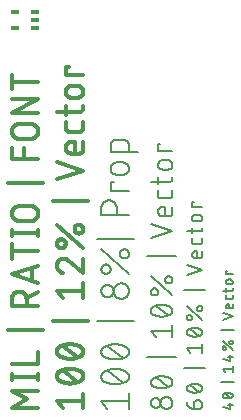
<source format=gbr>
G04 EAGLE Gerber RS-274X export*
G75*
%MOMM*%
%FSLAX34Y34*%
%LPD*%
%INTop Copper*%
%IPPOS*%
%AMOC8*
5,1,8,0,0,1.08239X$1,22.5*%
G01*
%ADD10C,0.304800*%
%ADD11C,0.203200*%
%ADD12C,0.152400*%
%ADD13R,0.700000X0.400000*%


D10*
X57291Y14224D02*
X52324Y20433D01*
X74676Y20433D01*
X74676Y14224D02*
X74676Y26642D01*
X63500Y35103D02*
X63060Y35108D01*
X62621Y35124D01*
X62182Y35150D01*
X61744Y35187D01*
X61306Y35234D01*
X60871Y35292D01*
X60436Y35360D01*
X60003Y35438D01*
X59573Y35527D01*
X59144Y35625D01*
X58718Y35735D01*
X58295Y35854D01*
X57875Y35983D01*
X57458Y36122D01*
X57044Y36271D01*
X56634Y36431D01*
X56228Y36599D01*
X55826Y36778D01*
X55428Y36966D01*
X55429Y36965D02*
X55304Y37010D01*
X55181Y37059D01*
X55059Y37110D01*
X54938Y37166D01*
X54819Y37225D01*
X54702Y37287D01*
X54587Y37353D01*
X54474Y37422D01*
X54363Y37494D01*
X54254Y37569D01*
X54147Y37647D01*
X54042Y37729D01*
X53940Y37813D01*
X53840Y37901D01*
X53743Y37991D01*
X53649Y38084D01*
X53557Y38180D01*
X53468Y38278D01*
X53382Y38379D01*
X53299Y38482D01*
X53219Y38588D01*
X53142Y38695D01*
X53068Y38805D01*
X52997Y38918D01*
X52930Y39032D01*
X52866Y39148D01*
X52805Y39266D01*
X52748Y39385D01*
X52694Y39506D01*
X52643Y39629D01*
X52597Y39753D01*
X52553Y39878D01*
X52514Y40005D01*
X52478Y40132D01*
X52446Y40261D01*
X52417Y40390D01*
X52393Y40521D01*
X52372Y40651D01*
X52355Y40783D01*
X52341Y40915D01*
X52332Y41047D01*
X52326Y41179D01*
X52324Y41312D01*
X52326Y41445D01*
X52332Y41577D01*
X52341Y41709D01*
X52355Y41841D01*
X52372Y41973D01*
X52393Y42103D01*
X52417Y42234D01*
X52446Y42363D01*
X52478Y42492D01*
X52514Y42619D01*
X52553Y42746D01*
X52597Y42871D01*
X52643Y42995D01*
X52694Y43118D01*
X52748Y43239D01*
X52805Y43358D01*
X52866Y43476D01*
X52930Y43592D01*
X52997Y43706D01*
X53068Y43819D01*
X53142Y43929D01*
X53219Y44036D01*
X53299Y44142D01*
X53382Y44245D01*
X53468Y44346D01*
X53557Y44444D01*
X53649Y44540D01*
X53743Y44633D01*
X53840Y44723D01*
X53940Y44811D01*
X54042Y44895D01*
X54147Y44977D01*
X54254Y45055D01*
X54363Y45130D01*
X54474Y45203D01*
X54587Y45271D01*
X54702Y45337D01*
X54819Y45399D01*
X54938Y45458D01*
X55059Y45514D01*
X55181Y45565D01*
X55304Y45614D01*
X55429Y45659D01*
X55428Y45658D02*
X55826Y45846D01*
X56228Y46025D01*
X56634Y46193D01*
X57044Y46353D01*
X57458Y46502D01*
X57875Y46641D01*
X58295Y46770D01*
X58718Y46889D01*
X59144Y46999D01*
X59573Y47097D01*
X60003Y47186D01*
X60436Y47264D01*
X60871Y47332D01*
X61306Y47390D01*
X61744Y47437D01*
X62182Y47474D01*
X62621Y47500D01*
X63060Y47516D01*
X63500Y47521D01*
X63500Y35103D02*
X63940Y35108D01*
X64379Y35124D01*
X64818Y35150D01*
X65256Y35187D01*
X65694Y35234D01*
X66129Y35292D01*
X66564Y35360D01*
X66997Y35438D01*
X67427Y35527D01*
X67856Y35625D01*
X68282Y35735D01*
X68705Y35854D01*
X69125Y35983D01*
X69542Y36122D01*
X69956Y36271D01*
X70366Y36431D01*
X70772Y36599D01*
X71174Y36778D01*
X71572Y36966D01*
X71571Y36965D02*
X71696Y37010D01*
X71819Y37059D01*
X71941Y37110D01*
X72062Y37166D01*
X72181Y37225D01*
X72298Y37287D01*
X72413Y37353D01*
X72526Y37422D01*
X72637Y37494D01*
X72746Y37569D01*
X72853Y37647D01*
X72958Y37729D01*
X73060Y37813D01*
X73160Y37901D01*
X73257Y37991D01*
X73351Y38084D01*
X73443Y38180D01*
X73532Y38278D01*
X73618Y38379D01*
X73701Y38482D01*
X73781Y38588D01*
X73858Y38695D01*
X73932Y38805D01*
X74003Y38918D01*
X74070Y39032D01*
X74134Y39148D01*
X74195Y39266D01*
X74252Y39385D01*
X74306Y39506D01*
X74357Y39629D01*
X74403Y39753D01*
X74447Y39878D01*
X74486Y40005D01*
X74522Y40132D01*
X74554Y40261D01*
X74583Y40390D01*
X74607Y40521D01*
X74628Y40651D01*
X74645Y40783D01*
X74659Y40915D01*
X74668Y41047D01*
X74674Y41179D01*
X74676Y41312D01*
X71572Y45658D02*
X71174Y45846D01*
X70772Y46025D01*
X70366Y46193D01*
X69956Y46353D01*
X69542Y46502D01*
X69125Y46641D01*
X68705Y46770D01*
X68282Y46889D01*
X67856Y46999D01*
X67427Y47097D01*
X66997Y47186D01*
X66564Y47264D01*
X66129Y47332D01*
X65694Y47390D01*
X65256Y47437D01*
X64818Y47474D01*
X64379Y47500D01*
X63940Y47516D01*
X63500Y47521D01*
X71571Y45659D02*
X71696Y45614D01*
X71819Y45565D01*
X71941Y45514D01*
X72062Y45458D01*
X72181Y45399D01*
X72298Y45337D01*
X72413Y45271D01*
X72526Y45202D01*
X72637Y45130D01*
X72746Y45055D01*
X72853Y44977D01*
X72958Y44895D01*
X73060Y44811D01*
X73160Y44723D01*
X73257Y44633D01*
X73351Y44540D01*
X73443Y44444D01*
X73532Y44346D01*
X73618Y44245D01*
X73701Y44142D01*
X73781Y44036D01*
X73858Y43929D01*
X73932Y43819D01*
X74003Y43706D01*
X74070Y43592D01*
X74134Y43476D01*
X74195Y43358D01*
X74252Y43239D01*
X74306Y43118D01*
X74357Y42995D01*
X74403Y42871D01*
X74447Y42746D01*
X74486Y42619D01*
X74522Y42492D01*
X74554Y42363D01*
X74583Y42234D01*
X74607Y42103D01*
X74628Y41973D01*
X74645Y41841D01*
X74659Y41709D01*
X74668Y41577D01*
X74674Y41445D01*
X74676Y41312D01*
X69709Y36345D02*
X57291Y46279D01*
X63500Y55981D02*
X63060Y55986D01*
X62621Y56002D01*
X62182Y56028D01*
X61744Y56065D01*
X61306Y56112D01*
X60871Y56170D01*
X60436Y56238D01*
X60003Y56316D01*
X59573Y56405D01*
X59144Y56503D01*
X58718Y56613D01*
X58295Y56732D01*
X57875Y56861D01*
X57458Y57000D01*
X57044Y57149D01*
X56634Y57309D01*
X56228Y57477D01*
X55826Y57656D01*
X55428Y57844D01*
X55429Y57843D02*
X55304Y57888D01*
X55181Y57937D01*
X55059Y57988D01*
X54938Y58044D01*
X54819Y58103D01*
X54702Y58165D01*
X54587Y58231D01*
X54474Y58300D01*
X54363Y58372D01*
X54254Y58447D01*
X54147Y58525D01*
X54042Y58607D01*
X53940Y58691D01*
X53840Y58779D01*
X53743Y58869D01*
X53649Y58962D01*
X53557Y59058D01*
X53468Y59156D01*
X53382Y59257D01*
X53299Y59360D01*
X53219Y59466D01*
X53142Y59573D01*
X53068Y59683D01*
X52997Y59796D01*
X52930Y59910D01*
X52866Y60026D01*
X52805Y60144D01*
X52748Y60263D01*
X52694Y60384D01*
X52643Y60507D01*
X52597Y60631D01*
X52553Y60756D01*
X52514Y60883D01*
X52478Y61010D01*
X52446Y61139D01*
X52417Y61268D01*
X52393Y61399D01*
X52372Y61529D01*
X52355Y61661D01*
X52341Y61793D01*
X52332Y61925D01*
X52326Y62057D01*
X52324Y62190D01*
X52326Y62323D01*
X52332Y62455D01*
X52341Y62587D01*
X52355Y62719D01*
X52372Y62851D01*
X52393Y62981D01*
X52417Y63112D01*
X52446Y63241D01*
X52478Y63370D01*
X52514Y63497D01*
X52553Y63624D01*
X52597Y63749D01*
X52643Y63873D01*
X52694Y63996D01*
X52748Y64117D01*
X52805Y64236D01*
X52866Y64354D01*
X52930Y64470D01*
X52997Y64584D01*
X53068Y64697D01*
X53142Y64807D01*
X53219Y64914D01*
X53299Y65020D01*
X53382Y65123D01*
X53468Y65224D01*
X53557Y65322D01*
X53649Y65418D01*
X53743Y65511D01*
X53840Y65601D01*
X53940Y65689D01*
X54042Y65773D01*
X54147Y65855D01*
X54254Y65933D01*
X54363Y66008D01*
X54474Y66081D01*
X54587Y66149D01*
X54702Y66215D01*
X54819Y66277D01*
X54938Y66336D01*
X55059Y66392D01*
X55181Y66443D01*
X55304Y66492D01*
X55429Y66537D01*
X55428Y66536D02*
X55826Y66724D01*
X56228Y66903D01*
X56634Y67071D01*
X57044Y67231D01*
X57458Y67380D01*
X57875Y67519D01*
X58295Y67648D01*
X58718Y67767D01*
X59144Y67877D01*
X59573Y67975D01*
X60003Y68064D01*
X60436Y68142D01*
X60871Y68210D01*
X61306Y68268D01*
X61744Y68315D01*
X62182Y68352D01*
X62621Y68378D01*
X63060Y68394D01*
X63500Y68399D01*
X63500Y55981D02*
X63940Y55986D01*
X64379Y56002D01*
X64818Y56028D01*
X65256Y56065D01*
X65694Y56112D01*
X66129Y56170D01*
X66564Y56238D01*
X66997Y56316D01*
X67427Y56405D01*
X67856Y56503D01*
X68282Y56613D01*
X68705Y56732D01*
X69125Y56861D01*
X69542Y57000D01*
X69956Y57149D01*
X70366Y57309D01*
X70772Y57477D01*
X71174Y57656D01*
X71572Y57844D01*
X71571Y57843D02*
X71696Y57888D01*
X71819Y57937D01*
X71941Y57988D01*
X72062Y58044D01*
X72181Y58103D01*
X72298Y58165D01*
X72413Y58231D01*
X72526Y58300D01*
X72637Y58372D01*
X72746Y58447D01*
X72853Y58525D01*
X72958Y58607D01*
X73060Y58691D01*
X73160Y58779D01*
X73257Y58869D01*
X73351Y58962D01*
X73443Y59058D01*
X73532Y59156D01*
X73618Y59257D01*
X73701Y59360D01*
X73781Y59466D01*
X73858Y59573D01*
X73932Y59683D01*
X74003Y59796D01*
X74070Y59910D01*
X74134Y60026D01*
X74195Y60144D01*
X74252Y60263D01*
X74306Y60384D01*
X74357Y60507D01*
X74403Y60631D01*
X74447Y60756D01*
X74486Y60883D01*
X74522Y61010D01*
X74554Y61139D01*
X74583Y61268D01*
X74607Y61399D01*
X74628Y61529D01*
X74645Y61661D01*
X74659Y61793D01*
X74668Y61925D01*
X74674Y62057D01*
X74676Y62190D01*
X71572Y66536D02*
X71174Y66724D01*
X70772Y66903D01*
X70366Y67071D01*
X69956Y67231D01*
X69542Y67380D01*
X69125Y67519D01*
X68705Y67648D01*
X68282Y67767D01*
X67856Y67877D01*
X67427Y67975D01*
X66997Y68064D01*
X66564Y68142D01*
X66129Y68210D01*
X65694Y68268D01*
X65256Y68315D01*
X64818Y68352D01*
X64379Y68378D01*
X63940Y68394D01*
X63500Y68399D01*
X71571Y66537D02*
X71696Y66492D01*
X71819Y66443D01*
X71941Y66392D01*
X72062Y66336D01*
X72181Y66277D01*
X72298Y66215D01*
X72413Y66149D01*
X72526Y66080D01*
X72637Y66008D01*
X72746Y65933D01*
X72853Y65855D01*
X72958Y65773D01*
X73060Y65689D01*
X73160Y65601D01*
X73257Y65511D01*
X73351Y65418D01*
X73443Y65322D01*
X73532Y65224D01*
X73618Y65123D01*
X73701Y65020D01*
X73781Y64914D01*
X73858Y64807D01*
X73932Y64697D01*
X74003Y64584D01*
X74070Y64470D01*
X74134Y64354D01*
X74195Y64236D01*
X74252Y64117D01*
X74306Y63996D01*
X74357Y63873D01*
X74403Y63749D01*
X74447Y63624D01*
X74486Y63497D01*
X74522Y63370D01*
X74554Y63241D01*
X74583Y63112D01*
X74607Y62981D01*
X74628Y62851D01*
X74645Y62719D01*
X74659Y62587D01*
X74668Y62455D01*
X74674Y62323D01*
X74676Y62190D01*
X69709Y57223D02*
X57291Y67158D01*
X48599Y87941D02*
X78401Y87941D01*
X57291Y107482D02*
X52324Y113691D01*
X74676Y113691D01*
X74676Y107482D02*
X74676Y119900D01*
X57912Y140779D02*
X57763Y140777D01*
X57615Y140771D01*
X57466Y140761D01*
X57318Y140747D01*
X57170Y140730D01*
X57023Y140708D01*
X56877Y140682D01*
X56731Y140653D01*
X56586Y140619D01*
X56442Y140582D01*
X56299Y140541D01*
X56157Y140496D01*
X56016Y140448D01*
X55877Y140395D01*
X55739Y140339D01*
X55603Y140280D01*
X55468Y140216D01*
X55335Y140150D01*
X55204Y140079D01*
X55075Y140005D01*
X54948Y139928D01*
X54823Y139848D01*
X54700Y139764D01*
X54579Y139677D01*
X54461Y139586D01*
X54345Y139493D01*
X54232Y139396D01*
X54122Y139297D01*
X54014Y139195D01*
X53908Y139089D01*
X53806Y138981D01*
X53707Y138871D01*
X53610Y138758D01*
X53517Y138642D01*
X53426Y138524D01*
X53339Y138403D01*
X53255Y138280D01*
X53175Y138155D01*
X53098Y138028D01*
X53024Y137899D01*
X52953Y137768D01*
X52887Y137635D01*
X52823Y137500D01*
X52764Y137364D01*
X52708Y137226D01*
X52655Y137087D01*
X52607Y136946D01*
X52562Y136804D01*
X52521Y136661D01*
X52484Y136517D01*
X52450Y136372D01*
X52421Y136226D01*
X52395Y136080D01*
X52373Y135933D01*
X52356Y135785D01*
X52342Y135637D01*
X52332Y135488D01*
X52326Y135340D01*
X52324Y135191D01*
X52326Y135017D01*
X52332Y134844D01*
X52343Y134671D01*
X52358Y134498D01*
X52376Y134325D01*
X52399Y134153D01*
X52427Y133981D01*
X52458Y133811D01*
X52493Y133641D01*
X52533Y133472D01*
X52577Y133304D01*
X52624Y133137D01*
X52676Y132971D01*
X52732Y132806D01*
X52791Y132643D01*
X52855Y132482D01*
X52922Y132322D01*
X52994Y132164D01*
X53069Y132007D01*
X53148Y131852D01*
X53230Y131700D01*
X53316Y131549D01*
X53406Y131400D01*
X53500Y131254D01*
X53597Y131110D01*
X53697Y130968D01*
X53801Y130829D01*
X53908Y130693D01*
X54018Y130559D01*
X54132Y130427D01*
X54249Y130299D01*
X54369Y130173D01*
X54492Y130051D01*
X54617Y129931D01*
X54746Y129814D01*
X54877Y129701D01*
X55011Y129591D01*
X55148Y129484D01*
X55287Y129380D01*
X55429Y129280D01*
X55573Y129183D01*
X55720Y129090D01*
X55868Y129000D01*
X56019Y128914D01*
X56172Y128832D01*
X56327Y128753D01*
X56483Y128678D01*
X56642Y128607D01*
X56802Y128540D01*
X56964Y128476D01*
X57127Y128417D01*
X57291Y128361D01*
X62258Y138916D02*
X62152Y139025D01*
X62043Y139131D01*
X61932Y139234D01*
X61818Y139334D01*
X61701Y139432D01*
X61582Y139526D01*
X61461Y139617D01*
X61337Y139706D01*
X61211Y139791D01*
X61083Y139873D01*
X60954Y139951D01*
X60822Y140027D01*
X60688Y140099D01*
X60552Y140167D01*
X60415Y140232D01*
X60276Y140294D01*
X60136Y140352D01*
X59994Y140406D01*
X59851Y140457D01*
X59707Y140504D01*
X59561Y140548D01*
X59415Y140588D01*
X59267Y140624D01*
X59119Y140656D01*
X58970Y140685D01*
X58820Y140710D01*
X58669Y140731D01*
X58518Y140748D01*
X58367Y140762D01*
X58216Y140771D01*
X58064Y140777D01*
X57912Y140779D01*
X62258Y138916D02*
X74676Y128361D01*
X74676Y140779D01*
X74676Y149690D02*
X52324Y169559D01*
X56049Y157141D02*
X55928Y157139D01*
X55808Y157133D01*
X55688Y157123D01*
X55568Y157110D01*
X55448Y157092D01*
X55330Y157071D01*
X55212Y157046D01*
X55095Y157017D01*
X54979Y156984D01*
X54864Y156947D01*
X54750Y156907D01*
X54637Y156863D01*
X54527Y156816D01*
X54417Y156765D01*
X54310Y156710D01*
X54204Y156652D01*
X54100Y156591D01*
X53998Y156526D01*
X53899Y156458D01*
X53801Y156386D01*
X53706Y156312D01*
X53614Y156235D01*
X53524Y156154D01*
X53436Y156071D01*
X53352Y155985D01*
X53270Y155897D01*
X53191Y155805D01*
X53115Y155711D01*
X53043Y155615D01*
X52973Y155517D01*
X52906Y155416D01*
X52843Y155313D01*
X52784Y155208D01*
X52727Y155102D01*
X52674Y154993D01*
X52625Y154883D01*
X52579Y154772D01*
X52537Y154658D01*
X52499Y154544D01*
X52464Y154429D01*
X52433Y154312D01*
X52406Y154194D01*
X52383Y154076D01*
X52363Y153957D01*
X52348Y153837D01*
X52336Y153717D01*
X52328Y153597D01*
X52324Y153476D01*
X52324Y153356D01*
X52328Y153235D01*
X52336Y153115D01*
X52348Y152995D01*
X52363Y152875D01*
X52383Y152756D01*
X52406Y152638D01*
X52433Y152520D01*
X52464Y152403D01*
X52499Y152288D01*
X52537Y152174D01*
X52579Y152060D01*
X52625Y151949D01*
X52674Y151839D01*
X52727Y151730D01*
X52784Y151624D01*
X52843Y151519D01*
X52906Y151416D01*
X52973Y151315D01*
X53043Y151217D01*
X53115Y151121D01*
X53191Y151027D01*
X53270Y150935D01*
X53352Y150847D01*
X53436Y150761D01*
X53524Y150678D01*
X53614Y150597D01*
X53706Y150520D01*
X53801Y150446D01*
X53899Y150374D01*
X53998Y150306D01*
X54100Y150241D01*
X54204Y150180D01*
X54310Y150122D01*
X54417Y150067D01*
X54527Y150016D01*
X54637Y149969D01*
X54750Y149925D01*
X54864Y149885D01*
X54979Y149848D01*
X55095Y149815D01*
X55212Y149786D01*
X55330Y149761D01*
X55448Y149740D01*
X55568Y149722D01*
X55688Y149709D01*
X55808Y149699D01*
X55928Y149693D01*
X56049Y149691D01*
X56170Y149693D01*
X56290Y149699D01*
X56410Y149709D01*
X56530Y149722D01*
X56650Y149740D01*
X56768Y149761D01*
X56886Y149786D01*
X57003Y149815D01*
X57119Y149848D01*
X57234Y149885D01*
X57348Y149925D01*
X57461Y149969D01*
X57571Y150016D01*
X57681Y150067D01*
X57788Y150122D01*
X57894Y150180D01*
X57998Y150241D01*
X58100Y150306D01*
X58199Y150374D01*
X58297Y150446D01*
X58392Y150520D01*
X58484Y150597D01*
X58574Y150678D01*
X58662Y150761D01*
X58746Y150847D01*
X58828Y150935D01*
X58907Y151027D01*
X58983Y151121D01*
X59055Y151217D01*
X59125Y151315D01*
X59192Y151416D01*
X59255Y151519D01*
X59314Y151624D01*
X59371Y151730D01*
X59424Y151839D01*
X59473Y151949D01*
X59519Y152060D01*
X59561Y152174D01*
X59599Y152288D01*
X59634Y152403D01*
X59665Y152520D01*
X59692Y152638D01*
X59715Y152756D01*
X59735Y152875D01*
X59750Y152995D01*
X59762Y153115D01*
X59770Y153235D01*
X59774Y153356D01*
X59774Y153476D01*
X59770Y153597D01*
X59762Y153717D01*
X59750Y153837D01*
X59735Y153957D01*
X59715Y154076D01*
X59692Y154194D01*
X59665Y154312D01*
X59634Y154429D01*
X59599Y154544D01*
X59561Y154658D01*
X59519Y154772D01*
X59473Y154883D01*
X59424Y154993D01*
X59371Y155102D01*
X59314Y155208D01*
X59255Y155313D01*
X59192Y155416D01*
X59125Y155517D01*
X59055Y155615D01*
X58983Y155711D01*
X58907Y155805D01*
X58828Y155897D01*
X58746Y155985D01*
X58662Y156071D01*
X58574Y156154D01*
X58484Y156235D01*
X58392Y156312D01*
X58297Y156386D01*
X58199Y156458D01*
X58100Y156526D01*
X57998Y156591D01*
X57894Y156652D01*
X57788Y156710D01*
X57681Y156765D01*
X57571Y156816D01*
X57461Y156863D01*
X57348Y156907D01*
X57234Y156947D01*
X57119Y156984D01*
X57003Y157017D01*
X56886Y157046D01*
X56768Y157071D01*
X56650Y157092D01*
X56530Y157110D01*
X56410Y157123D01*
X56290Y157133D01*
X56170Y157139D01*
X56049Y157141D01*
X70951Y162108D02*
X70830Y162110D01*
X70710Y162116D01*
X70590Y162126D01*
X70470Y162139D01*
X70350Y162157D01*
X70232Y162178D01*
X70114Y162203D01*
X69997Y162232D01*
X69881Y162265D01*
X69766Y162302D01*
X69652Y162342D01*
X69539Y162386D01*
X69429Y162433D01*
X69319Y162484D01*
X69212Y162539D01*
X69106Y162597D01*
X69002Y162658D01*
X68900Y162723D01*
X68801Y162791D01*
X68703Y162863D01*
X68608Y162937D01*
X68516Y163014D01*
X68426Y163095D01*
X68338Y163178D01*
X68254Y163264D01*
X68172Y163352D01*
X68093Y163444D01*
X68017Y163538D01*
X67945Y163634D01*
X67875Y163732D01*
X67808Y163833D01*
X67745Y163936D01*
X67686Y164041D01*
X67629Y164147D01*
X67576Y164256D01*
X67527Y164366D01*
X67481Y164477D01*
X67439Y164591D01*
X67401Y164705D01*
X67366Y164820D01*
X67335Y164937D01*
X67308Y165055D01*
X67285Y165173D01*
X67265Y165292D01*
X67250Y165412D01*
X67238Y165532D01*
X67230Y165652D01*
X67226Y165773D01*
X67226Y165893D01*
X67230Y166014D01*
X67238Y166134D01*
X67250Y166254D01*
X67265Y166374D01*
X67285Y166493D01*
X67308Y166611D01*
X67335Y166729D01*
X67366Y166846D01*
X67401Y166961D01*
X67439Y167075D01*
X67481Y167189D01*
X67527Y167300D01*
X67576Y167410D01*
X67629Y167519D01*
X67686Y167625D01*
X67745Y167730D01*
X67808Y167833D01*
X67875Y167934D01*
X67945Y168032D01*
X68017Y168128D01*
X68093Y168222D01*
X68172Y168314D01*
X68254Y168402D01*
X68338Y168488D01*
X68426Y168571D01*
X68516Y168652D01*
X68608Y168729D01*
X68703Y168803D01*
X68801Y168875D01*
X68900Y168943D01*
X69002Y169008D01*
X69106Y169069D01*
X69212Y169127D01*
X69319Y169182D01*
X69429Y169233D01*
X69539Y169280D01*
X69652Y169324D01*
X69766Y169364D01*
X69881Y169401D01*
X69997Y169434D01*
X70114Y169463D01*
X70232Y169488D01*
X70350Y169509D01*
X70470Y169527D01*
X70590Y169540D01*
X70710Y169550D01*
X70830Y169556D01*
X70951Y169558D01*
X71072Y169556D01*
X71192Y169550D01*
X71312Y169540D01*
X71432Y169527D01*
X71552Y169509D01*
X71670Y169488D01*
X71788Y169463D01*
X71905Y169434D01*
X72021Y169401D01*
X72136Y169364D01*
X72250Y169324D01*
X72363Y169280D01*
X72473Y169233D01*
X72583Y169182D01*
X72690Y169127D01*
X72796Y169069D01*
X72900Y169008D01*
X73002Y168943D01*
X73101Y168875D01*
X73199Y168803D01*
X73294Y168729D01*
X73386Y168652D01*
X73476Y168571D01*
X73564Y168488D01*
X73648Y168402D01*
X73730Y168314D01*
X73809Y168222D01*
X73885Y168128D01*
X73957Y168032D01*
X74027Y167934D01*
X74094Y167833D01*
X74157Y167730D01*
X74216Y167625D01*
X74273Y167519D01*
X74326Y167410D01*
X74375Y167300D01*
X74421Y167189D01*
X74463Y167075D01*
X74501Y166961D01*
X74536Y166846D01*
X74567Y166729D01*
X74594Y166611D01*
X74617Y166493D01*
X74637Y166374D01*
X74652Y166254D01*
X74664Y166134D01*
X74672Y166014D01*
X74676Y165893D01*
X74676Y165773D01*
X74672Y165652D01*
X74664Y165532D01*
X74652Y165412D01*
X74637Y165292D01*
X74617Y165173D01*
X74594Y165055D01*
X74567Y164937D01*
X74536Y164820D01*
X74501Y164705D01*
X74463Y164591D01*
X74421Y164477D01*
X74375Y164366D01*
X74326Y164256D01*
X74273Y164147D01*
X74216Y164041D01*
X74157Y163936D01*
X74094Y163833D01*
X74027Y163732D01*
X73957Y163634D01*
X73885Y163538D01*
X73809Y163444D01*
X73730Y163352D01*
X73648Y163264D01*
X73564Y163178D01*
X73476Y163095D01*
X73386Y163014D01*
X73294Y162937D01*
X73199Y162863D01*
X73101Y162791D01*
X73002Y162723D01*
X72900Y162658D01*
X72796Y162597D01*
X72690Y162539D01*
X72583Y162484D01*
X72473Y162433D01*
X72363Y162386D01*
X72250Y162342D01*
X72136Y162302D01*
X72021Y162265D01*
X71905Y162232D01*
X71788Y162203D01*
X71670Y162178D01*
X71552Y162157D01*
X71432Y162139D01*
X71312Y162126D01*
X71192Y162116D01*
X71072Y162110D01*
X70951Y162108D01*
X78401Y189551D02*
X48599Y189551D01*
X52324Y207851D02*
X74676Y215301D01*
X52324Y222752D01*
X74676Y233546D02*
X74676Y239755D01*
X74676Y233546D02*
X74674Y233427D01*
X74668Y233307D01*
X74659Y233188D01*
X74645Y233070D01*
X74628Y232951D01*
X74607Y232834D01*
X74583Y232717D01*
X74554Y232601D01*
X74522Y232486D01*
X74486Y232372D01*
X74447Y232260D01*
X74404Y232148D01*
X74357Y232038D01*
X74307Y231930D01*
X74254Y231823D01*
X74197Y231718D01*
X74136Y231615D01*
X74073Y231514D01*
X74006Y231415D01*
X73936Y231318D01*
X73863Y231224D01*
X73787Y231131D01*
X73709Y231042D01*
X73627Y230955D01*
X73542Y230870D01*
X73455Y230788D01*
X73366Y230710D01*
X73273Y230634D01*
X73179Y230561D01*
X73082Y230491D01*
X72983Y230424D01*
X72882Y230361D01*
X72779Y230300D01*
X72674Y230243D01*
X72567Y230190D01*
X72459Y230140D01*
X72349Y230093D01*
X72237Y230050D01*
X72125Y230011D01*
X72011Y229975D01*
X71896Y229943D01*
X71780Y229914D01*
X71663Y229890D01*
X71546Y229869D01*
X71427Y229852D01*
X71309Y229838D01*
X71190Y229829D01*
X71070Y229823D01*
X70951Y229821D01*
X64742Y229821D01*
X64603Y229823D01*
X64463Y229829D01*
X64325Y229839D01*
X64186Y229852D01*
X64048Y229870D01*
X63910Y229891D01*
X63773Y229916D01*
X63637Y229946D01*
X63501Y229978D01*
X63367Y230015D01*
X63234Y230056D01*
X63102Y230100D01*
X62971Y230148D01*
X62841Y230199D01*
X62713Y230254D01*
X62587Y230313D01*
X62462Y230375D01*
X62339Y230441D01*
X62218Y230510D01*
X62099Y230582D01*
X61982Y230658D01*
X61868Y230737D01*
X61755Y230819D01*
X61645Y230905D01*
X61537Y230993D01*
X61432Y231084D01*
X61330Y231179D01*
X61230Y231276D01*
X61133Y231376D01*
X61038Y231478D01*
X60947Y231583D01*
X60859Y231691D01*
X60773Y231801D01*
X60691Y231914D01*
X60612Y232028D01*
X60536Y232145D01*
X60464Y232264D01*
X60395Y232385D01*
X60329Y232508D01*
X60267Y232633D01*
X60208Y232759D01*
X60153Y232887D01*
X60102Y233017D01*
X60054Y233148D01*
X60010Y233280D01*
X59969Y233413D01*
X59932Y233547D01*
X59900Y233683D01*
X59870Y233819D01*
X59845Y233956D01*
X59824Y234094D01*
X59806Y234232D01*
X59793Y234371D01*
X59783Y234509D01*
X59777Y234649D01*
X59775Y234788D01*
X59777Y234927D01*
X59783Y235067D01*
X59793Y235205D01*
X59806Y235344D01*
X59824Y235482D01*
X59845Y235620D01*
X59870Y235757D01*
X59900Y235893D01*
X59932Y236029D01*
X59969Y236163D01*
X60010Y236296D01*
X60054Y236428D01*
X60102Y236559D01*
X60153Y236689D01*
X60208Y236817D01*
X60267Y236943D01*
X60329Y237068D01*
X60395Y237191D01*
X60464Y237312D01*
X60536Y237431D01*
X60612Y237548D01*
X60691Y237662D01*
X60773Y237775D01*
X60859Y237885D01*
X60947Y237993D01*
X61038Y238098D01*
X61133Y238200D01*
X61230Y238300D01*
X61330Y238397D01*
X61432Y238492D01*
X61537Y238583D01*
X61645Y238671D01*
X61755Y238757D01*
X61868Y238839D01*
X61982Y238918D01*
X62099Y238994D01*
X62218Y239066D01*
X62339Y239135D01*
X62462Y239201D01*
X62587Y239263D01*
X62713Y239322D01*
X62841Y239377D01*
X62971Y239428D01*
X63102Y239476D01*
X63234Y239520D01*
X63367Y239561D01*
X63501Y239598D01*
X63637Y239630D01*
X63773Y239660D01*
X63910Y239685D01*
X64048Y239706D01*
X64186Y239724D01*
X64325Y239737D01*
X64463Y239747D01*
X64603Y239753D01*
X64742Y239755D01*
X67225Y239755D01*
X67225Y229821D01*
X74676Y251664D02*
X74676Y256632D01*
X74676Y251664D02*
X74674Y251545D01*
X74668Y251425D01*
X74659Y251306D01*
X74645Y251188D01*
X74628Y251069D01*
X74607Y250952D01*
X74583Y250835D01*
X74554Y250719D01*
X74522Y250604D01*
X74486Y250490D01*
X74447Y250378D01*
X74404Y250266D01*
X74357Y250156D01*
X74307Y250048D01*
X74254Y249941D01*
X74197Y249836D01*
X74136Y249733D01*
X74073Y249632D01*
X74006Y249533D01*
X73936Y249436D01*
X73863Y249342D01*
X73787Y249249D01*
X73709Y249160D01*
X73627Y249073D01*
X73542Y248988D01*
X73455Y248906D01*
X73366Y248828D01*
X73273Y248752D01*
X73179Y248679D01*
X73082Y248609D01*
X72983Y248542D01*
X72882Y248479D01*
X72779Y248418D01*
X72674Y248361D01*
X72567Y248308D01*
X72459Y248258D01*
X72349Y248211D01*
X72237Y248168D01*
X72125Y248129D01*
X72011Y248093D01*
X71896Y248061D01*
X71780Y248032D01*
X71663Y248008D01*
X71546Y247987D01*
X71427Y247970D01*
X71309Y247956D01*
X71190Y247947D01*
X71070Y247941D01*
X70951Y247939D01*
X63500Y247939D01*
X63381Y247941D01*
X63261Y247947D01*
X63142Y247956D01*
X63024Y247970D01*
X62905Y247987D01*
X62788Y248008D01*
X62671Y248032D01*
X62555Y248061D01*
X62440Y248093D01*
X62326Y248129D01*
X62214Y248168D01*
X62102Y248211D01*
X61992Y248258D01*
X61884Y248308D01*
X61777Y248361D01*
X61672Y248418D01*
X61569Y248479D01*
X61468Y248542D01*
X61369Y248609D01*
X61272Y248679D01*
X61178Y248752D01*
X61085Y248828D01*
X60996Y248906D01*
X60909Y248988D01*
X60824Y249073D01*
X60742Y249160D01*
X60664Y249249D01*
X60588Y249342D01*
X60515Y249436D01*
X60445Y249533D01*
X60378Y249632D01*
X60315Y249733D01*
X60254Y249836D01*
X60197Y249941D01*
X60144Y250048D01*
X60094Y250156D01*
X60047Y250266D01*
X60004Y250378D01*
X59965Y250490D01*
X59929Y250604D01*
X59897Y250719D01*
X59868Y250835D01*
X59844Y250952D01*
X59823Y251069D01*
X59806Y251188D01*
X59792Y251306D01*
X59783Y251425D01*
X59777Y251545D01*
X59775Y251664D01*
X59775Y256632D01*
X59775Y262246D02*
X59775Y269697D01*
X52324Y264730D02*
X70951Y264730D01*
X71070Y264732D01*
X71190Y264738D01*
X71309Y264747D01*
X71427Y264761D01*
X71546Y264778D01*
X71663Y264799D01*
X71780Y264823D01*
X71896Y264852D01*
X72011Y264884D01*
X72125Y264920D01*
X72237Y264959D01*
X72349Y265002D01*
X72459Y265049D01*
X72567Y265099D01*
X72674Y265152D01*
X72779Y265209D01*
X72882Y265270D01*
X72983Y265333D01*
X73082Y265400D01*
X73179Y265470D01*
X73274Y265543D01*
X73366Y265619D01*
X73455Y265697D01*
X73542Y265779D01*
X73627Y265864D01*
X73709Y265951D01*
X73787Y266040D01*
X73863Y266133D01*
X73936Y266227D01*
X74006Y266324D01*
X74073Y266423D01*
X74136Y266524D01*
X74197Y266627D01*
X74254Y266732D01*
X74307Y266839D01*
X74357Y266947D01*
X74404Y267057D01*
X74447Y267169D01*
X74486Y267281D01*
X74522Y267395D01*
X74554Y267510D01*
X74583Y267626D01*
X74607Y267743D01*
X74628Y267861D01*
X74645Y267979D01*
X74659Y268097D01*
X74668Y268216D01*
X74674Y268336D01*
X74676Y268455D01*
X74676Y269697D01*
X69709Y277146D02*
X64742Y277146D01*
X64603Y277148D01*
X64463Y277154D01*
X64325Y277164D01*
X64186Y277177D01*
X64048Y277195D01*
X63910Y277216D01*
X63773Y277241D01*
X63637Y277271D01*
X63501Y277303D01*
X63367Y277340D01*
X63234Y277381D01*
X63102Y277425D01*
X62971Y277473D01*
X62841Y277524D01*
X62713Y277579D01*
X62587Y277638D01*
X62462Y277700D01*
X62339Y277766D01*
X62218Y277835D01*
X62099Y277907D01*
X61982Y277983D01*
X61868Y278062D01*
X61755Y278144D01*
X61645Y278230D01*
X61537Y278318D01*
X61432Y278409D01*
X61330Y278504D01*
X61230Y278601D01*
X61133Y278701D01*
X61038Y278803D01*
X60947Y278908D01*
X60859Y279016D01*
X60773Y279126D01*
X60691Y279239D01*
X60612Y279353D01*
X60536Y279470D01*
X60464Y279589D01*
X60395Y279710D01*
X60329Y279833D01*
X60267Y279958D01*
X60208Y280084D01*
X60153Y280212D01*
X60102Y280342D01*
X60054Y280473D01*
X60010Y280605D01*
X59969Y280738D01*
X59932Y280872D01*
X59900Y281008D01*
X59870Y281144D01*
X59845Y281281D01*
X59824Y281419D01*
X59806Y281557D01*
X59793Y281696D01*
X59783Y281834D01*
X59777Y281974D01*
X59775Y282113D01*
X59777Y282252D01*
X59783Y282392D01*
X59793Y282530D01*
X59806Y282669D01*
X59824Y282807D01*
X59845Y282945D01*
X59870Y283082D01*
X59900Y283218D01*
X59932Y283354D01*
X59969Y283488D01*
X60010Y283621D01*
X60054Y283753D01*
X60102Y283884D01*
X60153Y284014D01*
X60208Y284142D01*
X60267Y284268D01*
X60329Y284393D01*
X60395Y284516D01*
X60464Y284637D01*
X60536Y284756D01*
X60612Y284873D01*
X60691Y284987D01*
X60773Y285100D01*
X60859Y285210D01*
X60947Y285318D01*
X61038Y285423D01*
X61133Y285525D01*
X61230Y285625D01*
X61330Y285722D01*
X61432Y285817D01*
X61537Y285908D01*
X61645Y285996D01*
X61755Y286082D01*
X61868Y286164D01*
X61982Y286243D01*
X62099Y286319D01*
X62218Y286391D01*
X62339Y286460D01*
X62462Y286526D01*
X62587Y286588D01*
X62713Y286647D01*
X62841Y286702D01*
X62971Y286753D01*
X63102Y286801D01*
X63234Y286845D01*
X63367Y286886D01*
X63501Y286923D01*
X63637Y286955D01*
X63773Y286985D01*
X63910Y287010D01*
X64048Y287031D01*
X64186Y287049D01*
X64325Y287062D01*
X64463Y287072D01*
X64603Y287078D01*
X64742Y287080D01*
X69709Y287080D01*
X69848Y287078D01*
X69988Y287072D01*
X70126Y287062D01*
X70265Y287049D01*
X70403Y287031D01*
X70541Y287010D01*
X70678Y286985D01*
X70814Y286955D01*
X70950Y286923D01*
X71084Y286886D01*
X71217Y286845D01*
X71349Y286801D01*
X71480Y286753D01*
X71610Y286702D01*
X71738Y286647D01*
X71864Y286588D01*
X71989Y286526D01*
X72112Y286460D01*
X72233Y286391D01*
X72352Y286319D01*
X72469Y286243D01*
X72583Y286164D01*
X72696Y286082D01*
X72806Y285996D01*
X72914Y285908D01*
X73019Y285817D01*
X73121Y285722D01*
X73221Y285625D01*
X73318Y285525D01*
X73413Y285423D01*
X73504Y285318D01*
X73592Y285210D01*
X73678Y285100D01*
X73760Y284987D01*
X73839Y284873D01*
X73915Y284756D01*
X73987Y284637D01*
X74056Y284516D01*
X74122Y284393D01*
X74184Y284268D01*
X74243Y284142D01*
X74298Y284014D01*
X74349Y283884D01*
X74397Y283753D01*
X74441Y283621D01*
X74482Y283488D01*
X74519Y283354D01*
X74551Y283218D01*
X74581Y283082D01*
X74606Y282945D01*
X74627Y282807D01*
X74645Y282669D01*
X74658Y282530D01*
X74668Y282392D01*
X74674Y282252D01*
X74676Y282113D01*
X74674Y281974D01*
X74668Y281834D01*
X74658Y281696D01*
X74645Y281557D01*
X74627Y281419D01*
X74606Y281281D01*
X74581Y281144D01*
X74551Y281008D01*
X74519Y280872D01*
X74482Y280738D01*
X74441Y280605D01*
X74397Y280473D01*
X74349Y280342D01*
X74298Y280212D01*
X74243Y280084D01*
X74184Y279958D01*
X74122Y279833D01*
X74056Y279710D01*
X73987Y279589D01*
X73915Y279470D01*
X73839Y279353D01*
X73760Y279239D01*
X73678Y279126D01*
X73592Y279016D01*
X73504Y278908D01*
X73413Y278803D01*
X73318Y278701D01*
X73221Y278601D01*
X73121Y278504D01*
X73019Y278409D01*
X72914Y278318D01*
X72806Y278230D01*
X72696Y278144D01*
X72583Y278062D01*
X72469Y277983D01*
X72352Y277907D01*
X72233Y277835D01*
X72112Y277766D01*
X71989Y277700D01*
X71864Y277638D01*
X71738Y277579D01*
X71610Y277524D01*
X71480Y277473D01*
X71349Y277425D01*
X71217Y277381D01*
X71084Y277340D01*
X70950Y277303D01*
X70814Y277271D01*
X70678Y277241D01*
X70541Y277216D01*
X70403Y277195D01*
X70265Y277177D01*
X70126Y277164D01*
X69988Y277154D01*
X69848Y277148D01*
X69709Y277146D01*
X74676Y296039D02*
X59775Y296039D01*
X59775Y303490D01*
X62258Y303490D01*
X36576Y14224D02*
X14224Y14224D01*
X26642Y21675D01*
X14224Y29125D01*
X36576Y29125D01*
X36576Y40466D02*
X14224Y40466D01*
X36576Y37982D02*
X36576Y42949D01*
X14224Y42949D02*
X14224Y37982D01*
X14224Y51695D02*
X36576Y51695D01*
X36576Y61629D01*
X40301Y80135D02*
X10499Y80135D01*
X14224Y100475D02*
X36576Y100475D01*
X14224Y100475D02*
X14224Y106684D01*
X14226Y106840D01*
X14232Y106996D01*
X14242Y107152D01*
X14255Y107307D01*
X14273Y107462D01*
X14294Y107617D01*
X14320Y107771D01*
X14349Y107924D01*
X14382Y108076D01*
X14419Y108228D01*
X14460Y108379D01*
X14504Y108528D01*
X14552Y108677D01*
X14604Y108824D01*
X14660Y108970D01*
X14719Y109114D01*
X14782Y109257D01*
X14849Y109398D01*
X14919Y109538D01*
X14992Y109675D01*
X15069Y109811D01*
X15149Y109945D01*
X15233Y110077D01*
X15320Y110206D01*
X15410Y110334D01*
X15503Y110459D01*
X15600Y110581D01*
X15699Y110702D01*
X15801Y110819D01*
X15907Y110934D01*
X16015Y111047D01*
X16126Y111156D01*
X16240Y111263D01*
X16356Y111367D01*
X16475Y111468D01*
X16597Y111566D01*
X16721Y111661D01*
X16847Y111753D01*
X16975Y111841D01*
X17106Y111926D01*
X17239Y112008D01*
X17374Y112087D01*
X17510Y112162D01*
X17649Y112234D01*
X17789Y112302D01*
X17931Y112367D01*
X18075Y112428D01*
X18220Y112485D01*
X18367Y112539D01*
X18514Y112589D01*
X18663Y112635D01*
X18813Y112678D01*
X18965Y112717D01*
X19117Y112752D01*
X19270Y112783D01*
X19423Y112810D01*
X19577Y112834D01*
X19732Y112853D01*
X19888Y112869D01*
X20043Y112881D01*
X20199Y112889D01*
X20355Y112893D01*
X20511Y112893D01*
X20667Y112889D01*
X20823Y112881D01*
X20978Y112869D01*
X21134Y112853D01*
X21289Y112834D01*
X21443Y112810D01*
X21596Y112783D01*
X21749Y112752D01*
X21901Y112717D01*
X22053Y112678D01*
X22203Y112635D01*
X22352Y112589D01*
X22499Y112539D01*
X22646Y112485D01*
X22791Y112428D01*
X22935Y112367D01*
X23077Y112302D01*
X23217Y112234D01*
X23356Y112162D01*
X23492Y112087D01*
X23627Y112008D01*
X23760Y111926D01*
X23891Y111841D01*
X24019Y111753D01*
X24145Y111661D01*
X24269Y111566D01*
X24391Y111468D01*
X24510Y111367D01*
X24626Y111263D01*
X24740Y111156D01*
X24851Y111047D01*
X24959Y110934D01*
X25065Y110819D01*
X25167Y110702D01*
X25266Y110581D01*
X25363Y110459D01*
X25456Y110334D01*
X25546Y110206D01*
X25633Y110077D01*
X25717Y109945D01*
X25797Y109811D01*
X25874Y109675D01*
X25947Y109538D01*
X26017Y109398D01*
X26084Y109257D01*
X26147Y109114D01*
X26206Y108970D01*
X26262Y108824D01*
X26314Y108677D01*
X26362Y108528D01*
X26406Y108379D01*
X26447Y108228D01*
X26484Y108076D01*
X26517Y107924D01*
X26546Y107771D01*
X26572Y107617D01*
X26593Y107462D01*
X26611Y107307D01*
X26624Y107152D01*
X26634Y106996D01*
X26640Y106840D01*
X26642Y106684D01*
X26642Y100475D01*
X26642Y107926D02*
X36576Y112893D01*
X36576Y120010D02*
X14224Y127460D01*
X36576Y134911D01*
X30988Y133048D02*
X30988Y121872D01*
X36576Y146947D02*
X14224Y146947D01*
X14224Y140738D02*
X14224Y153156D01*
X14224Y162258D02*
X36576Y162258D01*
X36576Y159775D02*
X36576Y164742D01*
X14224Y164742D02*
X14224Y159775D01*
X20433Y172752D02*
X30367Y172752D01*
X20433Y172752D02*
X20277Y172754D01*
X20121Y172760D01*
X19965Y172770D01*
X19810Y172783D01*
X19655Y172801D01*
X19500Y172822D01*
X19346Y172848D01*
X19193Y172877D01*
X19041Y172910D01*
X18889Y172947D01*
X18738Y172988D01*
X18589Y173032D01*
X18440Y173080D01*
X18293Y173132D01*
X18147Y173188D01*
X18003Y173247D01*
X17860Y173310D01*
X17719Y173377D01*
X17579Y173447D01*
X17442Y173520D01*
X17306Y173597D01*
X17172Y173677D01*
X17040Y173761D01*
X16911Y173848D01*
X16783Y173938D01*
X16658Y174031D01*
X16536Y174128D01*
X16415Y174227D01*
X16298Y174329D01*
X16183Y174435D01*
X16070Y174543D01*
X15961Y174654D01*
X15854Y174768D01*
X15750Y174884D01*
X15649Y175003D01*
X15551Y175125D01*
X15456Y175249D01*
X15364Y175375D01*
X15276Y175503D01*
X15191Y175634D01*
X15109Y175767D01*
X15030Y175902D01*
X14955Y176038D01*
X14883Y176177D01*
X14815Y176317D01*
X14750Y176459D01*
X14689Y176603D01*
X14632Y176748D01*
X14578Y176895D01*
X14528Y177042D01*
X14482Y177191D01*
X14439Y177341D01*
X14400Y177493D01*
X14365Y177645D01*
X14334Y177798D01*
X14307Y177951D01*
X14283Y178105D01*
X14264Y178260D01*
X14248Y178416D01*
X14236Y178571D01*
X14228Y178727D01*
X14224Y178883D01*
X14224Y179039D01*
X14228Y179195D01*
X14236Y179351D01*
X14248Y179506D01*
X14264Y179662D01*
X14283Y179817D01*
X14307Y179971D01*
X14334Y180124D01*
X14365Y180277D01*
X14400Y180429D01*
X14439Y180581D01*
X14482Y180731D01*
X14528Y180880D01*
X14578Y181027D01*
X14632Y181174D01*
X14689Y181319D01*
X14750Y181463D01*
X14815Y181605D01*
X14883Y181745D01*
X14955Y181884D01*
X15030Y182020D01*
X15109Y182155D01*
X15191Y182288D01*
X15276Y182419D01*
X15364Y182547D01*
X15456Y182673D01*
X15551Y182797D01*
X15649Y182919D01*
X15750Y183038D01*
X15854Y183154D01*
X15961Y183268D01*
X16070Y183379D01*
X16183Y183487D01*
X16298Y183593D01*
X16415Y183695D01*
X16536Y183794D01*
X16658Y183891D01*
X16783Y183984D01*
X16911Y184074D01*
X17040Y184161D01*
X17172Y184245D01*
X17306Y184325D01*
X17442Y184402D01*
X17579Y184475D01*
X17719Y184545D01*
X17860Y184612D01*
X18003Y184675D01*
X18147Y184734D01*
X18293Y184790D01*
X18440Y184842D01*
X18589Y184890D01*
X18738Y184934D01*
X18889Y184975D01*
X19041Y185012D01*
X19193Y185045D01*
X19346Y185074D01*
X19500Y185100D01*
X19655Y185121D01*
X19810Y185139D01*
X19965Y185152D01*
X20121Y185162D01*
X20277Y185168D01*
X20433Y185170D01*
X30367Y185170D01*
X30523Y185168D01*
X30679Y185162D01*
X30835Y185152D01*
X30990Y185139D01*
X31145Y185121D01*
X31300Y185100D01*
X31454Y185074D01*
X31607Y185045D01*
X31759Y185012D01*
X31911Y184975D01*
X32062Y184934D01*
X32211Y184890D01*
X32360Y184842D01*
X32507Y184790D01*
X32653Y184734D01*
X32797Y184675D01*
X32940Y184612D01*
X33081Y184545D01*
X33221Y184475D01*
X33358Y184402D01*
X33494Y184325D01*
X33628Y184245D01*
X33760Y184161D01*
X33889Y184074D01*
X34017Y183984D01*
X34142Y183891D01*
X34264Y183794D01*
X34385Y183695D01*
X34502Y183593D01*
X34617Y183487D01*
X34730Y183379D01*
X34839Y183268D01*
X34946Y183154D01*
X35050Y183038D01*
X35151Y182919D01*
X35249Y182797D01*
X35344Y182673D01*
X35436Y182547D01*
X35524Y182419D01*
X35609Y182288D01*
X35691Y182155D01*
X35770Y182020D01*
X35845Y181884D01*
X35917Y181745D01*
X35985Y181605D01*
X36050Y181463D01*
X36111Y181319D01*
X36168Y181174D01*
X36222Y181027D01*
X36272Y180880D01*
X36318Y180731D01*
X36361Y180581D01*
X36400Y180429D01*
X36435Y180277D01*
X36466Y180124D01*
X36493Y179971D01*
X36517Y179817D01*
X36536Y179662D01*
X36552Y179506D01*
X36564Y179351D01*
X36572Y179195D01*
X36576Y179039D01*
X36576Y178883D01*
X36572Y178727D01*
X36564Y178571D01*
X36552Y178416D01*
X36536Y178260D01*
X36517Y178105D01*
X36493Y177951D01*
X36466Y177798D01*
X36435Y177645D01*
X36400Y177493D01*
X36361Y177341D01*
X36318Y177191D01*
X36272Y177042D01*
X36222Y176895D01*
X36168Y176748D01*
X36111Y176603D01*
X36050Y176459D01*
X35985Y176317D01*
X35917Y176177D01*
X35845Y176038D01*
X35770Y175902D01*
X35691Y175767D01*
X35609Y175634D01*
X35524Y175503D01*
X35436Y175375D01*
X35344Y175249D01*
X35249Y175125D01*
X35151Y175003D01*
X35050Y174884D01*
X34946Y174768D01*
X34839Y174654D01*
X34730Y174543D01*
X34617Y174435D01*
X34502Y174329D01*
X34385Y174227D01*
X34264Y174128D01*
X34142Y174031D01*
X34017Y173938D01*
X33889Y173848D01*
X33760Y173761D01*
X33628Y173677D01*
X33494Y173597D01*
X33358Y173520D01*
X33221Y173447D01*
X33081Y173377D01*
X32940Y173310D01*
X32797Y173247D01*
X32653Y173188D01*
X32507Y173132D01*
X32360Y173080D01*
X32211Y173032D01*
X32062Y172988D01*
X31911Y172947D01*
X31759Y172910D01*
X31607Y172877D01*
X31454Y172848D01*
X31300Y172822D01*
X31145Y172801D01*
X30990Y172783D01*
X30835Y172770D01*
X30679Y172760D01*
X30523Y172754D01*
X30367Y172752D01*
X40301Y204712D02*
X10499Y204712D01*
X14224Y224988D02*
X36576Y224988D01*
X14224Y224988D02*
X14224Y234923D01*
X24158Y234923D02*
X24158Y224988D01*
X20433Y242348D02*
X30367Y242348D01*
X20433Y242348D02*
X20277Y242350D01*
X20121Y242356D01*
X19965Y242366D01*
X19810Y242379D01*
X19655Y242397D01*
X19500Y242418D01*
X19346Y242444D01*
X19193Y242473D01*
X19041Y242506D01*
X18889Y242543D01*
X18738Y242584D01*
X18589Y242628D01*
X18440Y242676D01*
X18293Y242728D01*
X18147Y242784D01*
X18003Y242843D01*
X17860Y242906D01*
X17719Y242973D01*
X17579Y243043D01*
X17442Y243116D01*
X17306Y243193D01*
X17172Y243273D01*
X17040Y243357D01*
X16911Y243444D01*
X16783Y243534D01*
X16658Y243627D01*
X16536Y243724D01*
X16415Y243823D01*
X16298Y243925D01*
X16183Y244031D01*
X16070Y244139D01*
X15961Y244250D01*
X15854Y244364D01*
X15750Y244480D01*
X15649Y244599D01*
X15551Y244721D01*
X15456Y244845D01*
X15364Y244971D01*
X15276Y245099D01*
X15191Y245230D01*
X15109Y245363D01*
X15030Y245498D01*
X14955Y245634D01*
X14883Y245773D01*
X14815Y245913D01*
X14750Y246055D01*
X14689Y246199D01*
X14632Y246344D01*
X14578Y246491D01*
X14528Y246638D01*
X14482Y246787D01*
X14439Y246937D01*
X14400Y247089D01*
X14365Y247241D01*
X14334Y247394D01*
X14307Y247547D01*
X14283Y247701D01*
X14264Y247856D01*
X14248Y248012D01*
X14236Y248167D01*
X14228Y248323D01*
X14224Y248479D01*
X14224Y248635D01*
X14228Y248791D01*
X14236Y248947D01*
X14248Y249102D01*
X14264Y249258D01*
X14283Y249413D01*
X14307Y249567D01*
X14334Y249720D01*
X14365Y249873D01*
X14400Y250025D01*
X14439Y250177D01*
X14482Y250327D01*
X14528Y250476D01*
X14578Y250623D01*
X14632Y250770D01*
X14689Y250915D01*
X14750Y251059D01*
X14815Y251201D01*
X14883Y251341D01*
X14955Y251480D01*
X15030Y251616D01*
X15109Y251751D01*
X15191Y251884D01*
X15276Y252015D01*
X15364Y252143D01*
X15456Y252269D01*
X15551Y252393D01*
X15649Y252515D01*
X15750Y252634D01*
X15854Y252750D01*
X15961Y252864D01*
X16070Y252975D01*
X16183Y253083D01*
X16298Y253189D01*
X16415Y253291D01*
X16536Y253390D01*
X16658Y253487D01*
X16783Y253580D01*
X16911Y253670D01*
X17040Y253757D01*
X17172Y253841D01*
X17306Y253921D01*
X17442Y253998D01*
X17579Y254071D01*
X17719Y254141D01*
X17860Y254208D01*
X18003Y254271D01*
X18147Y254330D01*
X18293Y254386D01*
X18440Y254438D01*
X18589Y254486D01*
X18738Y254530D01*
X18889Y254571D01*
X19041Y254608D01*
X19193Y254641D01*
X19346Y254670D01*
X19500Y254696D01*
X19655Y254717D01*
X19810Y254735D01*
X19965Y254748D01*
X20121Y254758D01*
X20277Y254764D01*
X20433Y254766D01*
X30367Y254766D01*
X30523Y254764D01*
X30679Y254758D01*
X30835Y254748D01*
X30990Y254735D01*
X31145Y254717D01*
X31300Y254696D01*
X31454Y254670D01*
X31607Y254641D01*
X31759Y254608D01*
X31911Y254571D01*
X32062Y254530D01*
X32211Y254486D01*
X32360Y254438D01*
X32507Y254386D01*
X32653Y254330D01*
X32797Y254271D01*
X32940Y254208D01*
X33081Y254141D01*
X33221Y254071D01*
X33358Y253998D01*
X33494Y253921D01*
X33628Y253841D01*
X33760Y253757D01*
X33889Y253670D01*
X34017Y253580D01*
X34142Y253487D01*
X34264Y253390D01*
X34385Y253291D01*
X34502Y253189D01*
X34617Y253083D01*
X34730Y252975D01*
X34839Y252864D01*
X34946Y252750D01*
X35050Y252634D01*
X35151Y252515D01*
X35249Y252393D01*
X35344Y252269D01*
X35436Y252143D01*
X35524Y252015D01*
X35609Y251884D01*
X35691Y251751D01*
X35770Y251616D01*
X35845Y251480D01*
X35917Y251341D01*
X35985Y251201D01*
X36050Y251059D01*
X36111Y250915D01*
X36168Y250770D01*
X36222Y250623D01*
X36272Y250476D01*
X36318Y250327D01*
X36361Y250177D01*
X36400Y250025D01*
X36435Y249873D01*
X36466Y249720D01*
X36493Y249567D01*
X36517Y249413D01*
X36536Y249258D01*
X36552Y249102D01*
X36564Y248947D01*
X36572Y248791D01*
X36576Y248635D01*
X36576Y248479D01*
X36572Y248323D01*
X36564Y248167D01*
X36552Y248012D01*
X36536Y247856D01*
X36517Y247701D01*
X36493Y247547D01*
X36466Y247394D01*
X36435Y247241D01*
X36400Y247089D01*
X36361Y246937D01*
X36318Y246787D01*
X36272Y246638D01*
X36222Y246491D01*
X36168Y246344D01*
X36111Y246199D01*
X36050Y246055D01*
X35985Y245913D01*
X35917Y245773D01*
X35845Y245634D01*
X35770Y245498D01*
X35691Y245363D01*
X35609Y245230D01*
X35524Y245099D01*
X35436Y244971D01*
X35344Y244845D01*
X35249Y244721D01*
X35151Y244599D01*
X35050Y244480D01*
X34946Y244364D01*
X34839Y244250D01*
X34730Y244139D01*
X34617Y244031D01*
X34502Y243925D01*
X34385Y243823D01*
X34264Y243724D01*
X34142Y243627D01*
X34017Y243534D01*
X33889Y243444D01*
X33760Y243357D01*
X33628Y243273D01*
X33494Y243193D01*
X33358Y243116D01*
X33221Y243043D01*
X33081Y242973D01*
X32940Y242906D01*
X32797Y242843D01*
X32653Y242784D01*
X32507Y242728D01*
X32360Y242676D01*
X32211Y242628D01*
X32062Y242584D01*
X31911Y242543D01*
X31759Y242506D01*
X31607Y242473D01*
X31454Y242444D01*
X31300Y242418D01*
X31145Y242397D01*
X30990Y242379D01*
X30835Y242366D01*
X30679Y242356D01*
X30523Y242350D01*
X30367Y242348D01*
X36576Y263923D02*
X14224Y263923D01*
X36576Y276341D01*
X14224Y276341D01*
X14224Y290315D02*
X36576Y290315D01*
X14224Y284106D02*
X14224Y296524D01*
D11*
X89916Y20207D02*
X95109Y13716D01*
X89916Y20207D02*
X113284Y20207D01*
X113284Y13716D02*
X113284Y26698D01*
X101600Y34595D02*
X101140Y34600D01*
X100681Y34617D01*
X100222Y34644D01*
X99764Y34683D01*
X99307Y34732D01*
X98851Y34792D01*
X98397Y34863D01*
X97944Y34945D01*
X97494Y35038D01*
X97046Y35141D01*
X96601Y35255D01*
X96158Y35380D01*
X95719Y35515D01*
X95283Y35661D01*
X94851Y35817D01*
X94422Y35983D01*
X93997Y36159D01*
X93577Y36346D01*
X93162Y36542D01*
X93161Y36543D02*
X93034Y36588D01*
X92908Y36638D01*
X92783Y36690D01*
X92660Y36747D01*
X92538Y36807D01*
X92419Y36870D01*
X92301Y36936D01*
X92185Y37006D01*
X92071Y37079D01*
X91959Y37155D01*
X91849Y37235D01*
X91742Y37317D01*
X91637Y37403D01*
X91534Y37491D01*
X91434Y37582D01*
X91336Y37676D01*
X91242Y37773D01*
X91150Y37872D01*
X91060Y37974D01*
X90974Y38078D01*
X90891Y38185D01*
X90811Y38294D01*
X90733Y38406D01*
X90660Y38519D01*
X90589Y38634D01*
X90521Y38752D01*
X90457Y38871D01*
X90396Y38992D01*
X90339Y39115D01*
X90285Y39239D01*
X90235Y39365D01*
X90188Y39492D01*
X90145Y39620D01*
X90106Y39750D01*
X90070Y39880D01*
X90038Y40012D01*
X90009Y40144D01*
X89985Y40277D01*
X89964Y40411D01*
X89947Y40546D01*
X89933Y40680D01*
X89924Y40815D01*
X89918Y40951D01*
X89916Y41086D01*
X89918Y41221D01*
X89924Y41357D01*
X89933Y41492D01*
X89947Y41627D01*
X89964Y41761D01*
X89985Y41895D01*
X90009Y42028D01*
X90038Y42160D01*
X90070Y42292D01*
X90106Y42422D01*
X90145Y42552D01*
X90188Y42680D01*
X90235Y42807D01*
X90285Y42933D01*
X90339Y43057D01*
X90396Y43180D01*
X90457Y43301D01*
X90521Y43420D01*
X90589Y43538D01*
X90660Y43653D01*
X90734Y43766D01*
X90811Y43878D01*
X90891Y43987D01*
X90974Y44094D01*
X91060Y44198D01*
X91150Y44300D01*
X91242Y44399D01*
X91336Y44496D01*
X91434Y44590D01*
X91534Y44681D01*
X91637Y44769D01*
X91742Y44855D01*
X91849Y44937D01*
X91959Y45017D01*
X92071Y45093D01*
X92185Y45166D01*
X92301Y45236D01*
X92419Y45302D01*
X92538Y45365D01*
X92660Y45425D01*
X92783Y45482D01*
X92908Y45534D01*
X93034Y45584D01*
X93161Y45629D01*
X93161Y45630D02*
X93577Y45826D01*
X93997Y46013D01*
X94422Y46189D01*
X94850Y46355D01*
X95283Y46511D01*
X95719Y46657D01*
X96158Y46792D01*
X96601Y46917D01*
X97046Y47031D01*
X97494Y47134D01*
X97944Y47227D01*
X98397Y47309D01*
X98851Y47380D01*
X99307Y47440D01*
X99764Y47489D01*
X100222Y47528D01*
X100681Y47555D01*
X101140Y47572D01*
X101600Y47577D01*
X101600Y34595D02*
X102060Y34600D01*
X102519Y34617D01*
X102978Y34644D01*
X103436Y34683D01*
X103893Y34732D01*
X104349Y34792D01*
X104803Y34863D01*
X105256Y34945D01*
X105706Y35038D01*
X106154Y35141D01*
X106599Y35255D01*
X107042Y35380D01*
X107481Y35515D01*
X107917Y35661D01*
X108349Y35817D01*
X108778Y35983D01*
X109203Y36159D01*
X109623Y36346D01*
X110038Y36542D01*
X110039Y36543D02*
X110166Y36588D01*
X110292Y36638D01*
X110417Y36690D01*
X110540Y36747D01*
X110662Y36807D01*
X110781Y36870D01*
X110899Y36936D01*
X111015Y37006D01*
X111129Y37079D01*
X111241Y37155D01*
X111351Y37235D01*
X111458Y37317D01*
X111563Y37403D01*
X111666Y37491D01*
X111766Y37582D01*
X111864Y37676D01*
X111958Y37773D01*
X112050Y37872D01*
X112140Y37974D01*
X112226Y38079D01*
X112309Y38185D01*
X112389Y38294D01*
X112467Y38406D01*
X112540Y38519D01*
X112611Y38634D01*
X112679Y38752D01*
X112743Y38871D01*
X112804Y38992D01*
X112861Y39115D01*
X112915Y39239D01*
X112965Y39365D01*
X113012Y39492D01*
X113055Y39620D01*
X113094Y39750D01*
X113130Y39880D01*
X113162Y40012D01*
X113191Y40144D01*
X113215Y40277D01*
X113236Y40411D01*
X113253Y40546D01*
X113267Y40680D01*
X113276Y40815D01*
X113282Y40951D01*
X113284Y41086D01*
X110038Y45630D02*
X109623Y45826D01*
X109203Y46013D01*
X108778Y46189D01*
X108350Y46355D01*
X107917Y46511D01*
X107481Y46657D01*
X107042Y46792D01*
X106599Y46917D01*
X106154Y47031D01*
X105706Y47134D01*
X105256Y47227D01*
X104803Y47309D01*
X104349Y47380D01*
X103893Y47440D01*
X103436Y47489D01*
X102978Y47528D01*
X102519Y47555D01*
X102060Y47572D01*
X101600Y47577D01*
X110039Y45629D02*
X110166Y45584D01*
X110292Y45534D01*
X110417Y45482D01*
X110540Y45425D01*
X110662Y45365D01*
X110781Y45302D01*
X110899Y45236D01*
X111015Y45166D01*
X111129Y45093D01*
X111241Y45017D01*
X111351Y44937D01*
X111458Y44855D01*
X111563Y44769D01*
X111666Y44681D01*
X111766Y44590D01*
X111864Y44496D01*
X111958Y44399D01*
X112050Y44300D01*
X112140Y44198D01*
X112226Y44093D01*
X112309Y43987D01*
X112389Y43878D01*
X112467Y43766D01*
X112540Y43653D01*
X112611Y43538D01*
X112679Y43420D01*
X112743Y43301D01*
X112804Y43180D01*
X112861Y43057D01*
X112915Y42933D01*
X112965Y42807D01*
X113012Y42680D01*
X113055Y42552D01*
X113094Y42422D01*
X113130Y42292D01*
X113162Y42160D01*
X113191Y42028D01*
X113215Y41895D01*
X113236Y41761D01*
X113253Y41626D01*
X113267Y41492D01*
X113276Y41357D01*
X113282Y41221D01*
X113284Y41086D01*
X108091Y35893D02*
X95109Y46279D01*
X101600Y55474D02*
X101140Y55479D01*
X100681Y55496D01*
X100222Y55523D01*
X99764Y55562D01*
X99307Y55611D01*
X98851Y55671D01*
X98397Y55742D01*
X97944Y55824D01*
X97494Y55917D01*
X97046Y56020D01*
X96601Y56134D01*
X96158Y56259D01*
X95719Y56394D01*
X95283Y56540D01*
X94851Y56696D01*
X94422Y56862D01*
X93997Y57038D01*
X93577Y57225D01*
X93162Y57421D01*
X93161Y57422D02*
X93034Y57467D01*
X92908Y57517D01*
X92783Y57569D01*
X92660Y57626D01*
X92538Y57686D01*
X92419Y57749D01*
X92301Y57815D01*
X92185Y57885D01*
X92071Y57958D01*
X91959Y58034D01*
X91849Y58114D01*
X91742Y58196D01*
X91637Y58282D01*
X91534Y58370D01*
X91434Y58461D01*
X91336Y58555D01*
X91242Y58652D01*
X91150Y58751D01*
X91060Y58853D01*
X90974Y58957D01*
X90891Y59064D01*
X90811Y59173D01*
X90733Y59285D01*
X90660Y59398D01*
X90589Y59513D01*
X90521Y59631D01*
X90457Y59750D01*
X90396Y59871D01*
X90339Y59994D01*
X90285Y60118D01*
X90235Y60244D01*
X90188Y60371D01*
X90145Y60499D01*
X90106Y60629D01*
X90070Y60759D01*
X90038Y60891D01*
X90009Y61023D01*
X89985Y61156D01*
X89964Y61290D01*
X89947Y61425D01*
X89933Y61559D01*
X89924Y61694D01*
X89918Y61830D01*
X89916Y61965D01*
X89918Y62100D01*
X89924Y62236D01*
X89933Y62371D01*
X89947Y62506D01*
X89964Y62640D01*
X89985Y62774D01*
X90009Y62907D01*
X90038Y63039D01*
X90070Y63171D01*
X90106Y63301D01*
X90145Y63431D01*
X90188Y63559D01*
X90235Y63686D01*
X90285Y63812D01*
X90339Y63936D01*
X90396Y64059D01*
X90457Y64180D01*
X90521Y64299D01*
X90589Y64417D01*
X90660Y64532D01*
X90734Y64645D01*
X90811Y64757D01*
X90891Y64866D01*
X90974Y64973D01*
X91060Y65077D01*
X91150Y65179D01*
X91242Y65278D01*
X91336Y65375D01*
X91434Y65469D01*
X91534Y65560D01*
X91637Y65648D01*
X91742Y65734D01*
X91849Y65816D01*
X91959Y65896D01*
X92071Y65972D01*
X92185Y66045D01*
X92301Y66115D01*
X92419Y66181D01*
X92538Y66244D01*
X92660Y66304D01*
X92783Y66361D01*
X92908Y66413D01*
X93034Y66463D01*
X93161Y66508D01*
X93161Y66509D02*
X93577Y66705D01*
X93997Y66892D01*
X94422Y67068D01*
X94850Y67234D01*
X95283Y67390D01*
X95719Y67536D01*
X96158Y67671D01*
X96601Y67796D01*
X97046Y67910D01*
X97494Y68013D01*
X97944Y68106D01*
X98397Y68188D01*
X98851Y68259D01*
X99307Y68319D01*
X99764Y68368D01*
X100222Y68407D01*
X100681Y68434D01*
X101140Y68451D01*
X101600Y68456D01*
X101600Y55474D02*
X102060Y55479D01*
X102519Y55496D01*
X102978Y55523D01*
X103436Y55562D01*
X103893Y55611D01*
X104349Y55671D01*
X104803Y55742D01*
X105256Y55824D01*
X105706Y55917D01*
X106154Y56020D01*
X106599Y56134D01*
X107042Y56259D01*
X107481Y56394D01*
X107917Y56540D01*
X108349Y56696D01*
X108778Y56862D01*
X109203Y57038D01*
X109623Y57225D01*
X110038Y57421D01*
X110039Y57422D02*
X110166Y57467D01*
X110292Y57517D01*
X110417Y57569D01*
X110540Y57626D01*
X110662Y57686D01*
X110781Y57749D01*
X110899Y57815D01*
X111015Y57885D01*
X111129Y57958D01*
X111241Y58034D01*
X111351Y58114D01*
X111458Y58196D01*
X111563Y58282D01*
X111666Y58370D01*
X111766Y58461D01*
X111864Y58555D01*
X111958Y58652D01*
X112050Y58751D01*
X112140Y58853D01*
X112226Y58958D01*
X112309Y59064D01*
X112389Y59173D01*
X112467Y59285D01*
X112540Y59398D01*
X112611Y59513D01*
X112679Y59631D01*
X112743Y59750D01*
X112804Y59871D01*
X112861Y59994D01*
X112915Y60118D01*
X112965Y60244D01*
X113012Y60371D01*
X113055Y60499D01*
X113094Y60629D01*
X113130Y60759D01*
X113162Y60891D01*
X113191Y61023D01*
X113215Y61156D01*
X113236Y61290D01*
X113253Y61425D01*
X113267Y61559D01*
X113276Y61694D01*
X113282Y61830D01*
X113284Y61965D01*
X110038Y66509D02*
X109623Y66705D01*
X109203Y66892D01*
X108778Y67068D01*
X108350Y67234D01*
X107917Y67390D01*
X107481Y67536D01*
X107042Y67671D01*
X106599Y67796D01*
X106154Y67910D01*
X105706Y68013D01*
X105256Y68106D01*
X104803Y68188D01*
X104349Y68259D01*
X103893Y68319D01*
X103436Y68368D01*
X102978Y68407D01*
X102519Y68434D01*
X102060Y68451D01*
X101600Y68456D01*
X110039Y66508D02*
X110166Y66463D01*
X110292Y66413D01*
X110417Y66361D01*
X110540Y66304D01*
X110662Y66244D01*
X110781Y66181D01*
X110899Y66115D01*
X111015Y66045D01*
X111129Y65972D01*
X111241Y65896D01*
X111351Y65816D01*
X111458Y65734D01*
X111563Y65648D01*
X111666Y65560D01*
X111766Y65469D01*
X111864Y65375D01*
X111958Y65278D01*
X112050Y65179D01*
X112140Y65077D01*
X112226Y64972D01*
X112309Y64866D01*
X112389Y64757D01*
X112467Y64645D01*
X112540Y64532D01*
X112611Y64417D01*
X112679Y64299D01*
X112743Y64180D01*
X112804Y64059D01*
X112861Y63936D01*
X112915Y63812D01*
X112965Y63686D01*
X113012Y63559D01*
X113055Y63431D01*
X113094Y63301D01*
X113130Y63171D01*
X113162Y63039D01*
X113191Y62907D01*
X113215Y62774D01*
X113236Y62640D01*
X113253Y62505D01*
X113267Y62371D01*
X113276Y62236D01*
X113282Y62100D01*
X113284Y61965D01*
X108091Y56772D02*
X95109Y67158D01*
X86021Y87715D02*
X117179Y87715D01*
X106793Y106975D02*
X106634Y106977D01*
X106475Y106983D01*
X106315Y106993D01*
X106157Y107006D01*
X105998Y107024D01*
X105841Y107045D01*
X105683Y107071D01*
X105527Y107100D01*
X105371Y107133D01*
X105216Y107170D01*
X105062Y107210D01*
X104909Y107255D01*
X104757Y107303D01*
X104606Y107354D01*
X104457Y107410D01*
X104309Y107469D01*
X104163Y107532D01*
X104018Y107598D01*
X103875Y107668D01*
X103733Y107741D01*
X103594Y107818D01*
X103456Y107898D01*
X103320Y107982D01*
X103187Y108069D01*
X103055Y108159D01*
X102926Y108252D01*
X102800Y108349D01*
X102675Y108448D01*
X102553Y108551D01*
X102434Y108656D01*
X102317Y108765D01*
X102203Y108876D01*
X102092Y108990D01*
X101983Y109107D01*
X101878Y109226D01*
X101775Y109348D01*
X101676Y109473D01*
X101579Y109599D01*
X101486Y109728D01*
X101396Y109860D01*
X101309Y109993D01*
X101225Y110129D01*
X101145Y110267D01*
X101068Y110406D01*
X100995Y110548D01*
X100925Y110691D01*
X100859Y110836D01*
X100796Y110982D01*
X100737Y111130D01*
X100681Y111279D01*
X100630Y111430D01*
X100582Y111582D01*
X100537Y111735D01*
X100497Y111889D01*
X100460Y112044D01*
X100427Y112200D01*
X100398Y112356D01*
X100372Y112514D01*
X100351Y112671D01*
X100333Y112830D01*
X100320Y112988D01*
X100310Y113148D01*
X100304Y113307D01*
X100302Y113466D01*
X100304Y113625D01*
X100310Y113784D01*
X100320Y113944D01*
X100333Y114102D01*
X100351Y114261D01*
X100372Y114418D01*
X100398Y114576D01*
X100427Y114732D01*
X100460Y114888D01*
X100497Y115043D01*
X100537Y115197D01*
X100582Y115350D01*
X100630Y115502D01*
X100681Y115653D01*
X100737Y115802D01*
X100796Y115950D01*
X100859Y116096D01*
X100925Y116241D01*
X100995Y116384D01*
X101068Y116526D01*
X101145Y116665D01*
X101225Y116803D01*
X101309Y116939D01*
X101396Y117072D01*
X101486Y117204D01*
X101579Y117333D01*
X101676Y117459D01*
X101775Y117584D01*
X101878Y117706D01*
X101983Y117825D01*
X102092Y117942D01*
X102203Y118056D01*
X102317Y118167D01*
X102434Y118276D01*
X102553Y118381D01*
X102675Y118484D01*
X102800Y118583D01*
X102926Y118680D01*
X103055Y118773D01*
X103187Y118863D01*
X103320Y118950D01*
X103456Y119034D01*
X103594Y119114D01*
X103733Y119191D01*
X103875Y119264D01*
X104018Y119334D01*
X104163Y119400D01*
X104309Y119463D01*
X104457Y119522D01*
X104606Y119578D01*
X104757Y119629D01*
X104909Y119677D01*
X105062Y119722D01*
X105216Y119762D01*
X105371Y119799D01*
X105527Y119832D01*
X105683Y119861D01*
X105841Y119887D01*
X105998Y119908D01*
X106157Y119926D01*
X106315Y119939D01*
X106475Y119949D01*
X106634Y119955D01*
X106793Y119957D01*
X106952Y119955D01*
X107111Y119949D01*
X107271Y119939D01*
X107429Y119926D01*
X107588Y119908D01*
X107745Y119887D01*
X107903Y119861D01*
X108059Y119832D01*
X108215Y119799D01*
X108370Y119762D01*
X108524Y119722D01*
X108677Y119677D01*
X108829Y119629D01*
X108980Y119578D01*
X109129Y119522D01*
X109277Y119463D01*
X109423Y119400D01*
X109568Y119334D01*
X109711Y119264D01*
X109853Y119191D01*
X109992Y119114D01*
X110130Y119034D01*
X110266Y118950D01*
X110399Y118863D01*
X110531Y118773D01*
X110660Y118680D01*
X110786Y118583D01*
X110911Y118484D01*
X111033Y118381D01*
X111152Y118276D01*
X111269Y118167D01*
X111383Y118056D01*
X111494Y117942D01*
X111603Y117825D01*
X111708Y117706D01*
X111811Y117584D01*
X111910Y117459D01*
X112007Y117333D01*
X112100Y117204D01*
X112190Y117072D01*
X112277Y116939D01*
X112361Y116803D01*
X112441Y116665D01*
X112518Y116526D01*
X112591Y116384D01*
X112661Y116241D01*
X112727Y116096D01*
X112790Y115950D01*
X112849Y115802D01*
X112905Y115653D01*
X112956Y115502D01*
X113004Y115350D01*
X113049Y115197D01*
X113089Y115043D01*
X113126Y114888D01*
X113159Y114732D01*
X113188Y114576D01*
X113214Y114418D01*
X113235Y114261D01*
X113253Y114102D01*
X113266Y113944D01*
X113276Y113784D01*
X113282Y113625D01*
X113284Y113466D01*
X113282Y113307D01*
X113276Y113148D01*
X113266Y112988D01*
X113253Y112830D01*
X113235Y112671D01*
X113214Y112514D01*
X113188Y112356D01*
X113159Y112200D01*
X113126Y112044D01*
X113089Y111889D01*
X113049Y111735D01*
X113004Y111582D01*
X112956Y111430D01*
X112905Y111279D01*
X112849Y111130D01*
X112790Y110982D01*
X112727Y110836D01*
X112661Y110691D01*
X112591Y110548D01*
X112518Y110406D01*
X112441Y110267D01*
X112361Y110129D01*
X112277Y109993D01*
X112190Y109860D01*
X112100Y109728D01*
X112007Y109599D01*
X111910Y109473D01*
X111811Y109348D01*
X111708Y109226D01*
X111603Y109107D01*
X111494Y108990D01*
X111383Y108876D01*
X111269Y108765D01*
X111152Y108656D01*
X111033Y108551D01*
X110911Y108448D01*
X110786Y108349D01*
X110660Y108252D01*
X110531Y108159D01*
X110399Y108069D01*
X110266Y107982D01*
X110130Y107898D01*
X109992Y107818D01*
X109853Y107741D01*
X109711Y107668D01*
X109568Y107598D01*
X109423Y107532D01*
X109277Y107469D01*
X109129Y107410D01*
X108980Y107354D01*
X108829Y107303D01*
X108677Y107255D01*
X108524Y107210D01*
X108370Y107170D01*
X108215Y107133D01*
X108059Y107100D01*
X107903Y107071D01*
X107745Y107045D01*
X107588Y107024D01*
X107429Y107006D01*
X107271Y106993D01*
X107111Y106983D01*
X106952Y106977D01*
X106793Y106975D01*
X95109Y108273D02*
X94966Y108275D01*
X94823Y108281D01*
X94680Y108291D01*
X94538Y108305D01*
X94396Y108322D01*
X94254Y108344D01*
X94113Y108369D01*
X93973Y108399D01*
X93834Y108432D01*
X93696Y108469D01*
X93559Y108510D01*
X93423Y108554D01*
X93288Y108603D01*
X93155Y108655D01*
X93023Y108710D01*
X92893Y108770D01*
X92764Y108833D01*
X92637Y108899D01*
X92512Y108969D01*
X92390Y109042D01*
X92269Y109119D01*
X92150Y109199D01*
X92034Y109282D01*
X91919Y109368D01*
X91808Y109457D01*
X91698Y109550D01*
X91592Y109645D01*
X91488Y109744D01*
X91387Y109845D01*
X91288Y109949D01*
X91193Y110055D01*
X91100Y110165D01*
X91011Y110276D01*
X90925Y110391D01*
X90842Y110507D01*
X90762Y110626D01*
X90685Y110747D01*
X90612Y110870D01*
X90542Y110994D01*
X90476Y111121D01*
X90413Y111250D01*
X90353Y111380D01*
X90298Y111512D01*
X90246Y111645D01*
X90197Y111780D01*
X90153Y111916D01*
X90112Y112053D01*
X90075Y112191D01*
X90042Y112330D01*
X90012Y112470D01*
X89987Y112611D01*
X89965Y112753D01*
X89948Y112895D01*
X89934Y113037D01*
X89924Y113180D01*
X89918Y113323D01*
X89916Y113466D01*
X89918Y113609D01*
X89924Y113752D01*
X89934Y113895D01*
X89948Y114037D01*
X89965Y114179D01*
X89987Y114321D01*
X90012Y114462D01*
X90042Y114602D01*
X90075Y114741D01*
X90112Y114879D01*
X90153Y115016D01*
X90197Y115152D01*
X90246Y115287D01*
X90298Y115420D01*
X90353Y115552D01*
X90413Y115682D01*
X90476Y115811D01*
X90542Y115938D01*
X90612Y116063D01*
X90685Y116185D01*
X90762Y116306D01*
X90842Y116425D01*
X90925Y116541D01*
X91011Y116656D01*
X91100Y116767D01*
X91193Y116877D01*
X91288Y116983D01*
X91387Y117087D01*
X91488Y117188D01*
X91592Y117287D01*
X91698Y117382D01*
X91808Y117475D01*
X91919Y117564D01*
X92034Y117650D01*
X92150Y117733D01*
X92269Y117813D01*
X92390Y117890D01*
X92513Y117963D01*
X92637Y118033D01*
X92764Y118099D01*
X92893Y118162D01*
X93023Y118222D01*
X93155Y118277D01*
X93288Y118329D01*
X93423Y118378D01*
X93559Y118422D01*
X93696Y118463D01*
X93834Y118500D01*
X93973Y118533D01*
X94113Y118563D01*
X94254Y118588D01*
X94396Y118610D01*
X94538Y118627D01*
X94680Y118641D01*
X94823Y118651D01*
X94966Y118657D01*
X95109Y118659D01*
X95252Y118657D01*
X95395Y118651D01*
X95538Y118641D01*
X95680Y118627D01*
X95822Y118610D01*
X95964Y118588D01*
X96105Y118563D01*
X96245Y118533D01*
X96384Y118500D01*
X96522Y118463D01*
X96659Y118422D01*
X96795Y118378D01*
X96930Y118329D01*
X97063Y118277D01*
X97195Y118222D01*
X97325Y118162D01*
X97454Y118099D01*
X97581Y118033D01*
X97706Y117963D01*
X97828Y117890D01*
X97949Y117813D01*
X98068Y117733D01*
X98184Y117650D01*
X98299Y117564D01*
X98410Y117475D01*
X98520Y117382D01*
X98626Y117287D01*
X98730Y117188D01*
X98831Y117087D01*
X98930Y116983D01*
X99025Y116877D01*
X99118Y116767D01*
X99207Y116656D01*
X99293Y116541D01*
X99376Y116425D01*
X99456Y116306D01*
X99533Y116185D01*
X99606Y116062D01*
X99676Y115938D01*
X99742Y115811D01*
X99805Y115682D01*
X99865Y115552D01*
X99920Y115420D01*
X99972Y115287D01*
X100021Y115152D01*
X100065Y115016D01*
X100106Y114879D01*
X100143Y114741D01*
X100176Y114602D01*
X100206Y114462D01*
X100231Y114321D01*
X100253Y114179D01*
X100270Y114037D01*
X100284Y113895D01*
X100294Y113752D01*
X100300Y113609D01*
X100302Y113466D01*
X100300Y113323D01*
X100294Y113180D01*
X100284Y113037D01*
X100270Y112895D01*
X100253Y112753D01*
X100231Y112611D01*
X100206Y112470D01*
X100176Y112330D01*
X100143Y112191D01*
X100106Y112053D01*
X100065Y111916D01*
X100021Y111780D01*
X99972Y111645D01*
X99920Y111512D01*
X99865Y111380D01*
X99805Y111250D01*
X99742Y111121D01*
X99676Y110994D01*
X99606Y110869D01*
X99533Y110747D01*
X99456Y110626D01*
X99376Y110507D01*
X99293Y110391D01*
X99207Y110276D01*
X99118Y110165D01*
X99025Y110055D01*
X98930Y109949D01*
X98831Y109845D01*
X98730Y109744D01*
X98626Y109645D01*
X98520Y109550D01*
X98410Y109457D01*
X98299Y109368D01*
X98184Y109282D01*
X98068Y109199D01*
X97949Y109119D01*
X97828Y109042D01*
X97705Y108969D01*
X97581Y108899D01*
X97454Y108833D01*
X97325Y108770D01*
X97195Y108710D01*
X97063Y108655D01*
X96930Y108603D01*
X96795Y108554D01*
X96659Y108510D01*
X96522Y108469D01*
X96384Y108432D01*
X96245Y108399D01*
X96105Y108369D01*
X95964Y108344D01*
X95822Y108322D01*
X95680Y108305D01*
X95538Y108291D01*
X95395Y108281D01*
X95252Y108275D01*
X95109Y108273D01*
X113284Y128134D02*
X89916Y148906D01*
X93811Y135924D02*
X93687Y135922D01*
X93564Y135916D01*
X93441Y135906D01*
X93318Y135893D01*
X93196Y135875D01*
X93074Y135854D01*
X92953Y135828D01*
X92833Y135799D01*
X92714Y135766D01*
X92596Y135730D01*
X92479Y135689D01*
X92363Y135645D01*
X92249Y135597D01*
X92137Y135546D01*
X92026Y135491D01*
X91917Y135433D01*
X91810Y135371D01*
X91705Y135306D01*
X91602Y135237D01*
X91502Y135166D01*
X91403Y135091D01*
X91307Y135013D01*
X91214Y134932D01*
X91123Y134848D01*
X91035Y134761D01*
X90950Y134672D01*
X90867Y134580D01*
X90788Y134485D01*
X90712Y134388D01*
X90638Y134288D01*
X90568Y134187D01*
X90501Y134083D01*
X90438Y133977D01*
X90378Y133868D01*
X90321Y133759D01*
X90268Y133647D01*
X90218Y133534D01*
X90172Y133419D01*
X90130Y133303D01*
X90092Y133186D01*
X90057Y133067D01*
X90026Y132947D01*
X89999Y132827D01*
X89975Y132705D01*
X89956Y132583D01*
X89940Y132461D01*
X89928Y132338D01*
X89920Y132214D01*
X89916Y132091D01*
X89916Y131967D01*
X89920Y131844D01*
X89928Y131720D01*
X89940Y131597D01*
X89956Y131475D01*
X89975Y131353D01*
X89999Y131231D01*
X90026Y131111D01*
X90057Y130991D01*
X90092Y130872D01*
X90130Y130755D01*
X90172Y130639D01*
X90218Y130524D01*
X90268Y130411D01*
X90321Y130299D01*
X90378Y130190D01*
X90438Y130082D01*
X90501Y129975D01*
X90568Y129871D01*
X90638Y129770D01*
X90712Y129670D01*
X90788Y129573D01*
X90867Y129478D01*
X90950Y129386D01*
X91035Y129297D01*
X91123Y129210D01*
X91214Y129126D01*
X91307Y129045D01*
X91403Y128967D01*
X91502Y128892D01*
X91602Y128821D01*
X91705Y128752D01*
X91810Y128687D01*
X91917Y128625D01*
X92026Y128567D01*
X92137Y128512D01*
X92249Y128461D01*
X92363Y128413D01*
X92479Y128369D01*
X92596Y128328D01*
X92714Y128292D01*
X92833Y128259D01*
X92953Y128230D01*
X93074Y128204D01*
X93196Y128183D01*
X93318Y128165D01*
X93441Y128152D01*
X93564Y128142D01*
X93687Y128136D01*
X93811Y128134D01*
X93935Y128136D01*
X94058Y128142D01*
X94181Y128152D01*
X94304Y128165D01*
X94426Y128183D01*
X94548Y128204D01*
X94669Y128230D01*
X94789Y128259D01*
X94908Y128292D01*
X95026Y128328D01*
X95143Y128369D01*
X95259Y128413D01*
X95373Y128461D01*
X95485Y128512D01*
X95596Y128567D01*
X95705Y128625D01*
X95812Y128687D01*
X95917Y128752D01*
X96020Y128821D01*
X96120Y128892D01*
X96219Y128967D01*
X96315Y129045D01*
X96408Y129126D01*
X96499Y129210D01*
X96587Y129297D01*
X96672Y129386D01*
X96755Y129478D01*
X96834Y129573D01*
X96910Y129670D01*
X96984Y129770D01*
X97054Y129871D01*
X97121Y129975D01*
X97184Y130081D01*
X97244Y130190D01*
X97301Y130299D01*
X97354Y130411D01*
X97404Y130524D01*
X97450Y130639D01*
X97492Y130755D01*
X97530Y130872D01*
X97565Y130991D01*
X97596Y131111D01*
X97623Y131231D01*
X97647Y131353D01*
X97666Y131475D01*
X97682Y131597D01*
X97694Y131720D01*
X97702Y131844D01*
X97706Y131967D01*
X97706Y132091D01*
X97702Y132214D01*
X97694Y132338D01*
X97682Y132461D01*
X97666Y132583D01*
X97647Y132705D01*
X97623Y132827D01*
X97596Y132947D01*
X97565Y133067D01*
X97530Y133186D01*
X97492Y133303D01*
X97450Y133419D01*
X97404Y133534D01*
X97354Y133647D01*
X97301Y133759D01*
X97244Y133868D01*
X97184Y133976D01*
X97121Y134083D01*
X97054Y134187D01*
X96984Y134288D01*
X96910Y134388D01*
X96834Y134485D01*
X96755Y134580D01*
X96672Y134672D01*
X96587Y134761D01*
X96499Y134848D01*
X96408Y134932D01*
X96315Y135013D01*
X96219Y135091D01*
X96120Y135166D01*
X96020Y135237D01*
X95917Y135306D01*
X95812Y135371D01*
X95705Y135433D01*
X95596Y135491D01*
X95485Y135546D01*
X95373Y135597D01*
X95259Y135645D01*
X95143Y135689D01*
X95026Y135730D01*
X94908Y135766D01*
X94789Y135799D01*
X94669Y135828D01*
X94548Y135854D01*
X94426Y135875D01*
X94304Y135893D01*
X94181Y135906D01*
X94058Y135916D01*
X93935Y135922D01*
X93811Y135924D01*
X109389Y141116D02*
X109265Y141118D01*
X109142Y141124D01*
X109019Y141134D01*
X108896Y141147D01*
X108774Y141165D01*
X108652Y141186D01*
X108531Y141212D01*
X108411Y141241D01*
X108292Y141274D01*
X108174Y141310D01*
X108057Y141351D01*
X107941Y141395D01*
X107827Y141443D01*
X107715Y141494D01*
X107604Y141549D01*
X107495Y141607D01*
X107388Y141669D01*
X107283Y141734D01*
X107180Y141803D01*
X107080Y141874D01*
X106981Y141949D01*
X106885Y142027D01*
X106792Y142108D01*
X106701Y142192D01*
X106613Y142279D01*
X106528Y142368D01*
X106445Y142460D01*
X106366Y142555D01*
X106290Y142652D01*
X106216Y142752D01*
X106146Y142853D01*
X106079Y142957D01*
X106016Y143064D01*
X105956Y143172D01*
X105899Y143281D01*
X105846Y143393D01*
X105796Y143506D01*
X105750Y143621D01*
X105708Y143737D01*
X105670Y143854D01*
X105635Y143973D01*
X105604Y144093D01*
X105577Y144213D01*
X105553Y144335D01*
X105534Y144457D01*
X105518Y144579D01*
X105506Y144702D01*
X105498Y144826D01*
X105494Y144949D01*
X105494Y145073D01*
X105498Y145196D01*
X105506Y145320D01*
X105518Y145443D01*
X105534Y145565D01*
X105553Y145687D01*
X105577Y145809D01*
X105604Y145929D01*
X105635Y146049D01*
X105670Y146168D01*
X105708Y146285D01*
X105750Y146401D01*
X105796Y146516D01*
X105846Y146629D01*
X105899Y146741D01*
X105956Y146850D01*
X106016Y146959D01*
X106079Y147065D01*
X106146Y147169D01*
X106216Y147270D01*
X106290Y147370D01*
X106366Y147467D01*
X106445Y147562D01*
X106528Y147654D01*
X106613Y147743D01*
X106701Y147830D01*
X106792Y147914D01*
X106885Y147995D01*
X106981Y148073D01*
X107080Y148148D01*
X107180Y148219D01*
X107283Y148288D01*
X107388Y148353D01*
X107495Y148415D01*
X107604Y148473D01*
X107715Y148528D01*
X107827Y148579D01*
X107941Y148627D01*
X108057Y148671D01*
X108174Y148712D01*
X108292Y148748D01*
X108411Y148781D01*
X108531Y148810D01*
X108652Y148836D01*
X108774Y148857D01*
X108896Y148875D01*
X109019Y148888D01*
X109142Y148898D01*
X109265Y148904D01*
X109389Y148906D01*
X109513Y148904D01*
X109636Y148898D01*
X109759Y148888D01*
X109882Y148875D01*
X110004Y148857D01*
X110126Y148836D01*
X110247Y148810D01*
X110367Y148781D01*
X110486Y148748D01*
X110604Y148712D01*
X110721Y148671D01*
X110837Y148627D01*
X110951Y148579D01*
X111063Y148528D01*
X111174Y148473D01*
X111283Y148415D01*
X111390Y148353D01*
X111495Y148288D01*
X111598Y148219D01*
X111698Y148148D01*
X111797Y148073D01*
X111893Y147995D01*
X111986Y147914D01*
X112077Y147830D01*
X112165Y147743D01*
X112250Y147654D01*
X112333Y147562D01*
X112412Y147467D01*
X112488Y147370D01*
X112562Y147270D01*
X112632Y147169D01*
X112699Y147065D01*
X112762Y146958D01*
X112822Y146850D01*
X112879Y146741D01*
X112932Y146629D01*
X112982Y146516D01*
X113028Y146401D01*
X113070Y146285D01*
X113108Y146168D01*
X113143Y146049D01*
X113174Y145929D01*
X113201Y145809D01*
X113225Y145687D01*
X113244Y145565D01*
X113260Y145443D01*
X113272Y145320D01*
X113280Y145196D01*
X113284Y145073D01*
X113284Y144949D01*
X113280Y144826D01*
X113272Y144702D01*
X113260Y144579D01*
X113244Y144457D01*
X113225Y144335D01*
X113201Y144213D01*
X113174Y144093D01*
X113143Y143973D01*
X113108Y143854D01*
X113070Y143737D01*
X113028Y143621D01*
X112982Y143506D01*
X112932Y143393D01*
X112879Y143281D01*
X112822Y143172D01*
X112762Y143064D01*
X112699Y142957D01*
X112632Y142853D01*
X112562Y142752D01*
X112488Y142652D01*
X112412Y142555D01*
X112333Y142460D01*
X112250Y142368D01*
X112165Y142279D01*
X112077Y142192D01*
X111986Y142108D01*
X111893Y142027D01*
X111797Y141949D01*
X111698Y141874D01*
X111598Y141803D01*
X111495Y141734D01*
X111390Y141669D01*
X111283Y141607D01*
X111174Y141549D01*
X111063Y141494D01*
X110951Y141443D01*
X110837Y141395D01*
X110721Y141351D01*
X110604Y141310D01*
X110486Y141274D01*
X110367Y141241D01*
X110247Y141212D01*
X110126Y141186D01*
X110004Y141165D01*
X109882Y141147D01*
X109759Y141134D01*
X109636Y141124D01*
X109513Y141118D01*
X109389Y141116D01*
X117179Y157311D02*
X86021Y157311D01*
X89916Y177414D02*
X113284Y177414D01*
X89916Y177414D02*
X89916Y183905D01*
X89918Y184064D01*
X89924Y184223D01*
X89934Y184383D01*
X89947Y184541D01*
X89965Y184700D01*
X89986Y184857D01*
X90012Y185015D01*
X90041Y185171D01*
X90074Y185327D01*
X90111Y185482D01*
X90151Y185636D01*
X90196Y185789D01*
X90244Y185941D01*
X90295Y186092D01*
X90351Y186241D01*
X90410Y186389D01*
X90473Y186535D01*
X90539Y186680D01*
X90609Y186823D01*
X90682Y186965D01*
X90759Y187104D01*
X90839Y187242D01*
X90923Y187378D01*
X91010Y187511D01*
X91100Y187643D01*
X91193Y187772D01*
X91290Y187898D01*
X91389Y188023D01*
X91492Y188145D01*
X91597Y188264D01*
X91706Y188381D01*
X91817Y188495D01*
X91931Y188606D01*
X92048Y188715D01*
X92167Y188820D01*
X92289Y188923D01*
X92414Y189022D01*
X92540Y189119D01*
X92669Y189212D01*
X92801Y189302D01*
X92934Y189389D01*
X93070Y189473D01*
X93208Y189553D01*
X93347Y189630D01*
X93489Y189703D01*
X93632Y189773D01*
X93777Y189839D01*
X93923Y189902D01*
X94071Y189961D01*
X94220Y190017D01*
X94371Y190068D01*
X94523Y190116D01*
X94676Y190161D01*
X94830Y190201D01*
X94985Y190238D01*
X95141Y190271D01*
X95297Y190300D01*
X95455Y190326D01*
X95612Y190347D01*
X95771Y190365D01*
X95929Y190378D01*
X96089Y190388D01*
X96248Y190394D01*
X96407Y190396D01*
X96566Y190394D01*
X96725Y190388D01*
X96885Y190378D01*
X97043Y190365D01*
X97202Y190347D01*
X97359Y190326D01*
X97517Y190300D01*
X97673Y190271D01*
X97829Y190238D01*
X97984Y190201D01*
X98138Y190161D01*
X98291Y190116D01*
X98443Y190068D01*
X98594Y190017D01*
X98743Y189961D01*
X98891Y189902D01*
X99037Y189839D01*
X99182Y189773D01*
X99325Y189703D01*
X99467Y189630D01*
X99606Y189553D01*
X99744Y189473D01*
X99880Y189389D01*
X100013Y189302D01*
X100145Y189212D01*
X100274Y189119D01*
X100400Y189022D01*
X100525Y188923D01*
X100647Y188820D01*
X100766Y188715D01*
X100883Y188606D01*
X100997Y188495D01*
X101108Y188381D01*
X101217Y188264D01*
X101322Y188145D01*
X101425Y188023D01*
X101524Y187898D01*
X101621Y187772D01*
X101714Y187643D01*
X101804Y187511D01*
X101891Y187378D01*
X101975Y187242D01*
X102055Y187104D01*
X102132Y186965D01*
X102205Y186823D01*
X102275Y186680D01*
X102341Y186535D01*
X102404Y186389D01*
X102463Y186241D01*
X102519Y186092D01*
X102570Y185941D01*
X102618Y185789D01*
X102663Y185636D01*
X102703Y185482D01*
X102740Y185327D01*
X102773Y185171D01*
X102802Y185015D01*
X102828Y184857D01*
X102849Y184700D01*
X102867Y184541D01*
X102880Y184383D01*
X102890Y184223D01*
X102896Y184064D01*
X102898Y183905D01*
X102898Y177414D01*
X97705Y198115D02*
X113284Y198115D01*
X97705Y198115D02*
X97705Y205905D01*
X100302Y205905D01*
X102898Y211971D02*
X108091Y211971D01*
X102898Y211970D02*
X102755Y211972D01*
X102612Y211978D01*
X102469Y211988D01*
X102327Y212002D01*
X102185Y212019D01*
X102043Y212041D01*
X101902Y212066D01*
X101762Y212096D01*
X101623Y212129D01*
X101485Y212166D01*
X101348Y212207D01*
X101212Y212251D01*
X101077Y212300D01*
X100944Y212352D01*
X100812Y212407D01*
X100682Y212467D01*
X100553Y212530D01*
X100426Y212596D01*
X100301Y212666D01*
X100179Y212739D01*
X100058Y212816D01*
X99939Y212896D01*
X99823Y212979D01*
X99708Y213065D01*
X99597Y213154D01*
X99487Y213247D01*
X99381Y213342D01*
X99277Y213441D01*
X99176Y213542D01*
X99077Y213646D01*
X98982Y213752D01*
X98889Y213862D01*
X98800Y213973D01*
X98714Y214088D01*
X98631Y214204D01*
X98551Y214323D01*
X98474Y214444D01*
X98401Y214567D01*
X98331Y214691D01*
X98265Y214818D01*
X98202Y214947D01*
X98142Y215077D01*
X98087Y215209D01*
X98035Y215342D01*
X97986Y215477D01*
X97942Y215613D01*
X97901Y215750D01*
X97864Y215888D01*
X97831Y216027D01*
X97801Y216167D01*
X97776Y216308D01*
X97754Y216450D01*
X97737Y216592D01*
X97723Y216734D01*
X97713Y216877D01*
X97707Y217020D01*
X97705Y217163D01*
X97707Y217306D01*
X97713Y217449D01*
X97723Y217592D01*
X97737Y217734D01*
X97754Y217876D01*
X97776Y218018D01*
X97801Y218159D01*
X97831Y218299D01*
X97864Y218438D01*
X97901Y218576D01*
X97942Y218713D01*
X97986Y218849D01*
X98035Y218984D01*
X98087Y219117D01*
X98142Y219249D01*
X98202Y219379D01*
X98265Y219508D01*
X98331Y219635D01*
X98401Y219760D01*
X98474Y219882D01*
X98551Y220003D01*
X98631Y220122D01*
X98714Y220238D01*
X98800Y220353D01*
X98889Y220464D01*
X98982Y220574D01*
X99077Y220680D01*
X99176Y220784D01*
X99277Y220885D01*
X99381Y220984D01*
X99487Y221079D01*
X99597Y221172D01*
X99708Y221261D01*
X99823Y221347D01*
X99939Y221430D01*
X100058Y221510D01*
X100179Y221587D01*
X100302Y221660D01*
X100426Y221730D01*
X100553Y221796D01*
X100682Y221859D01*
X100812Y221919D01*
X100944Y221974D01*
X101077Y222026D01*
X101212Y222075D01*
X101348Y222119D01*
X101485Y222160D01*
X101623Y222197D01*
X101762Y222230D01*
X101902Y222260D01*
X102043Y222285D01*
X102185Y222307D01*
X102327Y222324D01*
X102469Y222338D01*
X102612Y222348D01*
X102755Y222354D01*
X102898Y222356D01*
X108091Y222356D01*
X108234Y222354D01*
X108377Y222348D01*
X108520Y222338D01*
X108662Y222324D01*
X108804Y222307D01*
X108946Y222285D01*
X109087Y222260D01*
X109227Y222230D01*
X109366Y222197D01*
X109504Y222160D01*
X109641Y222119D01*
X109777Y222075D01*
X109912Y222026D01*
X110045Y221974D01*
X110177Y221919D01*
X110307Y221859D01*
X110436Y221796D01*
X110563Y221730D01*
X110688Y221660D01*
X110810Y221587D01*
X110931Y221510D01*
X111050Y221430D01*
X111166Y221347D01*
X111281Y221261D01*
X111392Y221172D01*
X111502Y221079D01*
X111608Y220984D01*
X111712Y220885D01*
X111813Y220784D01*
X111912Y220680D01*
X112007Y220574D01*
X112100Y220464D01*
X112189Y220353D01*
X112275Y220238D01*
X112358Y220122D01*
X112438Y220003D01*
X112515Y219882D01*
X112588Y219759D01*
X112658Y219635D01*
X112724Y219508D01*
X112787Y219379D01*
X112847Y219249D01*
X112902Y219117D01*
X112954Y218984D01*
X113003Y218849D01*
X113047Y218713D01*
X113088Y218576D01*
X113125Y218438D01*
X113158Y218299D01*
X113188Y218159D01*
X113213Y218018D01*
X113235Y217876D01*
X113252Y217734D01*
X113266Y217592D01*
X113276Y217449D01*
X113282Y217306D01*
X113284Y217163D01*
X113282Y217020D01*
X113276Y216877D01*
X113266Y216734D01*
X113252Y216592D01*
X113235Y216450D01*
X113213Y216308D01*
X113188Y216167D01*
X113158Y216027D01*
X113125Y215888D01*
X113088Y215750D01*
X113047Y215613D01*
X113003Y215477D01*
X112954Y215342D01*
X112902Y215209D01*
X112847Y215077D01*
X112787Y214947D01*
X112724Y214818D01*
X112658Y214691D01*
X112588Y214566D01*
X112515Y214444D01*
X112438Y214323D01*
X112358Y214204D01*
X112275Y214088D01*
X112189Y213973D01*
X112100Y213862D01*
X112007Y213752D01*
X111912Y213646D01*
X111813Y213542D01*
X111712Y213441D01*
X111608Y213342D01*
X111502Y213247D01*
X111392Y213154D01*
X111281Y213065D01*
X111166Y212979D01*
X111050Y212896D01*
X110931Y212816D01*
X110810Y212739D01*
X110687Y212666D01*
X110563Y212596D01*
X110436Y212530D01*
X110307Y212467D01*
X110177Y212407D01*
X110045Y212352D01*
X109912Y212300D01*
X109777Y212251D01*
X109641Y212207D01*
X109504Y212166D01*
X109366Y212129D01*
X109227Y212096D01*
X109087Y212066D01*
X108946Y212041D01*
X108804Y212019D01*
X108662Y212002D01*
X108520Y211988D01*
X108377Y211978D01*
X108234Y211972D01*
X108091Y211970D01*
X97705Y230812D02*
X121073Y230812D01*
X97705Y230812D02*
X97705Y237303D01*
X97707Y237425D01*
X97713Y237548D01*
X97722Y237670D01*
X97736Y237791D01*
X97753Y237912D01*
X97774Y238033D01*
X97799Y238153D01*
X97827Y238272D01*
X97860Y238390D01*
X97896Y238507D01*
X97935Y238622D01*
X97979Y238737D01*
X98025Y238850D01*
X98076Y238961D01*
X98130Y239071D01*
X98187Y239179D01*
X98247Y239286D01*
X98311Y239390D01*
X98379Y239492D01*
X98449Y239592D01*
X98522Y239690D01*
X98599Y239786D01*
X98678Y239879D01*
X98761Y239969D01*
X98846Y240057D01*
X98934Y240142D01*
X99024Y240225D01*
X99117Y240304D01*
X99213Y240381D01*
X99311Y240454D01*
X99411Y240524D01*
X99513Y240592D01*
X99617Y240656D01*
X99724Y240716D01*
X99832Y240773D01*
X99942Y240827D01*
X100053Y240878D01*
X100166Y240924D01*
X100281Y240968D01*
X100396Y241007D01*
X100513Y241043D01*
X100631Y241076D01*
X100750Y241104D01*
X100870Y241129D01*
X100991Y241150D01*
X101112Y241167D01*
X101233Y241181D01*
X101355Y241190D01*
X101478Y241196D01*
X101600Y241198D01*
X109389Y241198D01*
X109511Y241196D01*
X109634Y241190D01*
X109756Y241181D01*
X109877Y241167D01*
X109998Y241150D01*
X110119Y241129D01*
X110239Y241104D01*
X110358Y241076D01*
X110476Y241043D01*
X110593Y241007D01*
X110708Y240968D01*
X110823Y240924D01*
X110936Y240878D01*
X111047Y240827D01*
X111157Y240773D01*
X111265Y240716D01*
X111372Y240656D01*
X111476Y240592D01*
X111578Y240524D01*
X111678Y240454D01*
X111776Y240381D01*
X111872Y240304D01*
X111965Y240225D01*
X112055Y240142D01*
X112143Y240057D01*
X112228Y239969D01*
X112311Y239879D01*
X112390Y239786D01*
X112467Y239690D01*
X112540Y239592D01*
X112610Y239492D01*
X112678Y239390D01*
X112742Y239286D01*
X112802Y239179D01*
X112859Y239071D01*
X112913Y238961D01*
X112964Y238850D01*
X113010Y238737D01*
X113054Y238622D01*
X113093Y238507D01*
X113129Y238390D01*
X113162Y238272D01*
X113190Y238153D01*
X113215Y238033D01*
X113236Y237912D01*
X113253Y237791D01*
X113267Y237670D01*
X113276Y237548D01*
X113282Y237425D01*
X113284Y237303D01*
X113284Y230812D01*
X145034Y23876D02*
X144893Y23874D01*
X144752Y23868D01*
X144611Y23858D01*
X144470Y23845D01*
X144330Y23827D01*
X144191Y23805D01*
X144052Y23780D01*
X143913Y23751D01*
X143776Y23718D01*
X143640Y23681D01*
X143505Y23640D01*
X143370Y23596D01*
X143238Y23548D01*
X143106Y23496D01*
X142976Y23441D01*
X142848Y23382D01*
X142721Y23319D01*
X142597Y23253D01*
X142474Y23184D01*
X142353Y23111D01*
X142234Y23035D01*
X142117Y22955D01*
X142003Y22872D01*
X141890Y22787D01*
X141781Y22698D01*
X141673Y22606D01*
X141569Y22511D01*
X141467Y22413D01*
X141368Y22312D01*
X141271Y22209D01*
X141178Y22103D01*
X141088Y21995D01*
X141000Y21884D01*
X140916Y21771D01*
X140835Y21655D01*
X140757Y21537D01*
X140682Y21417D01*
X140611Y21295D01*
X140543Y21171D01*
X140479Y21045D01*
X140418Y20918D01*
X140361Y20789D01*
X140308Y20658D01*
X140258Y20526D01*
X140211Y20393D01*
X140169Y20258D01*
X140130Y20122D01*
X140095Y19985D01*
X140064Y19848D01*
X140037Y19709D01*
X140013Y19570D01*
X139994Y19430D01*
X139978Y19290D01*
X139966Y19149D01*
X139958Y19008D01*
X139954Y18867D01*
X139954Y18725D01*
X139958Y18584D01*
X139966Y18443D01*
X139978Y18302D01*
X139994Y18162D01*
X140013Y18022D01*
X140037Y17883D01*
X140064Y17744D01*
X140095Y17607D01*
X140130Y17470D01*
X140169Y17334D01*
X140211Y17199D01*
X140258Y17066D01*
X140308Y16934D01*
X140361Y16803D01*
X140418Y16674D01*
X140479Y16547D01*
X140543Y16421D01*
X140611Y16297D01*
X140682Y16175D01*
X140757Y16055D01*
X140835Y15937D01*
X140916Y15821D01*
X141000Y15708D01*
X141088Y15597D01*
X141178Y15489D01*
X141271Y15383D01*
X141368Y15280D01*
X141467Y15179D01*
X141569Y15081D01*
X141673Y14986D01*
X141781Y14894D01*
X141890Y14805D01*
X142003Y14720D01*
X142117Y14637D01*
X142234Y14557D01*
X142353Y14481D01*
X142474Y14408D01*
X142597Y14339D01*
X142721Y14273D01*
X142848Y14210D01*
X142976Y14151D01*
X143106Y14096D01*
X143238Y14044D01*
X143370Y13996D01*
X143505Y13952D01*
X143640Y13911D01*
X143776Y13874D01*
X143913Y13841D01*
X144052Y13812D01*
X144191Y13787D01*
X144330Y13765D01*
X144470Y13747D01*
X144611Y13734D01*
X144752Y13724D01*
X144893Y13718D01*
X145034Y13716D01*
X145175Y13718D01*
X145316Y13724D01*
X145457Y13734D01*
X145598Y13747D01*
X145738Y13765D01*
X145877Y13787D01*
X146016Y13812D01*
X146155Y13841D01*
X146292Y13874D01*
X146428Y13911D01*
X146563Y13952D01*
X146698Y13996D01*
X146830Y14044D01*
X146962Y14096D01*
X147092Y14151D01*
X147220Y14210D01*
X147347Y14273D01*
X147471Y14339D01*
X147594Y14408D01*
X147715Y14481D01*
X147834Y14557D01*
X147951Y14637D01*
X148065Y14720D01*
X148178Y14805D01*
X148287Y14894D01*
X148395Y14986D01*
X148499Y15081D01*
X148601Y15179D01*
X148700Y15280D01*
X148797Y15383D01*
X148890Y15489D01*
X148980Y15597D01*
X149068Y15708D01*
X149152Y15821D01*
X149233Y15937D01*
X149311Y16055D01*
X149386Y16175D01*
X149457Y16297D01*
X149525Y16421D01*
X149589Y16547D01*
X149650Y16674D01*
X149707Y16803D01*
X149760Y16934D01*
X149810Y17066D01*
X149857Y17199D01*
X149899Y17334D01*
X149938Y17470D01*
X149973Y17607D01*
X150004Y17744D01*
X150031Y17883D01*
X150055Y18022D01*
X150074Y18162D01*
X150090Y18302D01*
X150102Y18443D01*
X150110Y18584D01*
X150114Y18725D01*
X150114Y18867D01*
X150110Y19008D01*
X150102Y19149D01*
X150090Y19290D01*
X150074Y19430D01*
X150055Y19570D01*
X150031Y19709D01*
X150004Y19848D01*
X149973Y19985D01*
X149938Y20122D01*
X149899Y20258D01*
X149857Y20393D01*
X149810Y20526D01*
X149760Y20658D01*
X149707Y20789D01*
X149650Y20918D01*
X149589Y21045D01*
X149525Y21171D01*
X149457Y21295D01*
X149386Y21417D01*
X149311Y21537D01*
X149233Y21655D01*
X149152Y21771D01*
X149068Y21884D01*
X148980Y21995D01*
X148890Y22103D01*
X148797Y22209D01*
X148700Y22312D01*
X148601Y22413D01*
X148499Y22511D01*
X148395Y22606D01*
X148287Y22698D01*
X148178Y22787D01*
X148065Y22872D01*
X147951Y22955D01*
X147834Y23035D01*
X147715Y23111D01*
X147594Y23184D01*
X147471Y23253D01*
X147347Y23319D01*
X147220Y23382D01*
X147092Y23441D01*
X146962Y23496D01*
X146830Y23548D01*
X146698Y23596D01*
X146563Y23640D01*
X146428Y23681D01*
X146292Y23718D01*
X146155Y23751D01*
X146016Y23780D01*
X145877Y23805D01*
X145738Y23827D01*
X145598Y23845D01*
X145457Y23858D01*
X145316Y23868D01*
X145175Y23874D01*
X145034Y23876D01*
X135890Y22860D02*
X135764Y22858D01*
X135637Y22852D01*
X135511Y22842D01*
X135386Y22829D01*
X135260Y22811D01*
X135136Y22789D01*
X135012Y22764D01*
X134889Y22735D01*
X134767Y22702D01*
X134646Y22665D01*
X134526Y22624D01*
X134408Y22580D01*
X134291Y22532D01*
X134176Y22481D01*
X134062Y22426D01*
X133950Y22367D01*
X133840Y22305D01*
X133732Y22239D01*
X133626Y22171D01*
X133522Y22099D01*
X133420Y22023D01*
X133321Y21945D01*
X133224Y21864D01*
X133130Y21779D01*
X133039Y21692D01*
X132950Y21602D01*
X132864Y21509D01*
X132781Y21414D01*
X132701Y21316D01*
X132625Y21215D01*
X132551Y21113D01*
X132480Y21008D01*
X132413Y20901D01*
X132350Y20791D01*
X132289Y20680D01*
X132232Y20567D01*
X132179Y20453D01*
X132129Y20337D01*
X132083Y20219D01*
X132041Y20100D01*
X132002Y19979D01*
X131967Y19858D01*
X131936Y19736D01*
X131909Y19612D01*
X131885Y19488D01*
X131866Y19363D01*
X131850Y19238D01*
X131838Y19112D01*
X131830Y18986D01*
X131826Y18859D01*
X131826Y18733D01*
X131830Y18606D01*
X131838Y18480D01*
X131850Y18354D01*
X131866Y18229D01*
X131885Y18104D01*
X131909Y17980D01*
X131936Y17856D01*
X131967Y17734D01*
X132002Y17613D01*
X132041Y17492D01*
X132083Y17373D01*
X132129Y17255D01*
X132179Y17139D01*
X132232Y17025D01*
X132289Y16912D01*
X132350Y16801D01*
X132413Y16691D01*
X132480Y16584D01*
X132551Y16479D01*
X132625Y16377D01*
X132701Y16276D01*
X132781Y16178D01*
X132864Y16083D01*
X132950Y15990D01*
X133039Y15900D01*
X133130Y15813D01*
X133224Y15728D01*
X133321Y15647D01*
X133420Y15569D01*
X133522Y15493D01*
X133626Y15421D01*
X133732Y15353D01*
X133840Y15287D01*
X133950Y15225D01*
X134062Y15166D01*
X134176Y15111D01*
X134291Y15060D01*
X134408Y15012D01*
X134526Y14968D01*
X134646Y14927D01*
X134767Y14890D01*
X134889Y14857D01*
X135012Y14828D01*
X135136Y14803D01*
X135260Y14781D01*
X135386Y14763D01*
X135511Y14750D01*
X135637Y14740D01*
X135764Y14734D01*
X135890Y14732D01*
X136016Y14734D01*
X136143Y14740D01*
X136269Y14750D01*
X136394Y14763D01*
X136520Y14781D01*
X136644Y14803D01*
X136768Y14828D01*
X136891Y14857D01*
X137013Y14890D01*
X137134Y14927D01*
X137254Y14968D01*
X137372Y15012D01*
X137489Y15060D01*
X137604Y15111D01*
X137718Y15166D01*
X137830Y15225D01*
X137940Y15287D01*
X138048Y15353D01*
X138154Y15421D01*
X138258Y15493D01*
X138360Y15569D01*
X138459Y15647D01*
X138556Y15728D01*
X138650Y15813D01*
X138741Y15900D01*
X138830Y15990D01*
X138916Y16083D01*
X138999Y16178D01*
X139079Y16276D01*
X139155Y16377D01*
X139229Y16479D01*
X139300Y16584D01*
X139367Y16691D01*
X139430Y16801D01*
X139491Y16912D01*
X139548Y17025D01*
X139601Y17139D01*
X139651Y17255D01*
X139697Y17373D01*
X139739Y17492D01*
X139778Y17613D01*
X139813Y17734D01*
X139844Y17856D01*
X139871Y17980D01*
X139895Y18104D01*
X139914Y18229D01*
X139930Y18354D01*
X139942Y18480D01*
X139950Y18606D01*
X139954Y18733D01*
X139954Y18859D01*
X139950Y18986D01*
X139942Y19112D01*
X139930Y19238D01*
X139914Y19363D01*
X139895Y19488D01*
X139871Y19612D01*
X139844Y19736D01*
X139813Y19858D01*
X139778Y19979D01*
X139739Y20100D01*
X139697Y20219D01*
X139651Y20337D01*
X139601Y20453D01*
X139548Y20567D01*
X139491Y20680D01*
X139430Y20791D01*
X139367Y20901D01*
X139300Y21008D01*
X139229Y21113D01*
X139155Y21215D01*
X139079Y21316D01*
X138999Y21414D01*
X138916Y21509D01*
X138830Y21602D01*
X138741Y21692D01*
X138650Y21779D01*
X138556Y21864D01*
X138459Y21945D01*
X138360Y22023D01*
X138258Y22099D01*
X138154Y22171D01*
X138048Y22239D01*
X137940Y22305D01*
X137830Y22367D01*
X137718Y22426D01*
X137604Y22481D01*
X137489Y22532D01*
X137372Y22580D01*
X137254Y22624D01*
X137134Y22665D01*
X137013Y22702D01*
X136891Y22735D01*
X136768Y22764D01*
X136644Y22789D01*
X136520Y22811D01*
X136394Y22829D01*
X136269Y22842D01*
X136143Y22852D01*
X136016Y22858D01*
X135890Y22860D01*
X140970Y31193D02*
X140610Y31197D01*
X140251Y31210D01*
X139892Y31232D01*
X139533Y31262D01*
X139175Y31300D01*
X138819Y31347D01*
X138463Y31403D01*
X138109Y31467D01*
X137757Y31540D01*
X137406Y31620D01*
X137058Y31710D01*
X136711Y31807D01*
X136367Y31913D01*
X136026Y32027D01*
X135688Y32149D01*
X135352Y32279D01*
X135020Y32417D01*
X134691Y32563D01*
X134366Y32717D01*
X134253Y32758D01*
X134142Y32802D01*
X134033Y32850D01*
X133925Y32901D01*
X133818Y32955D01*
X133714Y33013D01*
X133611Y33074D01*
X133510Y33139D01*
X133411Y33206D01*
X133315Y33277D01*
X133221Y33351D01*
X133129Y33427D01*
X133040Y33507D01*
X132953Y33589D01*
X132869Y33674D01*
X132788Y33762D01*
X132709Y33852D01*
X132634Y33945D01*
X132561Y34040D01*
X132492Y34137D01*
X132425Y34236D01*
X132362Y34338D01*
X132302Y34441D01*
X132246Y34547D01*
X132193Y34654D01*
X132143Y34763D01*
X132097Y34873D01*
X132054Y34984D01*
X132015Y35097D01*
X131979Y35212D01*
X131947Y35327D01*
X131919Y35443D01*
X131894Y35560D01*
X131873Y35678D01*
X131856Y35796D01*
X131843Y35915D01*
X131834Y36034D01*
X131828Y36153D01*
X131826Y36273D01*
X131828Y36393D01*
X131834Y36512D01*
X131843Y36631D01*
X131856Y36750D01*
X131873Y36868D01*
X131894Y36986D01*
X131919Y37103D01*
X131947Y37219D01*
X131979Y37334D01*
X132015Y37449D01*
X132054Y37562D01*
X132097Y37673D01*
X132143Y37783D01*
X132193Y37892D01*
X132246Y37999D01*
X132302Y38105D01*
X132362Y38208D01*
X132425Y38310D01*
X132492Y38409D01*
X132561Y38506D01*
X132634Y38601D01*
X132709Y38694D01*
X132788Y38784D01*
X132869Y38872D01*
X132953Y38957D01*
X133040Y39039D01*
X133129Y39119D01*
X133221Y39195D01*
X133315Y39269D01*
X133411Y39340D01*
X133510Y39407D01*
X133611Y39472D01*
X133714Y39533D01*
X133818Y39591D01*
X133925Y39645D01*
X134033Y39696D01*
X134142Y39744D01*
X134253Y39788D01*
X134366Y39829D01*
X134366Y39830D02*
X134691Y39984D01*
X135020Y40130D01*
X135352Y40268D01*
X135688Y40398D01*
X136026Y40520D01*
X136367Y40634D01*
X136711Y40740D01*
X137058Y40837D01*
X137406Y40927D01*
X137757Y41007D01*
X138109Y41080D01*
X138463Y41144D01*
X138819Y41200D01*
X139175Y41247D01*
X139533Y41285D01*
X139892Y41315D01*
X140251Y41337D01*
X140610Y41350D01*
X140970Y41354D01*
X140970Y31193D02*
X141330Y31197D01*
X141689Y31210D01*
X142048Y31232D01*
X142407Y31262D01*
X142765Y31300D01*
X143121Y31347D01*
X143477Y31403D01*
X143831Y31467D01*
X144183Y31540D01*
X144534Y31620D01*
X144882Y31710D01*
X145229Y31807D01*
X145573Y31913D01*
X145914Y32027D01*
X146252Y32149D01*
X146588Y32279D01*
X146920Y32417D01*
X147249Y32563D01*
X147574Y32717D01*
X147687Y32758D01*
X147798Y32802D01*
X147907Y32850D01*
X148015Y32901D01*
X148122Y32955D01*
X148226Y33013D01*
X148329Y33074D01*
X148430Y33139D01*
X148529Y33206D01*
X148625Y33277D01*
X148719Y33351D01*
X148811Y33427D01*
X148900Y33507D01*
X148987Y33589D01*
X149071Y33674D01*
X149152Y33762D01*
X149231Y33852D01*
X149306Y33945D01*
X149379Y34040D01*
X149448Y34137D01*
X149515Y34236D01*
X149578Y34338D01*
X149638Y34441D01*
X149694Y34547D01*
X149747Y34654D01*
X149797Y34763D01*
X149843Y34873D01*
X149886Y34984D01*
X149925Y35097D01*
X149961Y35212D01*
X149993Y35327D01*
X150021Y35443D01*
X150046Y35560D01*
X150067Y35678D01*
X150084Y35796D01*
X150097Y35915D01*
X150106Y36034D01*
X150112Y36153D01*
X150114Y36273D01*
X147574Y39830D02*
X147249Y39984D01*
X146920Y40130D01*
X146588Y40268D01*
X146252Y40398D01*
X145914Y40520D01*
X145573Y40634D01*
X145229Y40740D01*
X144882Y40837D01*
X144534Y40927D01*
X144183Y41007D01*
X143831Y41080D01*
X143477Y41144D01*
X143121Y41200D01*
X142765Y41247D01*
X142407Y41285D01*
X142048Y41315D01*
X141689Y41337D01*
X141330Y41350D01*
X140970Y41354D01*
X147574Y39829D02*
X147687Y39788D01*
X147798Y39744D01*
X147907Y39696D01*
X148015Y39645D01*
X148122Y39591D01*
X148226Y39533D01*
X148329Y39472D01*
X148430Y39407D01*
X148529Y39340D01*
X148625Y39269D01*
X148719Y39195D01*
X148811Y39119D01*
X148900Y39039D01*
X148987Y38957D01*
X149071Y38872D01*
X149152Y38784D01*
X149231Y38694D01*
X149306Y38601D01*
X149379Y38506D01*
X149448Y38409D01*
X149515Y38310D01*
X149578Y38208D01*
X149638Y38105D01*
X149694Y37999D01*
X149747Y37892D01*
X149797Y37783D01*
X149843Y37673D01*
X149886Y37562D01*
X149925Y37449D01*
X149961Y37334D01*
X149993Y37219D01*
X150021Y37103D01*
X150046Y36986D01*
X150067Y36868D01*
X150084Y36750D01*
X150097Y36631D01*
X150106Y36512D01*
X150112Y36393D01*
X150114Y36273D01*
X146050Y32209D02*
X135890Y40337D01*
X128778Y57828D02*
X153162Y57828D01*
X135890Y74304D02*
X131826Y79384D01*
X150114Y79384D01*
X150114Y74304D02*
X150114Y84464D01*
X140970Y91780D02*
X140610Y91784D01*
X140251Y91797D01*
X139892Y91819D01*
X139533Y91849D01*
X139175Y91887D01*
X138819Y91934D01*
X138463Y91990D01*
X138109Y92054D01*
X137757Y92127D01*
X137406Y92207D01*
X137058Y92297D01*
X136711Y92394D01*
X136367Y92500D01*
X136026Y92614D01*
X135688Y92736D01*
X135352Y92866D01*
X135020Y93004D01*
X134691Y93150D01*
X134366Y93304D01*
X134366Y93305D02*
X134253Y93346D01*
X134142Y93390D01*
X134033Y93438D01*
X133925Y93489D01*
X133818Y93543D01*
X133714Y93601D01*
X133611Y93662D01*
X133510Y93727D01*
X133411Y93794D01*
X133315Y93865D01*
X133221Y93939D01*
X133129Y94015D01*
X133040Y94095D01*
X132953Y94177D01*
X132869Y94262D01*
X132788Y94350D01*
X132709Y94440D01*
X132634Y94533D01*
X132561Y94628D01*
X132492Y94725D01*
X132425Y94824D01*
X132362Y94926D01*
X132302Y95029D01*
X132246Y95135D01*
X132193Y95242D01*
X132143Y95351D01*
X132097Y95461D01*
X132054Y95572D01*
X132015Y95685D01*
X131979Y95800D01*
X131947Y95915D01*
X131919Y96031D01*
X131894Y96148D01*
X131873Y96266D01*
X131856Y96384D01*
X131843Y96503D01*
X131834Y96622D01*
X131828Y96741D01*
X131826Y96861D01*
X131828Y96981D01*
X131834Y97100D01*
X131843Y97219D01*
X131856Y97338D01*
X131873Y97456D01*
X131894Y97574D01*
X131919Y97691D01*
X131947Y97807D01*
X131979Y97922D01*
X132015Y98037D01*
X132054Y98150D01*
X132097Y98261D01*
X132143Y98371D01*
X132193Y98480D01*
X132246Y98587D01*
X132302Y98693D01*
X132362Y98796D01*
X132425Y98898D01*
X132492Y98997D01*
X132561Y99094D01*
X132634Y99189D01*
X132709Y99282D01*
X132788Y99372D01*
X132869Y99460D01*
X132953Y99545D01*
X133040Y99627D01*
X133129Y99707D01*
X133221Y99783D01*
X133315Y99857D01*
X133411Y99928D01*
X133510Y99995D01*
X133611Y100060D01*
X133714Y100121D01*
X133818Y100179D01*
X133925Y100233D01*
X134033Y100284D01*
X134142Y100332D01*
X134253Y100376D01*
X134366Y100417D01*
X134691Y100571D01*
X135020Y100717D01*
X135352Y100855D01*
X135688Y100985D01*
X136026Y101107D01*
X136367Y101221D01*
X136711Y101327D01*
X137058Y101424D01*
X137406Y101514D01*
X137757Y101594D01*
X138109Y101667D01*
X138463Y101731D01*
X138819Y101787D01*
X139175Y101834D01*
X139533Y101872D01*
X139892Y101902D01*
X140251Y101924D01*
X140610Y101937D01*
X140970Y101941D01*
X140970Y91780D02*
X141330Y91784D01*
X141689Y91797D01*
X142048Y91819D01*
X142407Y91849D01*
X142765Y91887D01*
X143121Y91934D01*
X143477Y91990D01*
X143831Y92054D01*
X144183Y92127D01*
X144534Y92207D01*
X144882Y92297D01*
X145229Y92394D01*
X145573Y92500D01*
X145914Y92614D01*
X146252Y92736D01*
X146588Y92866D01*
X146920Y93004D01*
X147249Y93150D01*
X147574Y93304D01*
X147574Y93305D02*
X147687Y93346D01*
X147798Y93390D01*
X147907Y93438D01*
X148015Y93489D01*
X148122Y93543D01*
X148226Y93601D01*
X148329Y93662D01*
X148430Y93727D01*
X148529Y93794D01*
X148625Y93865D01*
X148719Y93939D01*
X148811Y94015D01*
X148900Y94095D01*
X148987Y94177D01*
X149071Y94262D01*
X149152Y94350D01*
X149231Y94440D01*
X149306Y94533D01*
X149379Y94628D01*
X149448Y94725D01*
X149515Y94824D01*
X149578Y94926D01*
X149638Y95029D01*
X149694Y95135D01*
X149747Y95242D01*
X149797Y95351D01*
X149843Y95461D01*
X149886Y95572D01*
X149925Y95685D01*
X149961Y95800D01*
X149993Y95915D01*
X150021Y96031D01*
X150046Y96148D01*
X150067Y96266D01*
X150084Y96384D01*
X150097Y96503D01*
X150106Y96622D01*
X150112Y96741D01*
X150114Y96861D01*
X147574Y100417D02*
X147249Y100571D01*
X146920Y100717D01*
X146588Y100855D01*
X146252Y100985D01*
X145914Y101107D01*
X145573Y101221D01*
X145229Y101327D01*
X144882Y101424D01*
X144534Y101514D01*
X144183Y101594D01*
X143831Y101667D01*
X143477Y101731D01*
X143121Y101787D01*
X142765Y101834D01*
X142407Y101872D01*
X142048Y101902D01*
X141689Y101924D01*
X141330Y101937D01*
X140970Y101941D01*
X147574Y100417D02*
X147687Y100376D01*
X147798Y100332D01*
X147907Y100284D01*
X148015Y100233D01*
X148122Y100179D01*
X148226Y100121D01*
X148329Y100060D01*
X148430Y99995D01*
X148529Y99928D01*
X148625Y99857D01*
X148719Y99783D01*
X148811Y99707D01*
X148900Y99627D01*
X148987Y99545D01*
X149071Y99460D01*
X149152Y99372D01*
X149231Y99282D01*
X149306Y99189D01*
X149379Y99094D01*
X149448Y98997D01*
X149515Y98898D01*
X149578Y98796D01*
X149638Y98693D01*
X149694Y98587D01*
X149747Y98480D01*
X149797Y98371D01*
X149843Y98261D01*
X149886Y98150D01*
X149925Y98037D01*
X149961Y97922D01*
X149993Y97807D01*
X150021Y97691D01*
X150046Y97574D01*
X150067Y97456D01*
X150084Y97338D01*
X150097Y97219D01*
X150106Y97100D01*
X150112Y96981D01*
X150114Y96861D01*
X146050Y92797D02*
X135890Y100925D01*
X150114Y109705D02*
X131826Y125961D01*
X134874Y115801D02*
X134765Y115799D01*
X134657Y115793D01*
X134548Y115784D01*
X134440Y115770D01*
X134333Y115753D01*
X134226Y115731D01*
X134120Y115706D01*
X134015Y115678D01*
X133911Y115645D01*
X133809Y115609D01*
X133708Y115569D01*
X133608Y115526D01*
X133510Y115479D01*
X133413Y115428D01*
X133319Y115374D01*
X133226Y115317D01*
X133136Y115257D01*
X133047Y115193D01*
X132961Y115126D01*
X132878Y115057D01*
X132797Y114984D01*
X132719Y114908D01*
X132643Y114830D01*
X132570Y114749D01*
X132501Y114666D01*
X132434Y114580D01*
X132370Y114491D01*
X132310Y114401D01*
X132253Y114308D01*
X132199Y114214D01*
X132148Y114117D01*
X132101Y114019D01*
X132058Y113919D01*
X132018Y113818D01*
X131982Y113716D01*
X131949Y113612D01*
X131921Y113507D01*
X131896Y113401D01*
X131874Y113294D01*
X131857Y113187D01*
X131843Y113079D01*
X131834Y112970D01*
X131828Y112862D01*
X131826Y112753D01*
X131828Y112644D01*
X131834Y112536D01*
X131843Y112427D01*
X131857Y112319D01*
X131874Y112212D01*
X131896Y112105D01*
X131921Y111999D01*
X131949Y111894D01*
X131982Y111790D01*
X132018Y111688D01*
X132058Y111587D01*
X132101Y111487D01*
X132148Y111389D01*
X132199Y111292D01*
X132253Y111198D01*
X132310Y111105D01*
X132370Y111015D01*
X132434Y110926D01*
X132501Y110840D01*
X132570Y110757D01*
X132643Y110676D01*
X132719Y110598D01*
X132797Y110522D01*
X132878Y110449D01*
X132961Y110380D01*
X133047Y110313D01*
X133136Y110249D01*
X133226Y110189D01*
X133319Y110132D01*
X133413Y110078D01*
X133510Y110027D01*
X133608Y109980D01*
X133708Y109937D01*
X133809Y109897D01*
X133911Y109861D01*
X134015Y109828D01*
X134120Y109800D01*
X134226Y109775D01*
X134333Y109753D01*
X134440Y109736D01*
X134548Y109722D01*
X134657Y109713D01*
X134765Y109707D01*
X134874Y109705D01*
X134983Y109707D01*
X135091Y109713D01*
X135200Y109722D01*
X135308Y109736D01*
X135415Y109753D01*
X135522Y109775D01*
X135628Y109800D01*
X135733Y109828D01*
X135837Y109861D01*
X135939Y109897D01*
X136040Y109937D01*
X136140Y109980D01*
X136238Y110027D01*
X136335Y110078D01*
X136429Y110132D01*
X136522Y110189D01*
X136612Y110249D01*
X136701Y110313D01*
X136787Y110380D01*
X136870Y110449D01*
X136951Y110522D01*
X137029Y110598D01*
X137105Y110676D01*
X137178Y110757D01*
X137247Y110840D01*
X137314Y110926D01*
X137378Y111015D01*
X137438Y111105D01*
X137495Y111198D01*
X137549Y111292D01*
X137600Y111389D01*
X137647Y111487D01*
X137690Y111587D01*
X137730Y111688D01*
X137766Y111790D01*
X137799Y111894D01*
X137827Y111999D01*
X137852Y112105D01*
X137874Y112212D01*
X137891Y112319D01*
X137905Y112427D01*
X137914Y112536D01*
X137920Y112644D01*
X137922Y112753D01*
X137920Y112862D01*
X137914Y112970D01*
X137905Y113079D01*
X137891Y113187D01*
X137874Y113294D01*
X137852Y113401D01*
X137827Y113507D01*
X137799Y113612D01*
X137766Y113716D01*
X137730Y113818D01*
X137690Y113919D01*
X137647Y114019D01*
X137600Y114117D01*
X137549Y114214D01*
X137495Y114308D01*
X137438Y114401D01*
X137378Y114491D01*
X137314Y114580D01*
X137247Y114666D01*
X137178Y114749D01*
X137105Y114830D01*
X137029Y114908D01*
X136951Y114984D01*
X136870Y115057D01*
X136787Y115126D01*
X136701Y115193D01*
X136612Y115257D01*
X136522Y115317D01*
X136429Y115374D01*
X136335Y115428D01*
X136238Y115479D01*
X136140Y115526D01*
X136040Y115569D01*
X135939Y115609D01*
X135837Y115645D01*
X135733Y115678D01*
X135628Y115706D01*
X135522Y115731D01*
X135415Y115753D01*
X135308Y115770D01*
X135200Y115784D01*
X135091Y115793D01*
X134983Y115799D01*
X134874Y115801D01*
X147066Y119865D02*
X146957Y119867D01*
X146849Y119873D01*
X146740Y119882D01*
X146632Y119896D01*
X146525Y119913D01*
X146418Y119935D01*
X146312Y119960D01*
X146207Y119988D01*
X146103Y120021D01*
X146001Y120057D01*
X145900Y120097D01*
X145800Y120140D01*
X145702Y120187D01*
X145605Y120238D01*
X145511Y120292D01*
X145418Y120349D01*
X145328Y120409D01*
X145239Y120473D01*
X145153Y120540D01*
X145070Y120609D01*
X144989Y120682D01*
X144911Y120758D01*
X144835Y120836D01*
X144762Y120917D01*
X144693Y121000D01*
X144626Y121086D01*
X144562Y121175D01*
X144502Y121265D01*
X144445Y121358D01*
X144391Y121452D01*
X144340Y121549D01*
X144293Y121647D01*
X144250Y121747D01*
X144210Y121848D01*
X144174Y121950D01*
X144141Y122054D01*
X144113Y122159D01*
X144088Y122265D01*
X144066Y122372D01*
X144049Y122479D01*
X144035Y122587D01*
X144026Y122696D01*
X144020Y122804D01*
X144018Y122913D01*
X144020Y123022D01*
X144026Y123130D01*
X144035Y123239D01*
X144049Y123347D01*
X144066Y123454D01*
X144088Y123561D01*
X144113Y123667D01*
X144141Y123772D01*
X144174Y123876D01*
X144210Y123978D01*
X144250Y124079D01*
X144293Y124179D01*
X144340Y124277D01*
X144391Y124374D01*
X144445Y124468D01*
X144502Y124561D01*
X144562Y124651D01*
X144626Y124740D01*
X144693Y124826D01*
X144762Y124909D01*
X144835Y124990D01*
X144911Y125068D01*
X144989Y125144D01*
X145070Y125217D01*
X145153Y125286D01*
X145239Y125353D01*
X145328Y125417D01*
X145418Y125477D01*
X145511Y125534D01*
X145605Y125588D01*
X145702Y125639D01*
X145800Y125686D01*
X145900Y125729D01*
X146001Y125769D01*
X146103Y125805D01*
X146207Y125838D01*
X146312Y125866D01*
X146418Y125891D01*
X146525Y125913D01*
X146632Y125930D01*
X146740Y125944D01*
X146849Y125953D01*
X146957Y125959D01*
X147066Y125961D01*
X147175Y125959D01*
X147283Y125953D01*
X147392Y125944D01*
X147500Y125930D01*
X147607Y125913D01*
X147714Y125891D01*
X147820Y125866D01*
X147925Y125838D01*
X148029Y125805D01*
X148131Y125769D01*
X148232Y125729D01*
X148332Y125686D01*
X148430Y125639D01*
X148527Y125588D01*
X148621Y125534D01*
X148714Y125477D01*
X148804Y125417D01*
X148893Y125353D01*
X148979Y125286D01*
X149062Y125217D01*
X149143Y125144D01*
X149221Y125068D01*
X149297Y124990D01*
X149370Y124909D01*
X149439Y124826D01*
X149506Y124740D01*
X149570Y124651D01*
X149630Y124561D01*
X149687Y124468D01*
X149741Y124374D01*
X149792Y124277D01*
X149839Y124179D01*
X149882Y124079D01*
X149922Y123978D01*
X149958Y123876D01*
X149991Y123772D01*
X150019Y123667D01*
X150044Y123561D01*
X150066Y123454D01*
X150083Y123347D01*
X150097Y123239D01*
X150106Y123130D01*
X150112Y123022D01*
X150114Y122913D01*
X150112Y122804D01*
X150106Y122696D01*
X150097Y122587D01*
X150083Y122479D01*
X150066Y122372D01*
X150044Y122265D01*
X150019Y122159D01*
X149991Y122054D01*
X149958Y121950D01*
X149922Y121848D01*
X149882Y121747D01*
X149839Y121647D01*
X149792Y121549D01*
X149741Y121452D01*
X149687Y121358D01*
X149630Y121265D01*
X149570Y121175D01*
X149506Y121086D01*
X149439Y121000D01*
X149370Y120917D01*
X149297Y120836D01*
X149221Y120758D01*
X149143Y120682D01*
X149062Y120609D01*
X148979Y120540D01*
X148893Y120473D01*
X148804Y120409D01*
X148714Y120349D01*
X148621Y120292D01*
X148527Y120238D01*
X148430Y120187D01*
X148332Y120140D01*
X148232Y120097D01*
X148131Y120057D01*
X148029Y120021D01*
X147925Y119988D01*
X147820Y119960D01*
X147714Y119935D01*
X147607Y119913D01*
X147500Y119896D01*
X147392Y119882D01*
X147283Y119873D01*
X147175Y119867D01*
X147066Y119865D01*
X153162Y142884D02*
X128778Y142884D01*
X131826Y158343D02*
X150114Y164439D01*
X131826Y170535D01*
X150114Y179735D02*
X150114Y184815D01*
X150114Y179735D02*
X150112Y179626D01*
X150106Y179518D01*
X150097Y179409D01*
X150083Y179301D01*
X150066Y179194D01*
X150044Y179087D01*
X150019Y178981D01*
X149991Y178876D01*
X149958Y178772D01*
X149922Y178670D01*
X149882Y178569D01*
X149839Y178469D01*
X149792Y178371D01*
X149741Y178274D01*
X149687Y178180D01*
X149630Y178087D01*
X149570Y177997D01*
X149506Y177908D01*
X149439Y177822D01*
X149370Y177739D01*
X149297Y177658D01*
X149221Y177580D01*
X149143Y177504D01*
X149062Y177431D01*
X148979Y177362D01*
X148893Y177295D01*
X148804Y177231D01*
X148714Y177171D01*
X148621Y177114D01*
X148527Y177060D01*
X148430Y177009D01*
X148332Y176962D01*
X148232Y176919D01*
X148131Y176879D01*
X148029Y176843D01*
X147925Y176810D01*
X147820Y176782D01*
X147714Y176757D01*
X147607Y176735D01*
X147500Y176718D01*
X147392Y176704D01*
X147283Y176695D01*
X147175Y176689D01*
X147066Y176687D01*
X141986Y176687D01*
X141860Y176689D01*
X141733Y176695D01*
X141607Y176705D01*
X141482Y176718D01*
X141356Y176736D01*
X141232Y176758D01*
X141108Y176783D01*
X140985Y176812D01*
X140863Y176845D01*
X140742Y176882D01*
X140622Y176923D01*
X140504Y176967D01*
X140387Y177015D01*
X140272Y177066D01*
X140158Y177121D01*
X140046Y177180D01*
X139936Y177242D01*
X139828Y177308D01*
X139722Y177376D01*
X139618Y177448D01*
X139516Y177524D01*
X139417Y177602D01*
X139320Y177683D01*
X139226Y177768D01*
X139135Y177855D01*
X139046Y177945D01*
X138960Y178038D01*
X138877Y178133D01*
X138797Y178231D01*
X138721Y178332D01*
X138647Y178434D01*
X138576Y178539D01*
X138509Y178646D01*
X138446Y178756D01*
X138385Y178867D01*
X138328Y178980D01*
X138275Y179094D01*
X138225Y179210D01*
X138179Y179328D01*
X138137Y179447D01*
X138098Y179568D01*
X138063Y179689D01*
X138032Y179811D01*
X138005Y179935D01*
X137981Y180059D01*
X137962Y180184D01*
X137946Y180309D01*
X137934Y180435D01*
X137926Y180561D01*
X137922Y180688D01*
X137922Y180814D01*
X137926Y180941D01*
X137934Y181067D01*
X137946Y181193D01*
X137962Y181318D01*
X137981Y181443D01*
X138005Y181567D01*
X138032Y181691D01*
X138063Y181813D01*
X138098Y181934D01*
X138137Y182055D01*
X138179Y182174D01*
X138225Y182292D01*
X138275Y182408D01*
X138328Y182522D01*
X138385Y182635D01*
X138446Y182746D01*
X138509Y182856D01*
X138576Y182963D01*
X138647Y183068D01*
X138721Y183170D01*
X138797Y183271D01*
X138877Y183369D01*
X138960Y183464D01*
X139046Y183557D01*
X139135Y183647D01*
X139226Y183734D01*
X139320Y183819D01*
X139417Y183900D01*
X139516Y183978D01*
X139618Y184054D01*
X139722Y184126D01*
X139828Y184194D01*
X139936Y184260D01*
X140046Y184322D01*
X140158Y184381D01*
X140272Y184436D01*
X140387Y184487D01*
X140504Y184535D01*
X140622Y184579D01*
X140742Y184620D01*
X140863Y184657D01*
X140985Y184690D01*
X141108Y184719D01*
X141232Y184744D01*
X141356Y184766D01*
X141482Y184784D01*
X141607Y184797D01*
X141733Y184807D01*
X141860Y184813D01*
X141986Y184815D01*
X144018Y184815D01*
X144018Y176687D01*
X150114Y194902D02*
X150114Y198966D01*
X150114Y194902D02*
X150112Y194793D01*
X150106Y194685D01*
X150097Y194576D01*
X150083Y194468D01*
X150066Y194361D01*
X150044Y194254D01*
X150019Y194148D01*
X149991Y194043D01*
X149958Y193939D01*
X149922Y193837D01*
X149882Y193736D01*
X149839Y193636D01*
X149792Y193538D01*
X149741Y193441D01*
X149687Y193347D01*
X149630Y193254D01*
X149570Y193164D01*
X149506Y193075D01*
X149439Y192989D01*
X149370Y192906D01*
X149297Y192825D01*
X149221Y192747D01*
X149143Y192671D01*
X149062Y192598D01*
X148979Y192529D01*
X148893Y192462D01*
X148804Y192398D01*
X148714Y192338D01*
X148621Y192281D01*
X148527Y192227D01*
X148430Y192176D01*
X148332Y192129D01*
X148232Y192086D01*
X148131Y192046D01*
X148029Y192010D01*
X147925Y191977D01*
X147820Y191949D01*
X147714Y191924D01*
X147607Y191902D01*
X147500Y191885D01*
X147392Y191871D01*
X147283Y191862D01*
X147175Y191856D01*
X147066Y191854D01*
X140970Y191854D01*
X140861Y191856D01*
X140753Y191862D01*
X140644Y191871D01*
X140536Y191885D01*
X140429Y191902D01*
X140322Y191924D01*
X140216Y191949D01*
X140111Y191977D01*
X140007Y192010D01*
X139905Y192046D01*
X139804Y192086D01*
X139704Y192129D01*
X139606Y192176D01*
X139509Y192227D01*
X139415Y192281D01*
X139322Y192338D01*
X139232Y192398D01*
X139143Y192462D01*
X139057Y192529D01*
X138974Y192598D01*
X138893Y192671D01*
X138815Y192747D01*
X138739Y192825D01*
X138666Y192906D01*
X138597Y192989D01*
X138530Y193075D01*
X138466Y193164D01*
X138406Y193254D01*
X138349Y193347D01*
X138295Y193441D01*
X138244Y193538D01*
X138197Y193636D01*
X138154Y193736D01*
X138114Y193837D01*
X138078Y193939D01*
X138045Y194043D01*
X138017Y194148D01*
X137992Y194254D01*
X137970Y194361D01*
X137953Y194468D01*
X137939Y194576D01*
X137930Y194685D01*
X137924Y194793D01*
X137922Y194902D01*
X137922Y198966D01*
X137922Y203792D02*
X137922Y209888D01*
X131826Y205824D02*
X147066Y205824D01*
X147175Y205826D01*
X147283Y205832D01*
X147392Y205841D01*
X147500Y205855D01*
X147607Y205872D01*
X147714Y205894D01*
X147820Y205919D01*
X147925Y205947D01*
X148029Y205980D01*
X148131Y206016D01*
X148232Y206056D01*
X148332Y206099D01*
X148430Y206146D01*
X148527Y206197D01*
X148621Y206251D01*
X148714Y206308D01*
X148804Y206368D01*
X148893Y206432D01*
X148979Y206499D01*
X149062Y206568D01*
X149143Y206641D01*
X149221Y206717D01*
X149297Y206795D01*
X149370Y206876D01*
X149439Y206959D01*
X149506Y207045D01*
X149570Y207134D01*
X149630Y207224D01*
X149687Y207317D01*
X149741Y207411D01*
X149792Y207508D01*
X149839Y207606D01*
X149882Y207706D01*
X149922Y207807D01*
X149958Y207909D01*
X149991Y208013D01*
X150019Y208118D01*
X150044Y208224D01*
X150066Y208331D01*
X150083Y208438D01*
X150097Y208546D01*
X150106Y208655D01*
X150112Y208763D01*
X150114Y208872D01*
X150114Y209888D01*
X146050Y216302D02*
X141986Y216302D01*
X141860Y216304D01*
X141733Y216310D01*
X141607Y216320D01*
X141482Y216333D01*
X141356Y216351D01*
X141232Y216373D01*
X141108Y216398D01*
X140985Y216427D01*
X140863Y216460D01*
X140742Y216497D01*
X140622Y216538D01*
X140504Y216582D01*
X140387Y216630D01*
X140272Y216681D01*
X140158Y216736D01*
X140046Y216795D01*
X139936Y216857D01*
X139828Y216923D01*
X139722Y216991D01*
X139618Y217063D01*
X139516Y217139D01*
X139417Y217217D01*
X139320Y217298D01*
X139226Y217383D01*
X139135Y217470D01*
X139046Y217560D01*
X138960Y217653D01*
X138877Y217748D01*
X138797Y217846D01*
X138721Y217947D01*
X138647Y218049D01*
X138576Y218154D01*
X138509Y218261D01*
X138446Y218371D01*
X138385Y218482D01*
X138328Y218595D01*
X138275Y218709D01*
X138225Y218825D01*
X138179Y218943D01*
X138137Y219062D01*
X138098Y219183D01*
X138063Y219304D01*
X138032Y219426D01*
X138005Y219550D01*
X137981Y219674D01*
X137962Y219799D01*
X137946Y219924D01*
X137934Y220050D01*
X137926Y220176D01*
X137922Y220303D01*
X137922Y220429D01*
X137926Y220556D01*
X137934Y220682D01*
X137946Y220808D01*
X137962Y220933D01*
X137981Y221058D01*
X138005Y221182D01*
X138032Y221306D01*
X138063Y221428D01*
X138098Y221549D01*
X138137Y221670D01*
X138179Y221789D01*
X138225Y221907D01*
X138275Y222023D01*
X138328Y222137D01*
X138385Y222250D01*
X138446Y222361D01*
X138509Y222471D01*
X138576Y222578D01*
X138647Y222683D01*
X138721Y222785D01*
X138797Y222886D01*
X138877Y222984D01*
X138960Y223079D01*
X139046Y223172D01*
X139135Y223262D01*
X139226Y223349D01*
X139320Y223434D01*
X139417Y223515D01*
X139516Y223593D01*
X139618Y223669D01*
X139722Y223741D01*
X139828Y223809D01*
X139936Y223875D01*
X140046Y223937D01*
X140158Y223996D01*
X140272Y224051D01*
X140387Y224102D01*
X140504Y224150D01*
X140622Y224194D01*
X140742Y224235D01*
X140863Y224272D01*
X140985Y224305D01*
X141108Y224334D01*
X141232Y224359D01*
X141356Y224381D01*
X141482Y224399D01*
X141607Y224412D01*
X141733Y224422D01*
X141860Y224428D01*
X141986Y224430D01*
X146050Y224430D01*
X146176Y224428D01*
X146303Y224422D01*
X146429Y224412D01*
X146554Y224399D01*
X146680Y224381D01*
X146804Y224359D01*
X146928Y224334D01*
X147051Y224305D01*
X147173Y224272D01*
X147294Y224235D01*
X147414Y224194D01*
X147532Y224150D01*
X147649Y224102D01*
X147764Y224051D01*
X147878Y223996D01*
X147990Y223937D01*
X148100Y223875D01*
X148208Y223809D01*
X148314Y223741D01*
X148418Y223669D01*
X148520Y223593D01*
X148619Y223515D01*
X148716Y223434D01*
X148810Y223349D01*
X148901Y223262D01*
X148990Y223172D01*
X149076Y223079D01*
X149159Y222984D01*
X149239Y222886D01*
X149315Y222785D01*
X149389Y222683D01*
X149460Y222578D01*
X149527Y222471D01*
X149590Y222361D01*
X149651Y222250D01*
X149708Y222137D01*
X149761Y222023D01*
X149811Y221907D01*
X149857Y221789D01*
X149899Y221670D01*
X149938Y221549D01*
X149973Y221428D01*
X150004Y221306D01*
X150031Y221182D01*
X150055Y221058D01*
X150074Y220933D01*
X150090Y220808D01*
X150102Y220682D01*
X150110Y220556D01*
X150114Y220429D01*
X150114Y220303D01*
X150110Y220176D01*
X150102Y220050D01*
X150090Y219924D01*
X150074Y219799D01*
X150055Y219674D01*
X150031Y219550D01*
X150004Y219426D01*
X149973Y219304D01*
X149938Y219183D01*
X149899Y219062D01*
X149857Y218943D01*
X149811Y218825D01*
X149761Y218709D01*
X149708Y218595D01*
X149651Y218482D01*
X149590Y218371D01*
X149527Y218261D01*
X149460Y218154D01*
X149389Y218049D01*
X149315Y217947D01*
X149239Y217846D01*
X149159Y217748D01*
X149076Y217653D01*
X148990Y217560D01*
X148901Y217470D01*
X148810Y217383D01*
X148716Y217298D01*
X148619Y217217D01*
X148520Y217139D01*
X148418Y217063D01*
X148314Y216991D01*
X148208Y216923D01*
X148100Y216857D01*
X147990Y216795D01*
X147878Y216736D01*
X147764Y216681D01*
X147649Y216630D01*
X147532Y216582D01*
X147414Y216538D01*
X147294Y216497D01*
X147173Y216460D01*
X147051Y216427D01*
X146928Y216398D01*
X146804Y216373D01*
X146680Y216351D01*
X146554Y216333D01*
X146429Y216320D01*
X146303Y216310D01*
X146176Y216304D01*
X146050Y216302D01*
X150114Y232126D02*
X137922Y232126D01*
X137922Y238222D01*
X139954Y238222D01*
X168176Y18119D02*
X168176Y13716D01*
X168176Y18119D02*
X168178Y18226D01*
X168184Y18333D01*
X168194Y18440D01*
X168207Y18546D01*
X168225Y18652D01*
X168246Y18757D01*
X168271Y18861D01*
X168300Y18965D01*
X168333Y19067D01*
X168370Y19167D01*
X168410Y19267D01*
X168454Y19365D01*
X168501Y19461D01*
X168552Y19555D01*
X168606Y19648D01*
X168663Y19738D01*
X168724Y19827D01*
X168788Y19913D01*
X168855Y19996D01*
X168925Y20078D01*
X168998Y20156D01*
X169074Y20232D01*
X169152Y20305D01*
X169234Y20375D01*
X169317Y20442D01*
X169403Y20506D01*
X169492Y20567D01*
X169582Y20624D01*
X169675Y20678D01*
X169769Y20729D01*
X169865Y20777D01*
X169963Y20820D01*
X170063Y20860D01*
X170163Y20897D01*
X170265Y20930D01*
X170369Y20959D01*
X170473Y20984D01*
X170578Y21005D01*
X170684Y21023D01*
X170790Y21036D01*
X170897Y21046D01*
X171004Y21052D01*
X171111Y21054D01*
X171845Y21054D01*
X171965Y21052D01*
X172085Y21046D01*
X172205Y21036D01*
X172324Y21023D01*
X172443Y21005D01*
X172561Y20984D01*
X172678Y20958D01*
X172795Y20929D01*
X172910Y20896D01*
X173024Y20859D01*
X173137Y20819D01*
X173249Y20775D01*
X173359Y20727D01*
X173468Y20676D01*
X173575Y20621D01*
X173679Y20562D01*
X173782Y20501D01*
X173883Y20436D01*
X173982Y20367D01*
X174079Y20296D01*
X174173Y20221D01*
X174264Y20144D01*
X174353Y20063D01*
X174439Y19979D01*
X174523Y19893D01*
X174604Y19804D01*
X174681Y19713D01*
X174756Y19619D01*
X174827Y19522D01*
X174896Y19423D01*
X174961Y19322D01*
X175022Y19220D01*
X175081Y19115D01*
X175136Y19008D01*
X175187Y18899D01*
X175235Y18789D01*
X175279Y18677D01*
X175319Y18564D01*
X175356Y18450D01*
X175389Y18335D01*
X175418Y18218D01*
X175444Y18101D01*
X175465Y17983D01*
X175483Y17864D01*
X175496Y17745D01*
X175506Y17625D01*
X175512Y17505D01*
X175514Y17385D01*
X175512Y17265D01*
X175506Y17145D01*
X175496Y17025D01*
X175483Y16906D01*
X175465Y16787D01*
X175444Y16669D01*
X175418Y16552D01*
X175389Y16435D01*
X175356Y16320D01*
X175319Y16206D01*
X175279Y16093D01*
X175235Y15981D01*
X175187Y15871D01*
X175136Y15762D01*
X175081Y15655D01*
X175022Y15551D01*
X174961Y15448D01*
X174896Y15347D01*
X174827Y15248D01*
X174756Y15151D01*
X174681Y15057D01*
X174604Y14966D01*
X174523Y14877D01*
X174439Y14791D01*
X174353Y14707D01*
X174264Y14626D01*
X174173Y14549D01*
X174079Y14474D01*
X173982Y14403D01*
X173883Y14334D01*
X173782Y14269D01*
X173680Y14208D01*
X173575Y14149D01*
X173468Y14094D01*
X173359Y14043D01*
X173249Y13995D01*
X173137Y13951D01*
X173024Y13911D01*
X172910Y13874D01*
X172795Y13841D01*
X172678Y13812D01*
X172561Y13786D01*
X172443Y13765D01*
X172324Y13747D01*
X172205Y13734D01*
X172085Y13724D01*
X171965Y13718D01*
X171845Y13716D01*
X168176Y13716D01*
X168025Y13718D01*
X167874Y13724D01*
X167723Y13734D01*
X167572Y13747D01*
X167422Y13765D01*
X167273Y13786D01*
X167124Y13811D01*
X166975Y13840D01*
X166828Y13873D01*
X166681Y13910D01*
X166535Y13950D01*
X166391Y13994D01*
X166247Y14042D01*
X166105Y14093D01*
X165965Y14148D01*
X165825Y14207D01*
X165688Y14270D01*
X165552Y14335D01*
X165417Y14405D01*
X165285Y14477D01*
X165154Y14554D01*
X165026Y14633D01*
X164899Y14716D01*
X164775Y14802D01*
X164653Y14891D01*
X164533Y14983D01*
X164416Y15079D01*
X164301Y15177D01*
X164189Y15278D01*
X164079Y15382D01*
X163972Y15489D01*
X163868Y15599D01*
X163767Y15711D01*
X163669Y15826D01*
X163573Y15943D01*
X163481Y16063D01*
X163392Y16185D01*
X163306Y16309D01*
X163223Y16436D01*
X163144Y16564D01*
X163067Y16695D01*
X162995Y16827D01*
X162925Y16962D01*
X162860Y17098D01*
X162797Y17235D01*
X162738Y17375D01*
X162683Y17515D01*
X162632Y17657D01*
X162584Y17801D01*
X162540Y17945D01*
X162500Y18091D01*
X162463Y18238D01*
X162430Y18385D01*
X162401Y18534D01*
X162376Y18683D01*
X162355Y18832D01*
X162337Y18982D01*
X162324Y19133D01*
X162314Y19284D01*
X162308Y19435D01*
X162306Y19586D01*
X164141Y28506D02*
X164376Y28395D01*
X164613Y28289D01*
X164853Y28189D01*
X165095Y28095D01*
X165340Y28007D01*
X165586Y27925D01*
X165834Y27849D01*
X166085Y27778D01*
X166336Y27714D01*
X166589Y27655D01*
X166844Y27603D01*
X167100Y27557D01*
X167356Y27516D01*
X167614Y27482D01*
X167872Y27455D01*
X168131Y27433D01*
X168391Y27417D01*
X168650Y27408D01*
X168910Y27405D01*
X164140Y28505D02*
X164045Y28540D01*
X163950Y28578D01*
X163857Y28620D01*
X163766Y28666D01*
X163676Y28715D01*
X163588Y28767D01*
X163503Y28822D01*
X163419Y28881D01*
X163338Y28943D01*
X163259Y29007D01*
X163183Y29075D01*
X163109Y29146D01*
X163038Y29219D01*
X162970Y29295D01*
X162904Y29373D01*
X162842Y29454D01*
X162782Y29537D01*
X162726Y29622D01*
X162673Y29709D01*
X162624Y29798D01*
X162578Y29889D01*
X162535Y29982D01*
X162496Y30076D01*
X162460Y30172D01*
X162428Y30269D01*
X162399Y30367D01*
X162375Y30466D01*
X162354Y30566D01*
X162337Y30666D01*
X162323Y30767D01*
X162314Y30869D01*
X162308Y30971D01*
X162306Y31073D01*
X162308Y31175D01*
X162314Y31277D01*
X162323Y31379D01*
X162337Y31480D01*
X162354Y31580D01*
X162375Y31680D01*
X162399Y31779D01*
X162428Y31877D01*
X162460Y31974D01*
X162496Y32070D01*
X162535Y32164D01*
X162578Y32257D01*
X162624Y32348D01*
X162673Y32437D01*
X162726Y32524D01*
X162782Y32609D01*
X162842Y32692D01*
X162904Y32773D01*
X162970Y32851D01*
X163038Y32927D01*
X163109Y33001D01*
X163183Y33071D01*
X163259Y33139D01*
X163338Y33203D01*
X163419Y33265D01*
X163503Y33324D01*
X163588Y33379D01*
X163676Y33432D01*
X163766Y33480D01*
X163857Y33526D01*
X163950Y33568D01*
X164045Y33606D01*
X164141Y33641D01*
X164376Y33752D01*
X164613Y33858D01*
X164853Y33958D01*
X165095Y34052D01*
X165340Y34140D01*
X165586Y34222D01*
X165834Y34298D01*
X166085Y34369D01*
X166336Y34433D01*
X166589Y34492D01*
X166844Y34544D01*
X167100Y34590D01*
X167356Y34631D01*
X167614Y34665D01*
X167872Y34692D01*
X168131Y34714D01*
X168391Y34730D01*
X168650Y34739D01*
X168910Y34742D01*
X168910Y27405D02*
X169170Y27408D01*
X169429Y27417D01*
X169689Y27433D01*
X169948Y27455D01*
X170206Y27482D01*
X170464Y27516D01*
X170720Y27557D01*
X170976Y27603D01*
X171231Y27655D01*
X171484Y27714D01*
X171735Y27778D01*
X171986Y27849D01*
X172234Y27925D01*
X172480Y28007D01*
X172725Y28095D01*
X172967Y28189D01*
X173207Y28289D01*
X173444Y28395D01*
X173679Y28506D01*
X173680Y28505D02*
X173775Y28540D01*
X173870Y28578D01*
X173963Y28620D01*
X174054Y28666D01*
X174144Y28715D01*
X174232Y28767D01*
X174317Y28822D01*
X174401Y28881D01*
X174482Y28943D01*
X174561Y29007D01*
X174637Y29075D01*
X174711Y29146D01*
X174782Y29219D01*
X174850Y29295D01*
X174916Y29373D01*
X174978Y29454D01*
X175038Y29537D01*
X175094Y29622D01*
X175147Y29709D01*
X175196Y29798D01*
X175242Y29889D01*
X175285Y29982D01*
X175324Y30076D01*
X175360Y30172D01*
X175392Y30269D01*
X175421Y30367D01*
X175445Y30466D01*
X175466Y30566D01*
X175483Y30666D01*
X175497Y30767D01*
X175506Y30869D01*
X175512Y30971D01*
X175514Y31073D01*
X173680Y33642D02*
X173445Y33753D01*
X173207Y33859D01*
X172967Y33959D01*
X172725Y34053D01*
X172481Y34141D01*
X172234Y34223D01*
X171986Y34299D01*
X171736Y34370D01*
X171484Y34434D01*
X171231Y34493D01*
X170976Y34545D01*
X170721Y34591D01*
X170464Y34632D01*
X170206Y34666D01*
X169948Y34693D01*
X169689Y34715D01*
X169430Y34731D01*
X169170Y34740D01*
X168910Y34743D01*
X173680Y33641D02*
X173775Y33606D01*
X173870Y33568D01*
X173963Y33526D01*
X174054Y33480D01*
X174144Y33431D01*
X174232Y33379D01*
X174317Y33324D01*
X174401Y33265D01*
X174482Y33203D01*
X174561Y33139D01*
X174637Y33071D01*
X174711Y33000D01*
X174782Y32927D01*
X174850Y32851D01*
X174916Y32773D01*
X174978Y32692D01*
X175038Y32609D01*
X175094Y32524D01*
X175147Y32437D01*
X175196Y32348D01*
X175242Y32257D01*
X175285Y32164D01*
X175324Y32070D01*
X175360Y31974D01*
X175392Y31877D01*
X175421Y31779D01*
X175445Y31680D01*
X175466Y31580D01*
X175483Y31480D01*
X175497Y31379D01*
X175506Y31277D01*
X175512Y31175D01*
X175514Y31073D01*
X172579Y28138D02*
X165241Y34009D01*
X160105Y47956D02*
X177715Y47956D01*
X165241Y61169D02*
X162306Y64838D01*
X175514Y64838D01*
X175514Y61169D02*
X175514Y68507D01*
X168910Y74858D02*
X168650Y74861D01*
X168391Y74870D01*
X168131Y74886D01*
X167872Y74908D01*
X167614Y74935D01*
X167356Y74969D01*
X167100Y75010D01*
X166844Y75056D01*
X166589Y75108D01*
X166336Y75167D01*
X166085Y75231D01*
X165834Y75302D01*
X165586Y75378D01*
X165340Y75460D01*
X165095Y75548D01*
X164853Y75642D01*
X164613Y75742D01*
X164376Y75848D01*
X164141Y75959D01*
X164140Y75959D02*
X164045Y75994D01*
X163950Y76032D01*
X163857Y76074D01*
X163766Y76120D01*
X163676Y76169D01*
X163588Y76221D01*
X163503Y76276D01*
X163419Y76335D01*
X163338Y76397D01*
X163259Y76461D01*
X163183Y76529D01*
X163109Y76600D01*
X163038Y76673D01*
X162970Y76749D01*
X162904Y76827D01*
X162842Y76908D01*
X162782Y76991D01*
X162726Y77076D01*
X162673Y77163D01*
X162624Y77252D01*
X162578Y77343D01*
X162535Y77436D01*
X162496Y77530D01*
X162460Y77626D01*
X162428Y77723D01*
X162399Y77821D01*
X162375Y77920D01*
X162354Y78020D01*
X162337Y78120D01*
X162323Y78221D01*
X162314Y78323D01*
X162308Y78425D01*
X162306Y78527D01*
X162308Y78629D01*
X162314Y78731D01*
X162323Y78833D01*
X162337Y78934D01*
X162354Y79034D01*
X162375Y79134D01*
X162399Y79233D01*
X162428Y79331D01*
X162460Y79428D01*
X162496Y79524D01*
X162535Y79618D01*
X162578Y79711D01*
X162624Y79802D01*
X162673Y79891D01*
X162726Y79978D01*
X162782Y80063D01*
X162842Y80146D01*
X162904Y80227D01*
X162970Y80305D01*
X163038Y80381D01*
X163109Y80455D01*
X163183Y80525D01*
X163259Y80593D01*
X163338Y80657D01*
X163419Y80719D01*
X163503Y80778D01*
X163588Y80833D01*
X163676Y80886D01*
X163766Y80934D01*
X163857Y80980D01*
X163950Y81022D01*
X164045Y81060D01*
X164141Y81095D01*
X164141Y81094D02*
X164376Y81205D01*
X164613Y81311D01*
X164853Y81411D01*
X165095Y81505D01*
X165340Y81593D01*
X165586Y81675D01*
X165834Y81751D01*
X166085Y81822D01*
X166336Y81886D01*
X166589Y81945D01*
X166844Y81997D01*
X167100Y82043D01*
X167356Y82084D01*
X167614Y82118D01*
X167872Y82145D01*
X168131Y82167D01*
X168391Y82183D01*
X168650Y82192D01*
X168910Y82195D01*
X168910Y74858D02*
X169170Y74861D01*
X169429Y74870D01*
X169689Y74886D01*
X169948Y74908D01*
X170206Y74935D01*
X170464Y74969D01*
X170720Y75010D01*
X170976Y75056D01*
X171231Y75108D01*
X171484Y75167D01*
X171735Y75231D01*
X171986Y75302D01*
X172234Y75378D01*
X172480Y75460D01*
X172725Y75548D01*
X172967Y75642D01*
X173207Y75742D01*
X173444Y75848D01*
X173679Y75959D01*
X173680Y75959D02*
X173775Y75994D01*
X173870Y76032D01*
X173963Y76074D01*
X174054Y76120D01*
X174144Y76169D01*
X174232Y76221D01*
X174317Y76276D01*
X174401Y76335D01*
X174482Y76397D01*
X174561Y76461D01*
X174637Y76529D01*
X174711Y76600D01*
X174782Y76673D01*
X174850Y76749D01*
X174916Y76827D01*
X174978Y76908D01*
X175038Y76991D01*
X175094Y77076D01*
X175147Y77163D01*
X175196Y77252D01*
X175242Y77343D01*
X175285Y77436D01*
X175324Y77530D01*
X175360Y77626D01*
X175392Y77723D01*
X175421Y77821D01*
X175445Y77920D01*
X175466Y78020D01*
X175483Y78120D01*
X175497Y78221D01*
X175506Y78323D01*
X175512Y78425D01*
X175514Y78527D01*
X173680Y81095D02*
X173445Y81206D01*
X173207Y81312D01*
X172967Y81412D01*
X172725Y81506D01*
X172481Y81594D01*
X172234Y81676D01*
X171986Y81752D01*
X171736Y81823D01*
X171484Y81887D01*
X171231Y81946D01*
X170976Y81998D01*
X170721Y82044D01*
X170464Y82085D01*
X170206Y82119D01*
X169948Y82146D01*
X169689Y82168D01*
X169430Y82184D01*
X169170Y82193D01*
X168910Y82196D01*
X173680Y81095D02*
X173775Y81060D01*
X173870Y81022D01*
X173963Y80980D01*
X174054Y80934D01*
X174144Y80885D01*
X174232Y80833D01*
X174317Y80778D01*
X174401Y80719D01*
X174482Y80657D01*
X174561Y80593D01*
X174637Y80525D01*
X174711Y80454D01*
X174782Y80381D01*
X174850Y80305D01*
X174916Y80227D01*
X174978Y80146D01*
X175038Y80063D01*
X175094Y79978D01*
X175147Y79891D01*
X175196Y79802D01*
X175242Y79711D01*
X175285Y79618D01*
X175324Y79524D01*
X175360Y79428D01*
X175392Y79331D01*
X175421Y79233D01*
X175445Y79134D01*
X175466Y79034D01*
X175483Y78934D01*
X175497Y78833D01*
X175506Y78731D01*
X175512Y78629D01*
X175514Y78527D01*
X172579Y75592D02*
X165241Y81462D01*
X175514Y89083D02*
X162306Y100823D01*
X164507Y93485D02*
X164415Y93483D01*
X164323Y93477D01*
X164231Y93468D01*
X164140Y93454D01*
X164049Y93437D01*
X163960Y93416D01*
X163871Y93391D01*
X163783Y93363D01*
X163697Y93330D01*
X163612Y93295D01*
X163528Y93255D01*
X163447Y93213D01*
X163367Y93167D01*
X163289Y93117D01*
X163213Y93065D01*
X163140Y93009D01*
X163069Y92950D01*
X163000Y92888D01*
X162934Y92824D01*
X162871Y92757D01*
X162811Y92687D01*
X162754Y92615D01*
X162700Y92540D01*
X162649Y92463D01*
X162601Y92385D01*
X162556Y92304D01*
X162515Y92221D01*
X162478Y92137D01*
X162444Y92051D01*
X162414Y91964D01*
X162387Y91876D01*
X162364Y91787D01*
X162345Y91696D01*
X162330Y91606D01*
X162318Y91514D01*
X162310Y91422D01*
X162306Y91330D01*
X162306Y91238D01*
X162310Y91146D01*
X162318Y91054D01*
X162330Y90962D01*
X162345Y90872D01*
X162364Y90781D01*
X162387Y90692D01*
X162414Y90604D01*
X162444Y90517D01*
X162478Y90431D01*
X162515Y90347D01*
X162556Y90264D01*
X162601Y90184D01*
X162649Y90105D01*
X162700Y90028D01*
X162754Y89953D01*
X162811Y89881D01*
X162871Y89811D01*
X162934Y89744D01*
X163000Y89680D01*
X163069Y89618D01*
X163140Y89559D01*
X163213Y89503D01*
X163289Y89451D01*
X163367Y89401D01*
X163447Y89355D01*
X163528Y89313D01*
X163612Y89273D01*
X163697Y89238D01*
X163783Y89205D01*
X163871Y89177D01*
X163960Y89152D01*
X164049Y89131D01*
X164140Y89114D01*
X164231Y89100D01*
X164323Y89091D01*
X164415Y89085D01*
X164507Y89083D01*
X164599Y89085D01*
X164691Y89091D01*
X164783Y89100D01*
X164874Y89114D01*
X164965Y89131D01*
X165054Y89152D01*
X165143Y89177D01*
X165231Y89205D01*
X165317Y89238D01*
X165402Y89273D01*
X165486Y89313D01*
X165567Y89355D01*
X165647Y89401D01*
X165725Y89451D01*
X165801Y89503D01*
X165874Y89559D01*
X165945Y89618D01*
X166014Y89680D01*
X166080Y89744D01*
X166143Y89811D01*
X166203Y89881D01*
X166260Y89953D01*
X166314Y90028D01*
X166365Y90105D01*
X166413Y90184D01*
X166458Y90264D01*
X166499Y90347D01*
X166536Y90431D01*
X166570Y90517D01*
X166600Y90604D01*
X166627Y90692D01*
X166650Y90781D01*
X166669Y90872D01*
X166684Y90962D01*
X166696Y91054D01*
X166704Y91146D01*
X166708Y91238D01*
X166708Y91330D01*
X166704Y91422D01*
X166696Y91514D01*
X166684Y91606D01*
X166669Y91696D01*
X166650Y91787D01*
X166627Y91876D01*
X166600Y91964D01*
X166570Y92051D01*
X166536Y92137D01*
X166499Y92221D01*
X166458Y92304D01*
X166413Y92385D01*
X166365Y92463D01*
X166314Y92540D01*
X166260Y92615D01*
X166203Y92687D01*
X166143Y92757D01*
X166080Y92824D01*
X166014Y92888D01*
X165945Y92950D01*
X165874Y93009D01*
X165801Y93065D01*
X165725Y93117D01*
X165647Y93167D01*
X165567Y93213D01*
X165486Y93255D01*
X165402Y93295D01*
X165317Y93330D01*
X165231Y93363D01*
X165143Y93391D01*
X165054Y93416D01*
X164965Y93437D01*
X164874Y93454D01*
X164783Y93468D01*
X164691Y93477D01*
X164599Y93483D01*
X164507Y93485D01*
X173313Y96421D02*
X173221Y96423D01*
X173129Y96429D01*
X173037Y96438D01*
X172946Y96452D01*
X172855Y96469D01*
X172766Y96490D01*
X172677Y96515D01*
X172589Y96543D01*
X172503Y96576D01*
X172418Y96611D01*
X172334Y96651D01*
X172253Y96693D01*
X172173Y96739D01*
X172095Y96789D01*
X172019Y96841D01*
X171946Y96897D01*
X171875Y96956D01*
X171806Y97018D01*
X171740Y97082D01*
X171677Y97149D01*
X171617Y97219D01*
X171560Y97291D01*
X171506Y97366D01*
X171455Y97443D01*
X171407Y97522D01*
X171362Y97602D01*
X171321Y97685D01*
X171284Y97769D01*
X171250Y97855D01*
X171220Y97942D01*
X171193Y98030D01*
X171170Y98119D01*
X171151Y98210D01*
X171136Y98300D01*
X171124Y98392D01*
X171116Y98484D01*
X171112Y98576D01*
X171112Y98668D01*
X171116Y98760D01*
X171124Y98852D01*
X171136Y98944D01*
X171151Y99034D01*
X171170Y99125D01*
X171193Y99214D01*
X171220Y99302D01*
X171250Y99389D01*
X171284Y99475D01*
X171321Y99559D01*
X171362Y99642D01*
X171407Y99723D01*
X171455Y99801D01*
X171506Y99878D01*
X171560Y99953D01*
X171617Y100025D01*
X171677Y100095D01*
X171740Y100162D01*
X171806Y100226D01*
X171875Y100288D01*
X171946Y100347D01*
X172019Y100403D01*
X172095Y100455D01*
X172173Y100505D01*
X172253Y100551D01*
X172334Y100593D01*
X172418Y100633D01*
X172503Y100668D01*
X172589Y100701D01*
X172677Y100729D01*
X172766Y100754D01*
X172855Y100775D01*
X172946Y100792D01*
X173037Y100806D01*
X173129Y100815D01*
X173221Y100821D01*
X173313Y100823D01*
X173405Y100821D01*
X173497Y100815D01*
X173589Y100806D01*
X173680Y100792D01*
X173771Y100775D01*
X173860Y100754D01*
X173949Y100729D01*
X174037Y100701D01*
X174123Y100668D01*
X174208Y100633D01*
X174292Y100593D01*
X174373Y100551D01*
X174453Y100505D01*
X174531Y100455D01*
X174607Y100403D01*
X174680Y100347D01*
X174751Y100288D01*
X174820Y100226D01*
X174886Y100162D01*
X174949Y100095D01*
X175009Y100025D01*
X175066Y99953D01*
X175120Y99878D01*
X175171Y99801D01*
X175219Y99723D01*
X175264Y99642D01*
X175305Y99559D01*
X175342Y99475D01*
X175376Y99389D01*
X175406Y99302D01*
X175433Y99214D01*
X175456Y99125D01*
X175475Y99034D01*
X175490Y98944D01*
X175502Y98852D01*
X175510Y98760D01*
X175514Y98668D01*
X175514Y98576D01*
X175510Y98484D01*
X175502Y98392D01*
X175490Y98300D01*
X175475Y98210D01*
X175456Y98119D01*
X175433Y98030D01*
X175406Y97942D01*
X175376Y97855D01*
X175342Y97769D01*
X175305Y97685D01*
X175264Y97602D01*
X175219Y97522D01*
X175171Y97443D01*
X175120Y97366D01*
X175066Y97291D01*
X175009Y97219D01*
X174949Y97149D01*
X174886Y97082D01*
X174820Y97018D01*
X174751Y96956D01*
X174680Y96897D01*
X174607Y96841D01*
X174531Y96789D01*
X174453Y96739D01*
X174373Y96693D01*
X174292Y96651D01*
X174208Y96611D01*
X174123Y96576D01*
X174037Y96543D01*
X173949Y96515D01*
X173860Y96490D01*
X173771Y96469D01*
X173680Y96452D01*
X173589Y96438D01*
X173497Y96429D01*
X173405Y96423D01*
X173313Y96421D01*
X177715Y114573D02*
X160105Y114573D01*
X162306Y127053D02*
X175514Y131456D01*
X162306Y135858D01*
X175514Y143498D02*
X175514Y147167D01*
X175514Y143498D02*
X175512Y143407D01*
X175506Y143316D01*
X175497Y143226D01*
X175484Y143136D01*
X175467Y143046D01*
X175447Y142958D01*
X175422Y142870D01*
X175395Y142783D01*
X175363Y142698D01*
X175329Y142614D01*
X175290Y142531D01*
X175249Y142450D01*
X175204Y142371D01*
X175156Y142294D01*
X175104Y142219D01*
X175050Y142146D01*
X174993Y142075D01*
X174932Y142007D01*
X174869Y141942D01*
X174804Y141879D01*
X174736Y141818D01*
X174665Y141761D01*
X174592Y141707D01*
X174517Y141655D01*
X174440Y141607D01*
X174361Y141562D01*
X174280Y141521D01*
X174197Y141482D01*
X174113Y141448D01*
X174028Y141416D01*
X173941Y141389D01*
X173853Y141364D01*
X173765Y141344D01*
X173675Y141327D01*
X173585Y141314D01*
X173495Y141305D01*
X173404Y141299D01*
X173313Y141297D01*
X169644Y141297D01*
X169537Y141299D01*
X169430Y141305D01*
X169323Y141315D01*
X169217Y141328D01*
X169111Y141346D01*
X169006Y141367D01*
X168902Y141392D01*
X168798Y141421D01*
X168696Y141454D01*
X168596Y141491D01*
X168496Y141531D01*
X168398Y141575D01*
X168302Y141622D01*
X168208Y141673D01*
X168115Y141727D01*
X168025Y141784D01*
X167936Y141845D01*
X167850Y141909D01*
X167767Y141976D01*
X167685Y142046D01*
X167607Y142119D01*
X167531Y142195D01*
X167458Y142273D01*
X167388Y142355D01*
X167321Y142438D01*
X167257Y142524D01*
X167196Y142613D01*
X167139Y142703D01*
X167085Y142796D01*
X167034Y142890D01*
X166987Y142986D01*
X166943Y143084D01*
X166903Y143184D01*
X166866Y143284D01*
X166833Y143386D01*
X166804Y143490D01*
X166779Y143594D01*
X166758Y143699D01*
X166740Y143805D01*
X166727Y143911D01*
X166717Y144018D01*
X166711Y144125D01*
X166709Y144232D01*
X166711Y144339D01*
X166717Y144446D01*
X166727Y144553D01*
X166740Y144659D01*
X166758Y144765D01*
X166779Y144870D01*
X166804Y144974D01*
X166833Y145078D01*
X166866Y145180D01*
X166903Y145280D01*
X166943Y145380D01*
X166987Y145478D01*
X167034Y145574D01*
X167085Y145668D01*
X167139Y145761D01*
X167196Y145851D01*
X167257Y145940D01*
X167321Y146026D01*
X167388Y146109D01*
X167458Y146191D01*
X167531Y146269D01*
X167607Y146345D01*
X167685Y146418D01*
X167767Y146488D01*
X167850Y146555D01*
X167936Y146619D01*
X168025Y146680D01*
X168115Y146737D01*
X168208Y146791D01*
X168302Y146842D01*
X168398Y146889D01*
X168496Y146933D01*
X168596Y146973D01*
X168696Y147010D01*
X168798Y147043D01*
X168902Y147072D01*
X169006Y147097D01*
X169111Y147118D01*
X169217Y147136D01*
X169323Y147149D01*
X169430Y147159D01*
X169537Y147165D01*
X169644Y147167D01*
X171111Y147167D01*
X171111Y141297D01*
X175514Y155382D02*
X175514Y158318D01*
X175514Y155382D02*
X175512Y155291D01*
X175506Y155200D01*
X175497Y155110D01*
X175484Y155020D01*
X175467Y154930D01*
X175447Y154842D01*
X175422Y154754D01*
X175395Y154667D01*
X175363Y154582D01*
X175329Y154498D01*
X175290Y154415D01*
X175249Y154334D01*
X175204Y154255D01*
X175156Y154178D01*
X175104Y154103D01*
X175050Y154030D01*
X174993Y153959D01*
X174932Y153891D01*
X174869Y153826D01*
X174804Y153763D01*
X174736Y153702D01*
X174665Y153645D01*
X174592Y153591D01*
X174517Y153539D01*
X174440Y153491D01*
X174361Y153446D01*
X174280Y153405D01*
X174197Y153366D01*
X174113Y153332D01*
X174028Y153300D01*
X173941Y153273D01*
X173853Y153248D01*
X173765Y153228D01*
X173675Y153211D01*
X173585Y153198D01*
X173495Y153189D01*
X173404Y153183D01*
X173313Y153181D01*
X168910Y153181D01*
X168819Y153183D01*
X168728Y153189D01*
X168638Y153198D01*
X168548Y153211D01*
X168458Y153228D01*
X168370Y153248D01*
X168282Y153273D01*
X168195Y153300D01*
X168110Y153332D01*
X168026Y153366D01*
X167943Y153405D01*
X167862Y153446D01*
X167783Y153491D01*
X167706Y153539D01*
X167631Y153591D01*
X167558Y153645D01*
X167487Y153702D01*
X167419Y153763D01*
X167354Y153826D01*
X167291Y153891D01*
X167230Y153959D01*
X167173Y154030D01*
X167119Y154103D01*
X167067Y154178D01*
X167019Y154255D01*
X166974Y154334D01*
X166933Y154415D01*
X166894Y154498D01*
X166860Y154582D01*
X166828Y154667D01*
X166801Y154754D01*
X166776Y154842D01*
X166756Y154930D01*
X166739Y155020D01*
X166726Y155110D01*
X166717Y155200D01*
X166711Y155291D01*
X166709Y155382D01*
X166709Y158318D01*
X166709Y162417D02*
X166709Y166819D01*
X162306Y163884D02*
X173313Y163884D01*
X173404Y163886D01*
X173495Y163892D01*
X173585Y163901D01*
X173675Y163914D01*
X173765Y163931D01*
X173853Y163951D01*
X173941Y163976D01*
X174028Y164003D01*
X174113Y164035D01*
X174197Y164069D01*
X174280Y164108D01*
X174361Y164149D01*
X174440Y164194D01*
X174517Y164242D01*
X174592Y164294D01*
X174665Y164348D01*
X174736Y164405D01*
X174804Y164466D01*
X174869Y164529D01*
X174932Y164594D01*
X174993Y164663D01*
X175050Y164733D01*
X175104Y164806D01*
X175156Y164881D01*
X175204Y164958D01*
X175249Y165037D01*
X175290Y165118D01*
X175329Y165201D01*
X175363Y165285D01*
X175395Y165370D01*
X175423Y165457D01*
X175447Y165545D01*
X175467Y165633D01*
X175484Y165723D01*
X175497Y165813D01*
X175506Y165903D01*
X175512Y165994D01*
X175514Y166085D01*
X175514Y166819D01*
X172579Y172324D02*
X169644Y172324D01*
X169537Y172326D01*
X169430Y172332D01*
X169323Y172342D01*
X169217Y172355D01*
X169111Y172373D01*
X169006Y172394D01*
X168902Y172419D01*
X168798Y172448D01*
X168696Y172481D01*
X168596Y172518D01*
X168496Y172558D01*
X168398Y172602D01*
X168302Y172649D01*
X168208Y172700D01*
X168115Y172754D01*
X168025Y172811D01*
X167936Y172872D01*
X167850Y172936D01*
X167767Y173003D01*
X167685Y173073D01*
X167607Y173146D01*
X167531Y173222D01*
X167458Y173300D01*
X167388Y173382D01*
X167321Y173465D01*
X167257Y173551D01*
X167196Y173640D01*
X167139Y173730D01*
X167085Y173823D01*
X167034Y173917D01*
X166987Y174013D01*
X166943Y174111D01*
X166903Y174211D01*
X166866Y174311D01*
X166833Y174413D01*
X166804Y174517D01*
X166779Y174621D01*
X166758Y174726D01*
X166740Y174832D01*
X166727Y174938D01*
X166717Y175045D01*
X166711Y175152D01*
X166709Y175259D01*
X166711Y175366D01*
X166717Y175473D01*
X166727Y175580D01*
X166740Y175686D01*
X166758Y175792D01*
X166779Y175897D01*
X166804Y176001D01*
X166833Y176105D01*
X166866Y176207D01*
X166903Y176307D01*
X166943Y176407D01*
X166987Y176505D01*
X167034Y176601D01*
X167085Y176695D01*
X167139Y176788D01*
X167196Y176878D01*
X167257Y176967D01*
X167321Y177053D01*
X167388Y177136D01*
X167458Y177218D01*
X167531Y177296D01*
X167607Y177372D01*
X167685Y177445D01*
X167767Y177515D01*
X167850Y177582D01*
X167936Y177646D01*
X168025Y177707D01*
X168115Y177764D01*
X168208Y177818D01*
X168302Y177869D01*
X168398Y177916D01*
X168496Y177960D01*
X168596Y178000D01*
X168696Y178037D01*
X168798Y178070D01*
X168902Y178099D01*
X169006Y178124D01*
X169111Y178145D01*
X169217Y178163D01*
X169323Y178176D01*
X169430Y178186D01*
X169537Y178192D01*
X169644Y178194D01*
X172579Y178194D01*
X172686Y178192D01*
X172793Y178186D01*
X172900Y178176D01*
X173006Y178163D01*
X173112Y178145D01*
X173217Y178124D01*
X173321Y178099D01*
X173425Y178070D01*
X173527Y178037D01*
X173627Y178000D01*
X173727Y177960D01*
X173825Y177916D01*
X173921Y177869D01*
X174015Y177818D01*
X174108Y177764D01*
X174198Y177707D01*
X174287Y177646D01*
X174373Y177582D01*
X174456Y177515D01*
X174538Y177445D01*
X174616Y177372D01*
X174692Y177296D01*
X174765Y177218D01*
X174835Y177136D01*
X174902Y177053D01*
X174966Y176967D01*
X175027Y176878D01*
X175084Y176788D01*
X175138Y176695D01*
X175189Y176601D01*
X175236Y176505D01*
X175280Y176407D01*
X175320Y176307D01*
X175357Y176207D01*
X175390Y176105D01*
X175419Y176001D01*
X175444Y175897D01*
X175465Y175792D01*
X175483Y175686D01*
X175496Y175580D01*
X175506Y175473D01*
X175512Y175366D01*
X175514Y175259D01*
X175512Y175152D01*
X175506Y175045D01*
X175496Y174938D01*
X175483Y174832D01*
X175465Y174726D01*
X175444Y174621D01*
X175419Y174517D01*
X175390Y174413D01*
X175357Y174311D01*
X175320Y174211D01*
X175280Y174111D01*
X175236Y174013D01*
X175189Y173917D01*
X175138Y173823D01*
X175084Y173730D01*
X175027Y173640D01*
X174966Y173551D01*
X174902Y173465D01*
X174835Y173382D01*
X174765Y173300D01*
X174692Y173222D01*
X174616Y173146D01*
X174538Y173073D01*
X174456Y173003D01*
X174373Y172936D01*
X174287Y172872D01*
X174198Y172811D01*
X174108Y172754D01*
X174015Y172700D01*
X173921Y172649D01*
X173825Y172602D01*
X173727Y172558D01*
X173627Y172518D01*
X173527Y172481D01*
X173425Y172448D01*
X173321Y172419D01*
X173217Y172394D01*
X173112Y172373D01*
X173006Y172355D01*
X172900Y172342D01*
X172793Y172332D01*
X172686Y172326D01*
X172579Y172324D01*
X175514Y184749D02*
X166709Y184749D01*
X166709Y189152D01*
X168176Y189152D01*
D12*
X192532Y15381D02*
X199249Y13462D01*
X199249Y18260D01*
X197330Y16820D02*
X201168Y16820D01*
X196850Y22606D02*
X196680Y22608D01*
X196510Y22614D01*
X196341Y22624D01*
X196171Y22638D01*
X196002Y22657D01*
X195834Y22679D01*
X195666Y22705D01*
X195499Y22735D01*
X195333Y22770D01*
X195167Y22808D01*
X195002Y22850D01*
X194839Y22896D01*
X194677Y22946D01*
X194515Y23000D01*
X194356Y23057D01*
X194197Y23119D01*
X194040Y23184D01*
X193885Y23253D01*
X193731Y23326D01*
X193655Y23354D01*
X193580Y23386D01*
X193506Y23421D01*
X193434Y23459D01*
X193364Y23501D01*
X193296Y23546D01*
X193230Y23594D01*
X193166Y23645D01*
X193105Y23699D01*
X193046Y23755D01*
X192990Y23815D01*
X192937Y23876D01*
X192887Y23940D01*
X192839Y24007D01*
X192795Y24075D01*
X192754Y24146D01*
X192716Y24218D01*
X192682Y24292D01*
X192651Y24367D01*
X192623Y24444D01*
X192599Y24522D01*
X192579Y24601D01*
X192562Y24681D01*
X192549Y24761D01*
X192539Y24842D01*
X192534Y24923D01*
X192532Y25005D01*
X192534Y25087D01*
X192539Y25168D01*
X192549Y25249D01*
X192562Y25329D01*
X192579Y25409D01*
X192599Y25488D01*
X192623Y25566D01*
X192651Y25643D01*
X192682Y25718D01*
X192716Y25792D01*
X192754Y25864D01*
X192795Y25935D01*
X192839Y26003D01*
X192887Y26070D01*
X192937Y26134D01*
X192990Y26195D01*
X193046Y26255D01*
X193105Y26311D01*
X193166Y26365D01*
X193230Y26416D01*
X193296Y26464D01*
X193364Y26509D01*
X193434Y26551D01*
X193506Y26589D01*
X193580Y26624D01*
X193655Y26656D01*
X193731Y26684D01*
X193885Y26757D01*
X194040Y26826D01*
X194197Y26891D01*
X194356Y26953D01*
X194515Y27010D01*
X194677Y27064D01*
X194839Y27114D01*
X195002Y27160D01*
X195167Y27202D01*
X195333Y27240D01*
X195499Y27275D01*
X195666Y27305D01*
X195834Y27331D01*
X196002Y27353D01*
X196171Y27372D01*
X196341Y27386D01*
X196510Y27396D01*
X196680Y27402D01*
X196850Y27404D01*
X196850Y22606D02*
X197020Y22608D01*
X197190Y22614D01*
X197359Y22624D01*
X197529Y22638D01*
X197698Y22657D01*
X197866Y22679D01*
X198034Y22705D01*
X198201Y22735D01*
X198367Y22770D01*
X198533Y22808D01*
X198698Y22850D01*
X198861Y22896D01*
X199023Y22946D01*
X199185Y23000D01*
X199344Y23057D01*
X199503Y23119D01*
X199660Y23184D01*
X199815Y23253D01*
X199969Y23326D01*
X200045Y23354D01*
X200120Y23386D01*
X200194Y23421D01*
X200266Y23459D01*
X200336Y23501D01*
X200404Y23546D01*
X200470Y23594D01*
X200534Y23645D01*
X200595Y23699D01*
X200654Y23755D01*
X200710Y23815D01*
X200763Y23876D01*
X200813Y23940D01*
X200861Y24007D01*
X200905Y24075D01*
X200946Y24146D01*
X200984Y24218D01*
X201018Y24292D01*
X201049Y24367D01*
X201077Y24444D01*
X201101Y24522D01*
X201121Y24601D01*
X201138Y24681D01*
X201151Y24761D01*
X201161Y24842D01*
X201166Y24923D01*
X201168Y25005D01*
X199969Y26684D02*
X199815Y26757D01*
X199660Y26826D01*
X199503Y26891D01*
X199344Y26953D01*
X199185Y27010D01*
X199023Y27064D01*
X198861Y27114D01*
X198698Y27160D01*
X198533Y27202D01*
X198367Y27240D01*
X198201Y27275D01*
X198034Y27305D01*
X197866Y27331D01*
X197698Y27353D01*
X197529Y27372D01*
X197359Y27386D01*
X197190Y27396D01*
X197020Y27402D01*
X196850Y27404D01*
X199969Y26684D02*
X200045Y26656D01*
X200120Y26624D01*
X200194Y26589D01*
X200266Y26551D01*
X200336Y26509D01*
X200404Y26464D01*
X200470Y26416D01*
X200534Y26365D01*
X200595Y26311D01*
X200654Y26255D01*
X200710Y26195D01*
X200763Y26134D01*
X200813Y26070D01*
X200861Y26003D01*
X200905Y25935D01*
X200946Y25864D01*
X200984Y25792D01*
X201018Y25718D01*
X201049Y25643D01*
X201077Y25566D01*
X201101Y25488D01*
X201121Y25409D01*
X201138Y25329D01*
X201151Y25249D01*
X201161Y25168D01*
X201166Y25087D01*
X201168Y25005D01*
X199249Y23086D02*
X194451Y26924D01*
X191093Y36282D02*
X202607Y36282D01*
X194451Y45161D02*
X192532Y47560D01*
X201168Y47560D01*
X201168Y45161D02*
X201168Y49959D01*
X199249Y54305D02*
X192532Y56224D01*
X199249Y54305D02*
X199249Y59103D01*
X197330Y57664D02*
X201168Y57664D01*
X201168Y63839D02*
X192532Y71515D01*
X193971Y66717D02*
X193896Y66715D01*
X193821Y66709D01*
X193746Y66699D01*
X193672Y66686D01*
X193599Y66668D01*
X193526Y66647D01*
X193455Y66621D01*
X193386Y66593D01*
X193318Y66560D01*
X193252Y66524D01*
X193187Y66485D01*
X193125Y66442D01*
X193065Y66396D01*
X193008Y66347D01*
X192953Y66296D01*
X192902Y66241D01*
X192853Y66184D01*
X192807Y66124D01*
X192764Y66062D01*
X192725Y65998D01*
X192689Y65931D01*
X192656Y65863D01*
X192628Y65794D01*
X192602Y65723D01*
X192581Y65650D01*
X192563Y65577D01*
X192550Y65503D01*
X192540Y65428D01*
X192534Y65353D01*
X192532Y65278D01*
X192534Y65203D01*
X192540Y65128D01*
X192550Y65053D01*
X192563Y64979D01*
X192581Y64906D01*
X192602Y64833D01*
X192628Y64762D01*
X192656Y64693D01*
X192689Y64625D01*
X192725Y64559D01*
X192764Y64494D01*
X192807Y64432D01*
X192853Y64372D01*
X192902Y64315D01*
X192953Y64260D01*
X193008Y64209D01*
X193065Y64160D01*
X193125Y64114D01*
X193187Y64071D01*
X193252Y64032D01*
X193318Y63996D01*
X193386Y63963D01*
X193455Y63935D01*
X193526Y63909D01*
X193599Y63888D01*
X193672Y63870D01*
X193746Y63857D01*
X193821Y63847D01*
X193896Y63841D01*
X193971Y63839D01*
X194046Y63841D01*
X194121Y63847D01*
X194196Y63857D01*
X194270Y63870D01*
X194343Y63888D01*
X194416Y63909D01*
X194487Y63935D01*
X194556Y63963D01*
X194624Y63996D01*
X194691Y64032D01*
X194755Y64071D01*
X194817Y64114D01*
X194877Y64160D01*
X194934Y64209D01*
X194989Y64260D01*
X195040Y64315D01*
X195089Y64372D01*
X195135Y64432D01*
X195178Y64494D01*
X195217Y64559D01*
X195253Y64625D01*
X195286Y64693D01*
X195314Y64762D01*
X195340Y64833D01*
X195361Y64906D01*
X195379Y64979D01*
X195392Y65053D01*
X195402Y65128D01*
X195408Y65203D01*
X195410Y65278D01*
X195408Y65353D01*
X195402Y65428D01*
X195392Y65503D01*
X195379Y65577D01*
X195361Y65650D01*
X195340Y65723D01*
X195314Y65794D01*
X195286Y65863D01*
X195253Y65931D01*
X195217Y65998D01*
X195178Y66062D01*
X195135Y66124D01*
X195089Y66184D01*
X195040Y66241D01*
X194989Y66296D01*
X194934Y66347D01*
X194877Y66396D01*
X194817Y66442D01*
X194755Y66485D01*
X194690Y66524D01*
X194624Y66560D01*
X194556Y66593D01*
X194487Y66621D01*
X194416Y66647D01*
X194343Y66668D01*
X194270Y66686D01*
X194196Y66699D01*
X194121Y66709D01*
X194046Y66715D01*
X193971Y66717D01*
X199729Y68637D02*
X199654Y68639D01*
X199579Y68645D01*
X199504Y68655D01*
X199430Y68668D01*
X199357Y68686D01*
X199284Y68707D01*
X199213Y68733D01*
X199144Y68761D01*
X199076Y68794D01*
X199010Y68830D01*
X198945Y68869D01*
X198883Y68912D01*
X198823Y68958D01*
X198766Y69007D01*
X198711Y69058D01*
X198660Y69113D01*
X198611Y69170D01*
X198565Y69230D01*
X198522Y69292D01*
X198483Y69357D01*
X198447Y69423D01*
X198414Y69491D01*
X198386Y69560D01*
X198360Y69631D01*
X198339Y69704D01*
X198321Y69777D01*
X198308Y69851D01*
X198298Y69926D01*
X198292Y70001D01*
X198290Y70076D01*
X198292Y70151D01*
X198298Y70226D01*
X198308Y70301D01*
X198321Y70375D01*
X198339Y70448D01*
X198360Y70521D01*
X198386Y70592D01*
X198414Y70661D01*
X198447Y70729D01*
X198483Y70796D01*
X198522Y70860D01*
X198565Y70922D01*
X198611Y70982D01*
X198660Y71039D01*
X198711Y71094D01*
X198766Y71145D01*
X198823Y71194D01*
X198883Y71240D01*
X198945Y71283D01*
X199010Y71322D01*
X199076Y71358D01*
X199144Y71391D01*
X199213Y71419D01*
X199284Y71445D01*
X199357Y71466D01*
X199430Y71484D01*
X199504Y71497D01*
X199579Y71507D01*
X199654Y71513D01*
X199729Y71515D01*
X199804Y71513D01*
X199879Y71507D01*
X199954Y71497D01*
X200028Y71484D01*
X200101Y71466D01*
X200174Y71445D01*
X200245Y71419D01*
X200314Y71391D01*
X200382Y71358D01*
X200448Y71322D01*
X200513Y71283D01*
X200575Y71240D01*
X200635Y71194D01*
X200692Y71145D01*
X200747Y71094D01*
X200798Y71039D01*
X200847Y70982D01*
X200893Y70922D01*
X200936Y70860D01*
X200975Y70796D01*
X201011Y70729D01*
X201044Y70661D01*
X201072Y70592D01*
X201098Y70521D01*
X201119Y70448D01*
X201137Y70375D01*
X201150Y70301D01*
X201160Y70226D01*
X201166Y70151D01*
X201168Y70076D01*
X201166Y70001D01*
X201160Y69926D01*
X201150Y69851D01*
X201137Y69777D01*
X201119Y69704D01*
X201098Y69631D01*
X201072Y69560D01*
X201044Y69491D01*
X201011Y69423D01*
X200975Y69357D01*
X200936Y69292D01*
X200893Y69230D01*
X200847Y69170D01*
X200798Y69113D01*
X200747Y69058D01*
X200692Y69007D01*
X200635Y68958D01*
X200575Y68912D01*
X200513Y68869D01*
X200449Y68830D01*
X200382Y68794D01*
X200314Y68761D01*
X200245Y68733D01*
X200174Y68707D01*
X200101Y68686D01*
X200028Y68668D01*
X199954Y68655D01*
X199879Y68645D01*
X199804Y68639D01*
X199729Y68637D01*
X202607Y80783D02*
X191093Y80783D01*
X192532Y89182D02*
X201168Y92061D01*
X192532Y94939D01*
X201168Y100115D02*
X201168Y102514D01*
X201168Y100115D02*
X201166Y100040D01*
X201160Y99965D01*
X201150Y99890D01*
X201137Y99816D01*
X201119Y99743D01*
X201098Y99670D01*
X201072Y99599D01*
X201044Y99530D01*
X201011Y99462D01*
X200975Y99396D01*
X200936Y99331D01*
X200893Y99269D01*
X200847Y99209D01*
X200798Y99152D01*
X200747Y99097D01*
X200692Y99046D01*
X200635Y98997D01*
X200575Y98951D01*
X200513Y98908D01*
X200449Y98869D01*
X200382Y98833D01*
X200314Y98800D01*
X200245Y98772D01*
X200174Y98746D01*
X200101Y98725D01*
X200028Y98707D01*
X199954Y98694D01*
X199879Y98684D01*
X199804Y98678D01*
X199729Y98676D01*
X197330Y98676D01*
X197244Y98678D01*
X197158Y98684D01*
X197072Y98693D01*
X196987Y98707D01*
X196903Y98724D01*
X196819Y98745D01*
X196737Y98770D01*
X196656Y98798D01*
X196576Y98830D01*
X196497Y98866D01*
X196421Y98905D01*
X196346Y98948D01*
X196273Y98993D01*
X196202Y99042D01*
X196134Y99095D01*
X196067Y99150D01*
X196004Y99208D01*
X195943Y99269D01*
X195885Y99332D01*
X195830Y99399D01*
X195777Y99467D01*
X195728Y99538D01*
X195683Y99611D01*
X195640Y99686D01*
X195601Y99762D01*
X195565Y99841D01*
X195533Y99921D01*
X195505Y100002D01*
X195480Y100084D01*
X195459Y100168D01*
X195442Y100252D01*
X195428Y100337D01*
X195419Y100423D01*
X195413Y100509D01*
X195411Y100595D01*
X195413Y100681D01*
X195419Y100767D01*
X195428Y100853D01*
X195442Y100938D01*
X195459Y101022D01*
X195480Y101106D01*
X195505Y101188D01*
X195533Y101269D01*
X195565Y101349D01*
X195601Y101428D01*
X195640Y101504D01*
X195683Y101579D01*
X195728Y101652D01*
X195777Y101723D01*
X195830Y101791D01*
X195885Y101858D01*
X195943Y101921D01*
X196004Y101982D01*
X196067Y102040D01*
X196134Y102095D01*
X196202Y102148D01*
X196273Y102197D01*
X196346Y102242D01*
X196421Y102285D01*
X196497Y102324D01*
X196576Y102360D01*
X196656Y102392D01*
X196737Y102420D01*
X196819Y102445D01*
X196903Y102466D01*
X196987Y102483D01*
X197072Y102497D01*
X197158Y102506D01*
X197244Y102512D01*
X197330Y102514D01*
X198289Y102514D01*
X198289Y98676D01*
X201168Y108055D02*
X201168Y109974D01*
X201168Y108055D02*
X201166Y107980D01*
X201160Y107905D01*
X201150Y107830D01*
X201137Y107756D01*
X201119Y107683D01*
X201098Y107610D01*
X201072Y107539D01*
X201044Y107470D01*
X201011Y107402D01*
X200975Y107336D01*
X200936Y107271D01*
X200893Y107209D01*
X200847Y107149D01*
X200798Y107092D01*
X200747Y107037D01*
X200692Y106986D01*
X200635Y106937D01*
X200575Y106891D01*
X200513Y106848D01*
X200449Y106809D01*
X200382Y106773D01*
X200314Y106740D01*
X200245Y106712D01*
X200174Y106686D01*
X200101Y106665D01*
X200028Y106647D01*
X199954Y106634D01*
X199879Y106624D01*
X199804Y106618D01*
X199729Y106616D01*
X196850Y106616D01*
X196775Y106618D01*
X196700Y106624D01*
X196625Y106634D01*
X196551Y106647D01*
X196478Y106665D01*
X196405Y106686D01*
X196334Y106712D01*
X196265Y106740D01*
X196197Y106773D01*
X196131Y106809D01*
X196066Y106848D01*
X196004Y106891D01*
X195944Y106937D01*
X195887Y106986D01*
X195832Y107037D01*
X195781Y107092D01*
X195732Y107149D01*
X195686Y107209D01*
X195643Y107271D01*
X195604Y107336D01*
X195568Y107402D01*
X195535Y107470D01*
X195507Y107539D01*
X195481Y107610D01*
X195460Y107683D01*
X195442Y107756D01*
X195429Y107830D01*
X195419Y107905D01*
X195413Y107980D01*
X195411Y108055D01*
X195411Y109974D01*
X195411Y112765D02*
X195411Y115644D01*
X192532Y113725D02*
X199729Y113725D01*
X199802Y113727D01*
X199875Y113732D01*
X199947Y113742D01*
X200019Y113754D01*
X200090Y113771D01*
X200160Y113791D01*
X200229Y113815D01*
X200296Y113842D01*
X200363Y113872D01*
X200427Y113906D01*
X200490Y113943D01*
X200551Y113983D01*
X200610Y114026D01*
X200666Y114072D01*
X200720Y114121D01*
X200772Y114173D01*
X200821Y114227D01*
X200867Y114283D01*
X200910Y114342D01*
X200950Y114403D01*
X200987Y114466D01*
X201021Y114530D01*
X201051Y114597D01*
X201078Y114664D01*
X201102Y114733D01*
X201122Y114803D01*
X201139Y114874D01*
X201151Y114946D01*
X201161Y115018D01*
X201166Y115091D01*
X201168Y115164D01*
X201168Y115644D01*
X199249Y119402D02*
X197330Y119402D01*
X197244Y119404D01*
X197158Y119410D01*
X197072Y119419D01*
X196987Y119433D01*
X196903Y119450D01*
X196819Y119471D01*
X196737Y119496D01*
X196656Y119524D01*
X196576Y119556D01*
X196497Y119592D01*
X196421Y119631D01*
X196346Y119674D01*
X196273Y119719D01*
X196202Y119768D01*
X196134Y119821D01*
X196067Y119876D01*
X196004Y119934D01*
X195943Y119995D01*
X195885Y120058D01*
X195830Y120125D01*
X195777Y120193D01*
X195728Y120264D01*
X195683Y120337D01*
X195640Y120412D01*
X195601Y120488D01*
X195565Y120567D01*
X195533Y120647D01*
X195505Y120728D01*
X195480Y120810D01*
X195459Y120894D01*
X195442Y120978D01*
X195428Y121063D01*
X195419Y121149D01*
X195413Y121235D01*
X195411Y121321D01*
X195413Y121407D01*
X195419Y121493D01*
X195428Y121579D01*
X195442Y121664D01*
X195459Y121748D01*
X195480Y121832D01*
X195505Y121914D01*
X195533Y121995D01*
X195565Y122075D01*
X195601Y122154D01*
X195640Y122230D01*
X195683Y122305D01*
X195728Y122378D01*
X195777Y122449D01*
X195830Y122517D01*
X195885Y122584D01*
X195943Y122647D01*
X196004Y122708D01*
X196067Y122766D01*
X196134Y122821D01*
X196202Y122874D01*
X196273Y122923D01*
X196346Y122968D01*
X196421Y123011D01*
X196497Y123050D01*
X196576Y123086D01*
X196656Y123118D01*
X196737Y123146D01*
X196819Y123171D01*
X196903Y123192D01*
X196987Y123209D01*
X197072Y123223D01*
X197158Y123232D01*
X197244Y123238D01*
X197330Y123240D01*
X199249Y123240D01*
X199335Y123238D01*
X199421Y123232D01*
X199507Y123223D01*
X199592Y123209D01*
X199676Y123192D01*
X199760Y123171D01*
X199842Y123146D01*
X199923Y123118D01*
X200003Y123086D01*
X200082Y123050D01*
X200158Y123011D01*
X200233Y122968D01*
X200306Y122923D01*
X200377Y122874D01*
X200445Y122821D01*
X200512Y122766D01*
X200575Y122708D01*
X200636Y122647D01*
X200694Y122584D01*
X200749Y122517D01*
X200802Y122449D01*
X200851Y122378D01*
X200896Y122305D01*
X200939Y122230D01*
X200978Y122154D01*
X201014Y122075D01*
X201046Y121995D01*
X201074Y121914D01*
X201099Y121832D01*
X201120Y121748D01*
X201137Y121664D01*
X201151Y121579D01*
X201160Y121493D01*
X201166Y121407D01*
X201168Y121321D01*
X201166Y121235D01*
X201160Y121149D01*
X201151Y121063D01*
X201137Y120978D01*
X201120Y120894D01*
X201099Y120810D01*
X201074Y120728D01*
X201046Y120647D01*
X201014Y120567D01*
X200978Y120488D01*
X200939Y120412D01*
X200896Y120337D01*
X200851Y120264D01*
X200802Y120193D01*
X200749Y120125D01*
X200694Y120058D01*
X200636Y119995D01*
X200575Y119934D01*
X200512Y119876D01*
X200445Y119821D01*
X200377Y119768D01*
X200306Y119719D01*
X200233Y119674D01*
X200158Y119631D01*
X200082Y119592D01*
X200003Y119556D01*
X199923Y119524D01*
X199842Y119496D01*
X199760Y119471D01*
X199676Y119450D01*
X199592Y119433D01*
X199507Y119419D01*
X199421Y119410D01*
X199335Y119404D01*
X199249Y119402D01*
X201168Y127708D02*
X195411Y127708D01*
X195411Y130587D01*
X196370Y130587D01*
D13*
X33900Y336400D03*
X33900Y342900D03*
X33900Y349400D03*
X16900Y349400D03*
X16900Y336400D03*
M02*

</source>
